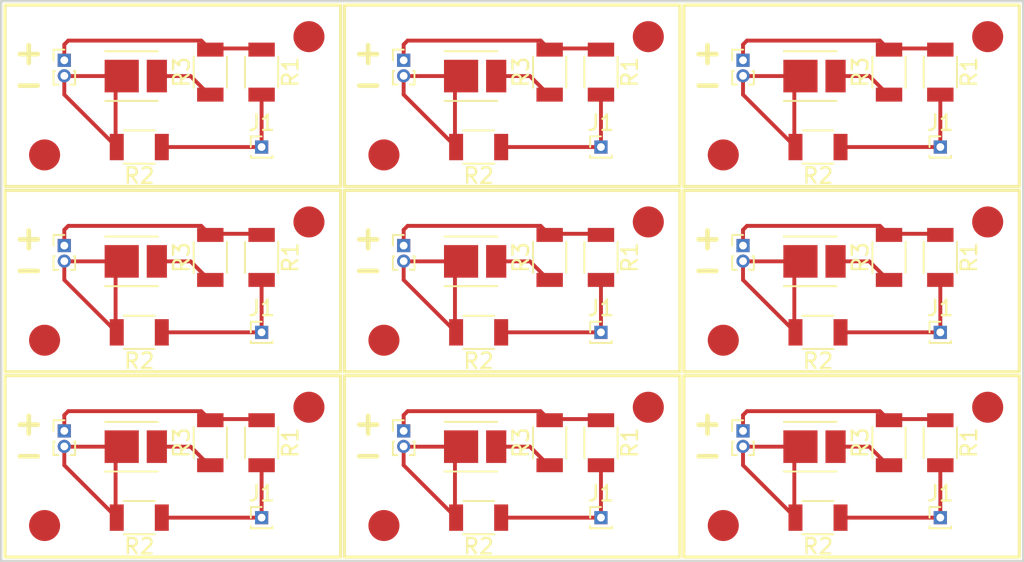
<source format=kicad_pcb>
(kicad_pcb (version 4) (host pcbnew 4.0.7)

  (general
    (links 95)
    (no_connects 32)
    (area 134.544999 101.016999 200.481001 137.235001)
    (thickness 1.6)
    (drawings 58)
    (tracks 234)
    (zones 0)
    (modules 72)
    (nets 5)
  )

  (page A4)
  (layers
    (0 F.Cu signal)
    (31 B.Cu signal)
    (32 B.Adhes user)
    (33 F.Adhes user)
    (34 B.Paste user)
    (35 F.Paste user)
    (36 B.SilkS user)
    (37 F.SilkS user)
    (38 B.Mask user)
    (39 F.Mask user)
    (40 Dwgs.User user)
    (41 Cmts.User user)
    (42 Eco1.User user)
    (43 Eco2.User user)
    (44 Edge.Cuts user)
    (45 Margin user)
    (46 B.CrtYd user)
    (47 F.CrtYd user)
    (48 B.Fab user)
    (49 F.Fab user)
  )

  (setup
    (last_trace_width 0.25)
    (trace_clearance 0.2)
    (zone_clearance 0.508)
    (zone_45_only no)
    (trace_min 0.2)
    (segment_width 0.2)
    (edge_width 0.15)
    (via_size 0.6)
    (via_drill 0.4)
    (via_min_size 0.4)
    (via_min_drill 0.3)
    (uvia_size 0.3)
    (uvia_drill 0.1)
    (uvias_allowed no)
    (uvia_min_size 0.2)
    (uvia_min_drill 0.1)
    (pcb_text_width 0.3)
    (pcb_text_size 1.5 1.5)
    (mod_edge_width 0.15)
    (mod_text_size 1 1)
    (mod_text_width 0.15)
    (pad_size 2 2)
    (pad_drill 0)
    (pad_to_mask_clearance 0.2)
    (aux_axis_origin 137.414 110.998)
    (grid_origin 137.414 110.998)
    (visible_elements 7FFFFFFF)
    (pcbplotparams
      (layerselection 0x010e8_80000001)
      (usegerberextensions false)
      (excludeedgelayer true)
      (linewidth 0.100000)
      (plotframeref false)
      (viasonmask false)
      (mode 1)
      (useauxorigin false)
      (hpglpennumber 1)
      (hpglpenspeed 20)
      (hpglpendiameter 15)
      (hpglpenoverlay 2)
      (psnegative false)
      (psa4output false)
      (plotreference true)
      (plotvalue true)
      (plotinvisibletext false)
      (padsonsilk false)
      (subtractmaskfromsilk false)
      (outputformat 1)
      (mirror false)
      (drillshape 0)
      (scaleselection 1)
      (outputdirectory "gerber output/"))
  )

  (net 0 "")
  (net 1 GND)
  (net 2 "Net-(D1-Pad2)")
  (net 3 +3V3)
  (net 4 "Net-(J1-Pad1)")

  (net_class Default "This is the default net class."
    (clearance 0.2)
    (trace_width 0.25)
    (via_dia 0.6)
    (via_drill 0.4)
    (uvia_dia 0.3)
    (uvia_drill 0.1)
    (add_net +3V3)
    (add_net GND)
    (add_net "Net-(D1-Pad2)")
    (add_net "Net-(J1-Pad1)")
  )

  (module LEDs:LED_PLCC_2835 (layer F.Cu) (tedit 59CD0DF5) (tstamp 59CD588B)
    (at 187.198 129.794)
    (descr http://www.everlight.com/file/ProductFile/67-21S-KK2C-H4040QAR32835Z15-2T.pdf)
    (tags LED)
    (path /59CBED80)
    (attr smd)
    (fp_text reference D1 (at -0.18 2.6) (layer F.SilkS) hide
      (effects (font (size 1 1) (thickness 0.15)))
    )
    (fp_text value LED (at -0.2 -2.45) (layer F.Fab)
      (effects (font (size 1 1) (thickness 0.15)))
    )
    (fp_line (start 1.2 -0.75) (end 0.7 -0.75) (layer F.Fab) (width 0.1))
    (fp_line (start 0.95 -0.5) (end 0.95 -1) (layer F.Fab) (width 0.1))
    (fp_line (start 2 -1.7) (end 2 1.7) (layer F.CrtYd) (width 0.05))
    (fp_line (start -2.45 -1.7) (end 2 -1.7) (layer F.CrtYd) (width 0.05))
    (fp_line (start -2.45 1.7) (end -2.45 -1.7) (layer F.CrtYd) (width 0.05))
    (fp_line (start 2 1.7) (end -2.45 1.7) (layer F.CrtYd) (width 0.05))
    (fp_line (start 1.2 -1.6) (end -2.2 -1.6) (layer F.SilkS) (width 0.12))
    (fp_line (start 1.2 1.6) (end -2.2 1.6) (layer F.SilkS) (width 0.12))
    (fp_line (start 1.4 -0.8) (end 1.4 0) (layer F.Fab) (width 0.1))
    (fp_line (start 1 -1.2) (end 1.4 -0.8) (layer F.Fab) (width 0.1))
    (fp_line (start -1.4 -1.2) (end 1 -1.2) (layer F.Fab) (width 0.1))
    (fp_line (start -1.8 -0.8) (end -1.4 -1.2) (layer F.Fab) (width 0.1))
    (fp_line (start -1.8 0.8) (end -1.8 -0.8) (layer F.Fab) (width 0.1))
    (fp_line (start -1.4 1.2) (end -1.8 0.8) (layer F.Fab) (width 0.1))
    (fp_line (start 1 1.2) (end -1.4 1.2) (layer F.Fab) (width 0.1))
    (fp_line (start 1.4 0.8) (end 1 1.2) (layer F.Fab) (width 0.1))
    (fp_line (start 1.4 0) (end 1.4 0.8) (layer F.Fab) (width 0.1))
    (fp_line (start 1.55 -1.4) (end 1.55 1.4) (layer F.Fab) (width 0.1))
    (fp_line (start -1.95 -1.4) (end 1.55 -1.4) (layer F.Fab) (width 0.1))
    (fp_line (start -1.95 1.4) (end -1.95 -1.4) (layer F.Fab) (width 0.1))
    (fp_line (start 1.55 1.4) (end -1.95 1.4) (layer F.Fab) (width 0.1))
    (pad 1 smd rect (at -1.13 0 180) (size 2.2 2.1) (layers F.Cu F.Paste F.Mask)
      (net 1 GND))
    (pad 2 smd rect (at 1.13 0 180) (size 1.3 2.1) (layers F.Cu F.Paste F.Mask)
      (net 2 "Net-(D1-Pad2)"))
    (model ${KISYS3DMOD}/LEDs.3dshapes/LED_PLCC_2835.wrl
      (at (xyz 0 0 0))
      (scale (xyz 0.4 0.4 0.4))
      (rotate (xyz 0 0 0))
    )
  )

  (module Resistors_SMD:R_1206 (layer F.Cu) (tedit 58E0A804) (tstamp 59CD587B)
    (at 195.072 129.54 270)
    (descr "Resistor SMD 1206, reflow soldering, Vishay (see dcrcw.pdf)")
    (tags "resistor 1206")
    (path /59CBE770)
    (attr smd)
    (fp_text reference R1 (at 0 -1.85 270) (layer F.SilkS)
      (effects (font (size 1 1) (thickness 0.15)))
    )
    (fp_text value R (at 0 1.95 270) (layer F.Fab)
      (effects (font (size 1 1) (thickness 0.15)))
    )
    (fp_text user %R (at 0 0 270) (layer F.Fab)
      (effects (font (size 0.7 0.7) (thickness 0.105)))
    )
    (fp_line (start -1.6 0.8) (end -1.6 -0.8) (layer F.Fab) (width 0.1))
    (fp_line (start 1.6 0.8) (end -1.6 0.8) (layer F.Fab) (width 0.1))
    (fp_line (start 1.6 -0.8) (end 1.6 0.8) (layer F.Fab) (width 0.1))
    (fp_line (start -1.6 -0.8) (end 1.6 -0.8) (layer F.Fab) (width 0.1))
    (fp_line (start 1 1.07) (end -1 1.07) (layer F.SilkS) (width 0.12))
    (fp_line (start -1 -1.07) (end 1 -1.07) (layer F.SilkS) (width 0.12))
    (fp_line (start -2.15 -1.11) (end 2.15 -1.11) (layer F.CrtYd) (width 0.05))
    (fp_line (start -2.15 -1.11) (end -2.15 1.1) (layer F.CrtYd) (width 0.05))
    (fp_line (start 2.15 1.1) (end 2.15 -1.11) (layer F.CrtYd) (width 0.05))
    (fp_line (start 2.15 1.1) (end -2.15 1.1) (layer F.CrtYd) (width 0.05))
    (pad 1 smd rect (at -1.45 0 270) (size 0.9 1.7) (layers F.Cu F.Paste F.Mask)
      (net 3 +3V3))
    (pad 2 smd rect (at 1.45 0 270) (size 0.9 1.7) (layers F.Cu F.Paste F.Mask)
      (net 4 "Net-(J1-Pad1)"))
    (model ${KISYS3DMOD}/Resistors_SMD.3dshapes/R_1206.wrl
      (at (xyz 0 0 0))
      (scale (xyz 1 1 1))
      (rotate (xyz 0 0 0))
    )
  )

  (module Resistors_SMD:R_1206 (layer F.Cu) (tedit 58E0A804) (tstamp 59CD586B)
    (at 187.198 134.366 180)
    (descr "Resistor SMD 1206, reflow soldering, Vishay (see dcrcw.pdf)")
    (tags "resistor 1206")
    (path /59CBE790)
    (attr smd)
    (fp_text reference R2 (at 0 -1.85 180) (layer F.SilkS)
      (effects (font (size 1 1) (thickness 0.15)))
    )
    (fp_text value R (at 0 1.95 180) (layer F.Fab)
      (effects (font (size 1 1) (thickness 0.15)))
    )
    (fp_text user %R (at 0 0 180) (layer F.Fab)
      (effects (font (size 0.7 0.7) (thickness 0.105)))
    )
    (fp_line (start -1.6 0.8) (end -1.6 -0.8) (layer F.Fab) (width 0.1))
    (fp_line (start 1.6 0.8) (end -1.6 0.8) (layer F.Fab) (width 0.1))
    (fp_line (start 1.6 -0.8) (end 1.6 0.8) (layer F.Fab) (width 0.1))
    (fp_line (start -1.6 -0.8) (end 1.6 -0.8) (layer F.Fab) (width 0.1))
    (fp_line (start 1 1.07) (end -1 1.07) (layer F.SilkS) (width 0.12))
    (fp_line (start -1 -1.07) (end 1 -1.07) (layer F.SilkS) (width 0.12))
    (fp_line (start -2.15 -1.11) (end 2.15 -1.11) (layer F.CrtYd) (width 0.05))
    (fp_line (start -2.15 -1.11) (end -2.15 1.1) (layer F.CrtYd) (width 0.05))
    (fp_line (start 2.15 1.1) (end 2.15 -1.11) (layer F.CrtYd) (width 0.05))
    (fp_line (start 2.15 1.1) (end -2.15 1.1) (layer F.CrtYd) (width 0.05))
    (pad 1 smd rect (at -1.45 0 180) (size 0.9 1.7) (layers F.Cu F.Paste F.Mask)
      (net 4 "Net-(J1-Pad1)"))
    (pad 2 smd rect (at 1.45 0 180) (size 0.9 1.7) (layers F.Cu F.Paste F.Mask)
      (net 1 GND))
    (model ${KISYS3DMOD}/Resistors_SMD.3dshapes/R_1206.wrl
      (at (xyz 0 0 0))
      (scale (xyz 1 1 1))
      (rotate (xyz 0 0 0))
    )
  )

  (module Resistors_SMD:R_1206 (layer F.Cu) (tedit 58E0A804) (tstamp 59CD585B)
    (at 191.77 129.54 90)
    (descr "Resistor SMD 1206, reflow soldering, Vishay (see dcrcw.pdf)")
    (tags "resistor 1206")
    (path /59CBECBC)
    (attr smd)
    (fp_text reference R3 (at 0 -1.85 90) (layer F.SilkS)
      (effects (font (size 1 1) (thickness 0.15)))
    )
    (fp_text value R (at 0 1.95 90) (layer F.Fab)
      (effects (font (size 1 1) (thickness 0.15)))
    )
    (fp_text user %R (at 0 0 90) (layer F.Fab)
      (effects (font (size 0.7 0.7) (thickness 0.105)))
    )
    (fp_line (start -1.6 0.8) (end -1.6 -0.8) (layer F.Fab) (width 0.1))
    (fp_line (start 1.6 0.8) (end -1.6 0.8) (layer F.Fab) (width 0.1))
    (fp_line (start 1.6 -0.8) (end 1.6 0.8) (layer F.Fab) (width 0.1))
    (fp_line (start -1.6 -0.8) (end 1.6 -0.8) (layer F.Fab) (width 0.1))
    (fp_line (start 1 1.07) (end -1 1.07) (layer F.SilkS) (width 0.12))
    (fp_line (start -1 -1.07) (end 1 -1.07) (layer F.SilkS) (width 0.12))
    (fp_line (start -2.15 -1.11) (end 2.15 -1.11) (layer F.CrtYd) (width 0.05))
    (fp_line (start -2.15 -1.11) (end -2.15 1.1) (layer F.CrtYd) (width 0.05))
    (fp_line (start 2.15 1.1) (end 2.15 -1.11) (layer F.CrtYd) (width 0.05))
    (fp_line (start 2.15 1.1) (end -2.15 1.1) (layer F.CrtYd) (width 0.05))
    (pad 1 smd rect (at -1.45 0 90) (size 0.9 1.7) (layers F.Cu F.Paste F.Mask)
      (net 2 "Net-(D1-Pad2)"))
    (pad 2 smd rect (at 1.45 0 90) (size 0.9 1.7) (layers F.Cu F.Paste F.Mask)
      (net 3 +3V3))
    (model ${KISYS3DMOD}/Resistors_SMD.3dshapes/R_1206.wrl
      (at (xyz 0 0 0))
      (scale (xyz 1 1 1))
      (rotate (xyz 0 0 0))
    )
  )

  (module Pin_Headers:Pin_Header_Straight_1x02_Pitch1.00mm (layer F.Cu) (tedit 59CD0DE2) (tstamp 59CD5844)
    (at 182.372 128.778)
    (descr "Through hole straight pin header, 1x02, 1.00mm pitch, single row")
    (tags "Through hole pin header THT 1x02 1.00mm single row")
    (path /59CD0E8A)
    (fp_text reference PowerIn1 (at 0 -1.56) (layer F.SilkS) hide
      (effects (font (size 1 1) (thickness 0.15)))
    )
    (fp_text value Conn_01x02_Male (at 0 2.56) (layer F.Fab) hide
      (effects (font (size 1 1) (thickness 0.15)))
    )
    (fp_line (start -0.3175 -0.5) (end 0.635 -0.5) (layer F.Fab) (width 0.1))
    (fp_line (start 0.635 -0.5) (end 0.635 1.5) (layer F.Fab) (width 0.1))
    (fp_line (start 0.635 1.5) (end -0.635 1.5) (layer F.Fab) (width 0.1))
    (fp_line (start -0.635 1.5) (end -0.635 -0.1825) (layer F.Fab) (width 0.1))
    (fp_line (start -0.635 -0.1825) (end -0.3175 -0.5) (layer F.Fab) (width 0.1))
    (fp_line (start -0.695 1.56) (end -0.394493 1.56) (layer F.SilkS) (width 0.12))
    (fp_line (start 0.394493 1.56) (end 0.695 1.56) (layer F.SilkS) (width 0.12))
    (fp_line (start -0.695 0.685) (end -0.695 1.56) (layer F.SilkS) (width 0.12))
    (fp_line (start 0.695 0.685) (end 0.695 1.56) (layer F.SilkS) (width 0.12))
    (fp_line (start -0.695 0.685) (end -0.608276 0.685) (layer F.SilkS) (width 0.12))
    (fp_line (start 0.608276 0.685) (end 0.695 0.685) (layer F.SilkS) (width 0.12))
    (fp_line (start -0.695 0) (end -0.695 -0.685) (layer F.SilkS) (width 0.12))
    (fp_line (start -0.695 -0.685) (end 0 -0.685) (layer F.SilkS) (width 0.12))
    (fp_line (start -1.15 -1) (end -1.15 2) (layer F.CrtYd) (width 0.05))
    (fp_line (start -1.15 2) (end 1.15 2) (layer F.CrtYd) (width 0.05))
    (fp_line (start 1.15 2) (end 1.15 -1) (layer F.CrtYd) (width 0.05))
    (fp_line (start 1.15 -1) (end -1.15 -1) (layer F.CrtYd) (width 0.05))
    (fp_text user %R (at 0 0.5 90) (layer F.Fab)
      (effects (font (size 0.76 0.76) (thickness 0.114)))
    )
    (pad 1 thru_hole rect (at 0 0) (size 0.85 0.85) (drill 0.5) (layers *.Cu *.Mask)
      (net 3 +3V3))
    (pad 2 thru_hole oval (at 0 1) (size 0.85 0.85) (drill 0.5) (layers *.Cu *.Mask)
      (net 1 GND))
    (model ${KISYS3DMOD}/Pin_Headers.3dshapes/Pin_Header_Straight_1x02_Pitch1.00mm.wrl
      (at (xyz 0 0 0))
      (scale (xyz 1 1 1))
      (rotate (xyz 0 0 0))
    )
  )

  (module Pin_Headers:Pin_Header_Straight_1x01_Pitch1.00mm (layer F.Cu) (tedit 59CD0D52) (tstamp 59CD582F)
    (at 195.072 134.366)
    (descr "Through hole straight pin header, 1x01, 1.00mm pitch, single row")
    (tags "Through hole pin header THT 1x01 1.00mm single row")
    (path /59CD1B02)
    (fp_text reference J1 (at 0 -1.56) (layer F.SilkS)
      (effects (font (size 1 1) (thickness 0.15)))
    )
    (fp_text value Conn_01x01 (at 0 1.56) (layer F.Fab) hide
      (effects (font (size 1 1) (thickness 0.15)))
    )
    (fp_line (start -0.3175 -0.5) (end 0.635 -0.5) (layer F.Fab) (width 0.1))
    (fp_line (start 0.635 -0.5) (end 0.635 0.5) (layer F.Fab) (width 0.1))
    (fp_line (start 0.635 0.5) (end -0.635 0.5) (layer F.Fab) (width 0.1))
    (fp_line (start -0.635 0.5) (end -0.635 -0.1825) (layer F.Fab) (width 0.1))
    (fp_line (start -0.635 -0.1825) (end -0.3175 -0.5) (layer F.Fab) (width 0.1))
    (fp_line (start -0.695 0.685) (end 0.695 0.685) (layer F.SilkS) (width 0.12))
    (fp_line (start -0.695 0.685) (end -0.695 0.56) (layer F.SilkS) (width 0.12))
    (fp_line (start 0.695 0.685) (end 0.695 0.56) (layer F.SilkS) (width 0.12))
    (fp_line (start -0.695 0.685) (end -0.608276 0.685) (layer F.SilkS) (width 0.12))
    (fp_line (start 0.608276 0.685) (end 0.695 0.685) (layer F.SilkS) (width 0.12))
    (fp_line (start -0.695 0) (end -0.695 -0.685) (layer F.SilkS) (width 0.12))
    (fp_line (start -0.695 -0.685) (end 0 -0.685) (layer F.SilkS) (width 0.12))
    (fp_line (start -1.15 -1) (end -1.15 1) (layer F.CrtYd) (width 0.05))
    (fp_line (start -1.15 1) (end 1.15 1) (layer F.CrtYd) (width 0.05))
    (fp_line (start 1.15 1) (end 1.15 -1) (layer F.CrtYd) (width 0.05))
    (fp_line (start 1.15 -1) (end -1.15 -1) (layer F.CrtYd) (width 0.05))
    (fp_text user %R (at 0 0 90) (layer F.Fab)
      (effects (font (size 0.76 0.76) (thickness 0.114)))
    )
    (pad 1 thru_hole rect (at 0 0) (size 0.85 0.85) (drill 0.5) (layers *.Cu *.Mask)
      (net 4 "Net-(J1-Pad1)"))
    (model ${KISYS3DMOD}/Pin_Headers.3dshapes/Pin_Header_Straight_1x01_Pitch1.00mm.wrl
      (at (xyz 0 0 0))
      (scale (xyz 1 1 1))
      (rotate (xyz 0 0 0))
    )
  )

  (module Fiducials:Fiducial_1mm_Dia_2.54mm_Outer_CopperTop (layer F.Cu) (tedit 59CD0F08) (tstamp 59CD582A)
    (at 181.102 134.874)
    (descr "Circular Fiducial, 1mm bare copper top; 2.54mm keepout")
    (tags marker)
    (attr virtual)
    (fp_text reference FID0 (at 3.4 0.7) (layer F.SilkS) hide
      (effects (font (size 1 1) (thickness 0.15)))
    )
    (fp_text value "" (at 0 -1.8) (layer F.Fab) hide
      (effects (font (size 1 1) (thickness 0.15)))
    )
    (fp_circle (center 0 0) (end 1.55 0) (layer F.CrtYd) (width 0.05))
    (pad ~ smd circle (at 0 0) (size 2 2) (layers F.Cu F.Mask)
      (solder_mask_margin 0.77) (clearance 0.77))
  )

  (module Fiducials:Fiducial_1mm_Dia_2.54mm_Outer_CopperTop (layer F.Cu) (tedit 59CD0EF8) (tstamp 59CD5825)
    (at 198.12 127.254)
    (descr "Circular Fiducial, 1mm bare copper top; 2.54mm keepout")
    (tags marker)
    (attr virtual)
    (fp_text reference FID1 (at 3.4 0.7) (layer F.SilkS) hide
      (effects (font (size 1 1) (thickness 0.15)))
    )
    (fp_text value "" (at 0 -1.8) (layer F.Fab) hide
      (effects (font (size 1 1) (thickness 0.15)))
    )
    (fp_circle (center 0 0) (end 1.55 0) (layer F.CrtYd) (width 0.05))
    (pad ~ smd circle (at 0 0) (size 2 2) (layers F.Cu F.Mask)
      (solder_mask_margin 0.77) (clearance 0.77))
  )

  (module Fiducials:Fiducial_1mm_Dia_2.54mm_Outer_CopperTop (layer F.Cu) (tedit 59CD0EF8) (tstamp 59CD5820)
    (at 198.12 115.316)
    (descr "Circular Fiducial, 1mm bare copper top; 2.54mm keepout")
    (tags marker)
    (attr virtual)
    (fp_text reference FID1 (at 3.4 0.7) (layer F.SilkS) hide
      (effects (font (size 1 1) (thickness 0.15)))
    )
    (fp_text value "" (at 0 -1.8) (layer F.Fab) hide
      (effects (font (size 1 1) (thickness 0.15)))
    )
    (fp_circle (center 0 0) (end 1.55 0) (layer F.CrtYd) (width 0.05))
    (pad ~ smd circle (at 0 0) (size 2 2) (layers F.Cu F.Mask)
      (solder_mask_margin 0.77) (clearance 0.77))
  )

  (module Fiducials:Fiducial_1mm_Dia_2.54mm_Outer_CopperTop (layer F.Cu) (tedit 59CD0F08) (tstamp 59CD581B)
    (at 181.102 122.936)
    (descr "Circular Fiducial, 1mm bare copper top; 2.54mm keepout")
    (tags marker)
    (attr virtual)
    (fp_text reference FID0 (at 3.4 0.7) (layer F.SilkS) hide
      (effects (font (size 1 1) (thickness 0.15)))
    )
    (fp_text value "" (at 0 -1.8) (layer F.Fab) hide
      (effects (font (size 1 1) (thickness 0.15)))
    )
    (fp_circle (center 0 0) (end 1.55 0) (layer F.CrtYd) (width 0.05))
    (pad ~ smd circle (at 0 0) (size 2 2) (layers F.Cu F.Mask)
      (solder_mask_margin 0.77) (clearance 0.77))
  )

  (module Pin_Headers:Pin_Header_Straight_1x01_Pitch1.00mm (layer F.Cu) (tedit 59CD0D52) (tstamp 59CD5806)
    (at 195.072 122.428)
    (descr "Through hole straight pin header, 1x01, 1.00mm pitch, single row")
    (tags "Through hole pin header THT 1x01 1.00mm single row")
    (path /59CD1B02)
    (fp_text reference J1 (at 0 -1.56) (layer F.SilkS)
      (effects (font (size 1 1) (thickness 0.15)))
    )
    (fp_text value Conn_01x01 (at 0 1.56) (layer F.Fab) hide
      (effects (font (size 1 1) (thickness 0.15)))
    )
    (fp_line (start -0.3175 -0.5) (end 0.635 -0.5) (layer F.Fab) (width 0.1))
    (fp_line (start 0.635 -0.5) (end 0.635 0.5) (layer F.Fab) (width 0.1))
    (fp_line (start 0.635 0.5) (end -0.635 0.5) (layer F.Fab) (width 0.1))
    (fp_line (start -0.635 0.5) (end -0.635 -0.1825) (layer F.Fab) (width 0.1))
    (fp_line (start -0.635 -0.1825) (end -0.3175 -0.5) (layer F.Fab) (width 0.1))
    (fp_line (start -0.695 0.685) (end 0.695 0.685) (layer F.SilkS) (width 0.12))
    (fp_line (start -0.695 0.685) (end -0.695 0.56) (layer F.SilkS) (width 0.12))
    (fp_line (start 0.695 0.685) (end 0.695 0.56) (layer F.SilkS) (width 0.12))
    (fp_line (start -0.695 0.685) (end -0.608276 0.685) (layer F.SilkS) (width 0.12))
    (fp_line (start 0.608276 0.685) (end 0.695 0.685) (layer F.SilkS) (width 0.12))
    (fp_line (start -0.695 0) (end -0.695 -0.685) (layer F.SilkS) (width 0.12))
    (fp_line (start -0.695 -0.685) (end 0 -0.685) (layer F.SilkS) (width 0.12))
    (fp_line (start -1.15 -1) (end -1.15 1) (layer F.CrtYd) (width 0.05))
    (fp_line (start -1.15 1) (end 1.15 1) (layer F.CrtYd) (width 0.05))
    (fp_line (start 1.15 1) (end 1.15 -1) (layer F.CrtYd) (width 0.05))
    (fp_line (start 1.15 -1) (end -1.15 -1) (layer F.CrtYd) (width 0.05))
    (fp_text user %R (at 0 0 90) (layer F.Fab)
      (effects (font (size 0.76 0.76) (thickness 0.114)))
    )
    (pad 1 thru_hole rect (at 0 0) (size 0.85 0.85) (drill 0.5) (layers *.Cu *.Mask)
      (net 4 "Net-(J1-Pad1)"))
    (model ${KISYS3DMOD}/Pin_Headers.3dshapes/Pin_Header_Straight_1x01_Pitch1.00mm.wrl
      (at (xyz 0 0 0))
      (scale (xyz 1 1 1))
      (rotate (xyz 0 0 0))
    )
  )

  (module Pin_Headers:Pin_Header_Straight_1x02_Pitch1.00mm (layer F.Cu) (tedit 59CD0DE2) (tstamp 59CD57EF)
    (at 182.372 116.84)
    (descr "Through hole straight pin header, 1x02, 1.00mm pitch, single row")
    (tags "Through hole pin header THT 1x02 1.00mm single row")
    (path /59CD0E8A)
    (fp_text reference PowerIn1 (at 0 -1.56) (layer F.SilkS) hide
      (effects (font (size 1 1) (thickness 0.15)))
    )
    (fp_text value Conn_01x02_Male (at 0 2.56) (layer F.Fab) hide
      (effects (font (size 1 1) (thickness 0.15)))
    )
    (fp_line (start -0.3175 -0.5) (end 0.635 -0.5) (layer F.Fab) (width 0.1))
    (fp_line (start 0.635 -0.5) (end 0.635 1.5) (layer F.Fab) (width 0.1))
    (fp_line (start 0.635 1.5) (end -0.635 1.5) (layer F.Fab) (width 0.1))
    (fp_line (start -0.635 1.5) (end -0.635 -0.1825) (layer F.Fab) (width 0.1))
    (fp_line (start -0.635 -0.1825) (end -0.3175 -0.5) (layer F.Fab) (width 0.1))
    (fp_line (start -0.695 1.56) (end -0.394493 1.56) (layer F.SilkS) (width 0.12))
    (fp_line (start 0.394493 1.56) (end 0.695 1.56) (layer F.SilkS) (width 0.12))
    (fp_line (start -0.695 0.685) (end -0.695 1.56) (layer F.SilkS) (width 0.12))
    (fp_line (start 0.695 0.685) (end 0.695 1.56) (layer F.SilkS) (width 0.12))
    (fp_line (start -0.695 0.685) (end -0.608276 0.685) (layer F.SilkS) (width 0.12))
    (fp_line (start 0.608276 0.685) (end 0.695 0.685) (layer F.SilkS) (width 0.12))
    (fp_line (start -0.695 0) (end -0.695 -0.685) (layer F.SilkS) (width 0.12))
    (fp_line (start -0.695 -0.685) (end 0 -0.685) (layer F.SilkS) (width 0.12))
    (fp_line (start -1.15 -1) (end -1.15 2) (layer F.CrtYd) (width 0.05))
    (fp_line (start -1.15 2) (end 1.15 2) (layer F.CrtYd) (width 0.05))
    (fp_line (start 1.15 2) (end 1.15 -1) (layer F.CrtYd) (width 0.05))
    (fp_line (start 1.15 -1) (end -1.15 -1) (layer F.CrtYd) (width 0.05))
    (fp_text user %R (at 0 0.5 90) (layer F.Fab)
      (effects (font (size 0.76 0.76) (thickness 0.114)))
    )
    (pad 1 thru_hole rect (at 0 0) (size 0.85 0.85) (drill 0.5) (layers *.Cu *.Mask)
      (net 3 +3V3))
    (pad 2 thru_hole oval (at 0 1) (size 0.85 0.85) (drill 0.5) (layers *.Cu *.Mask)
      (net 1 GND))
    (model ${KISYS3DMOD}/Pin_Headers.3dshapes/Pin_Header_Straight_1x02_Pitch1.00mm.wrl
      (at (xyz 0 0 0))
      (scale (xyz 1 1 1))
      (rotate (xyz 0 0 0))
    )
  )

  (module Resistors_SMD:R_1206 (layer F.Cu) (tedit 58E0A804) (tstamp 59CD57DF)
    (at 191.77 117.602 90)
    (descr "Resistor SMD 1206, reflow soldering, Vishay (see dcrcw.pdf)")
    (tags "resistor 1206")
    (path /59CBECBC)
    (attr smd)
    (fp_text reference R3 (at 0 -1.85 90) (layer F.SilkS)
      (effects (font (size 1 1) (thickness 0.15)))
    )
    (fp_text value R (at 0 1.95 90) (layer F.Fab)
      (effects (font (size 1 1) (thickness 0.15)))
    )
    (fp_text user %R (at 0 0 90) (layer F.Fab)
      (effects (font (size 0.7 0.7) (thickness 0.105)))
    )
    (fp_line (start -1.6 0.8) (end -1.6 -0.8) (layer F.Fab) (width 0.1))
    (fp_line (start 1.6 0.8) (end -1.6 0.8) (layer F.Fab) (width 0.1))
    (fp_line (start 1.6 -0.8) (end 1.6 0.8) (layer F.Fab) (width 0.1))
    (fp_line (start -1.6 -0.8) (end 1.6 -0.8) (layer F.Fab) (width 0.1))
    (fp_line (start 1 1.07) (end -1 1.07) (layer F.SilkS) (width 0.12))
    (fp_line (start -1 -1.07) (end 1 -1.07) (layer F.SilkS) (width 0.12))
    (fp_line (start -2.15 -1.11) (end 2.15 -1.11) (layer F.CrtYd) (width 0.05))
    (fp_line (start -2.15 -1.11) (end -2.15 1.1) (layer F.CrtYd) (width 0.05))
    (fp_line (start 2.15 1.1) (end 2.15 -1.11) (layer F.CrtYd) (width 0.05))
    (fp_line (start 2.15 1.1) (end -2.15 1.1) (layer F.CrtYd) (width 0.05))
    (pad 1 smd rect (at -1.45 0 90) (size 0.9 1.7) (layers F.Cu F.Paste F.Mask)
      (net 2 "Net-(D1-Pad2)"))
    (pad 2 smd rect (at 1.45 0 90) (size 0.9 1.7) (layers F.Cu F.Paste F.Mask)
      (net 3 +3V3))
    (model ${KISYS3DMOD}/Resistors_SMD.3dshapes/R_1206.wrl
      (at (xyz 0 0 0))
      (scale (xyz 1 1 1))
      (rotate (xyz 0 0 0))
    )
  )

  (module Resistors_SMD:R_1206 (layer F.Cu) (tedit 58E0A804) (tstamp 59CD57CF)
    (at 187.198 122.428 180)
    (descr "Resistor SMD 1206, reflow soldering, Vishay (see dcrcw.pdf)")
    (tags "resistor 1206")
    (path /59CBE790)
    (attr smd)
    (fp_text reference R2 (at 0 -1.85 180) (layer F.SilkS)
      (effects (font (size 1 1) (thickness 0.15)))
    )
    (fp_text value R (at 0 1.95 180) (layer F.Fab)
      (effects (font (size 1 1) (thickness 0.15)))
    )
    (fp_text user %R (at 0 0 180) (layer F.Fab)
      (effects (font (size 0.7 0.7) (thickness 0.105)))
    )
    (fp_line (start -1.6 0.8) (end -1.6 -0.8) (layer F.Fab) (width 0.1))
    (fp_line (start 1.6 0.8) (end -1.6 0.8) (layer F.Fab) (width 0.1))
    (fp_line (start 1.6 -0.8) (end 1.6 0.8) (layer F.Fab) (width 0.1))
    (fp_line (start -1.6 -0.8) (end 1.6 -0.8) (layer F.Fab) (width 0.1))
    (fp_line (start 1 1.07) (end -1 1.07) (layer F.SilkS) (width 0.12))
    (fp_line (start -1 -1.07) (end 1 -1.07) (layer F.SilkS) (width 0.12))
    (fp_line (start -2.15 -1.11) (end 2.15 -1.11) (layer F.CrtYd) (width 0.05))
    (fp_line (start -2.15 -1.11) (end -2.15 1.1) (layer F.CrtYd) (width 0.05))
    (fp_line (start 2.15 1.1) (end 2.15 -1.11) (layer F.CrtYd) (width 0.05))
    (fp_line (start 2.15 1.1) (end -2.15 1.1) (layer F.CrtYd) (width 0.05))
    (pad 1 smd rect (at -1.45 0 180) (size 0.9 1.7) (layers F.Cu F.Paste F.Mask)
      (net 4 "Net-(J1-Pad1)"))
    (pad 2 smd rect (at 1.45 0 180) (size 0.9 1.7) (layers F.Cu F.Paste F.Mask)
      (net 1 GND))
    (model ${KISYS3DMOD}/Resistors_SMD.3dshapes/R_1206.wrl
      (at (xyz 0 0 0))
      (scale (xyz 1 1 1))
      (rotate (xyz 0 0 0))
    )
  )

  (module Resistors_SMD:R_1206 (layer F.Cu) (tedit 58E0A804) (tstamp 59CD57BF)
    (at 195.072 117.602 270)
    (descr "Resistor SMD 1206, reflow soldering, Vishay (see dcrcw.pdf)")
    (tags "resistor 1206")
    (path /59CBE770)
    (attr smd)
    (fp_text reference R1 (at 0 -1.85 270) (layer F.SilkS)
      (effects (font (size 1 1) (thickness 0.15)))
    )
    (fp_text value R (at 0 1.95 270) (layer F.Fab)
      (effects (font (size 1 1) (thickness 0.15)))
    )
    (fp_text user %R (at 0 0 270) (layer F.Fab)
      (effects (font (size 0.7 0.7) (thickness 0.105)))
    )
    (fp_line (start -1.6 0.8) (end -1.6 -0.8) (layer F.Fab) (width 0.1))
    (fp_line (start 1.6 0.8) (end -1.6 0.8) (layer F.Fab) (width 0.1))
    (fp_line (start 1.6 -0.8) (end 1.6 0.8) (layer F.Fab) (width 0.1))
    (fp_line (start -1.6 -0.8) (end 1.6 -0.8) (layer F.Fab) (width 0.1))
    (fp_line (start 1 1.07) (end -1 1.07) (layer F.SilkS) (width 0.12))
    (fp_line (start -1 -1.07) (end 1 -1.07) (layer F.SilkS) (width 0.12))
    (fp_line (start -2.15 -1.11) (end 2.15 -1.11) (layer F.CrtYd) (width 0.05))
    (fp_line (start -2.15 -1.11) (end -2.15 1.1) (layer F.CrtYd) (width 0.05))
    (fp_line (start 2.15 1.1) (end 2.15 -1.11) (layer F.CrtYd) (width 0.05))
    (fp_line (start 2.15 1.1) (end -2.15 1.1) (layer F.CrtYd) (width 0.05))
    (pad 1 smd rect (at -1.45 0 270) (size 0.9 1.7) (layers F.Cu F.Paste F.Mask)
      (net 3 +3V3))
    (pad 2 smd rect (at 1.45 0 270) (size 0.9 1.7) (layers F.Cu F.Paste F.Mask)
      (net 4 "Net-(J1-Pad1)"))
    (model ${KISYS3DMOD}/Resistors_SMD.3dshapes/R_1206.wrl
      (at (xyz 0 0 0))
      (scale (xyz 1 1 1))
      (rotate (xyz 0 0 0))
    )
  )

  (module LEDs:LED_PLCC_2835 (layer F.Cu) (tedit 59CD0DF5) (tstamp 59CD57A5)
    (at 187.198 117.856)
    (descr http://www.everlight.com/file/ProductFile/67-21S-KK2C-H4040QAR32835Z15-2T.pdf)
    (tags LED)
    (path /59CBED80)
    (attr smd)
    (fp_text reference D1 (at -0.18 2.6) (layer F.SilkS) hide
      (effects (font (size 1 1) (thickness 0.15)))
    )
    (fp_text value LED (at -0.2 -2.45) (layer F.Fab)
      (effects (font (size 1 1) (thickness 0.15)))
    )
    (fp_line (start 1.2 -0.75) (end 0.7 -0.75) (layer F.Fab) (width 0.1))
    (fp_line (start 0.95 -0.5) (end 0.95 -1) (layer F.Fab) (width 0.1))
    (fp_line (start 2 -1.7) (end 2 1.7) (layer F.CrtYd) (width 0.05))
    (fp_line (start -2.45 -1.7) (end 2 -1.7) (layer F.CrtYd) (width 0.05))
    (fp_line (start -2.45 1.7) (end -2.45 -1.7) (layer F.CrtYd) (width 0.05))
    (fp_line (start 2 1.7) (end -2.45 1.7) (layer F.CrtYd) (width 0.05))
    (fp_line (start 1.2 -1.6) (end -2.2 -1.6) (layer F.SilkS) (width 0.12))
    (fp_line (start 1.2 1.6) (end -2.2 1.6) (layer F.SilkS) (width 0.12))
    (fp_line (start 1.4 -0.8) (end 1.4 0) (layer F.Fab) (width 0.1))
    (fp_line (start 1 -1.2) (end 1.4 -0.8) (layer F.Fab) (width 0.1))
    (fp_line (start -1.4 -1.2) (end 1 -1.2) (layer F.Fab) (width 0.1))
    (fp_line (start -1.8 -0.8) (end -1.4 -1.2) (layer F.Fab) (width 0.1))
    (fp_line (start -1.8 0.8) (end -1.8 -0.8) (layer F.Fab) (width 0.1))
    (fp_line (start -1.4 1.2) (end -1.8 0.8) (layer F.Fab) (width 0.1))
    (fp_line (start 1 1.2) (end -1.4 1.2) (layer F.Fab) (width 0.1))
    (fp_line (start 1.4 0.8) (end 1 1.2) (layer F.Fab) (width 0.1))
    (fp_line (start 1.4 0) (end 1.4 0.8) (layer F.Fab) (width 0.1))
    (fp_line (start 1.55 -1.4) (end 1.55 1.4) (layer F.Fab) (width 0.1))
    (fp_line (start -1.95 -1.4) (end 1.55 -1.4) (layer F.Fab) (width 0.1))
    (fp_line (start -1.95 1.4) (end -1.95 -1.4) (layer F.Fab) (width 0.1))
    (fp_line (start 1.55 1.4) (end -1.95 1.4) (layer F.Fab) (width 0.1))
    (pad 1 smd rect (at -1.13 0 180) (size 2.2 2.1) (layers F.Cu F.Paste F.Mask)
      (net 1 GND))
    (pad 2 smd rect (at 1.13 0 180) (size 1.3 2.1) (layers F.Cu F.Paste F.Mask)
      (net 2 "Net-(D1-Pad2)"))
    (model ${KISYS3DMOD}/LEDs.3dshapes/LED_PLCC_2835.wrl
      (at (xyz 0 0 0))
      (scale (xyz 0.4 0.4 0.4))
      (rotate (xyz 0 0 0))
    )
  )

  (module LEDs:LED_PLCC_2835 (layer F.Cu) (tedit 59CD0DF5) (tstamp 59CD578B)
    (at 187.198 105.918)
    (descr http://www.everlight.com/file/ProductFile/67-21S-KK2C-H4040QAR32835Z15-2T.pdf)
    (tags LED)
    (path /59CBED80)
    (attr smd)
    (fp_text reference D1 (at -0.18 2.6) (layer F.SilkS) hide
      (effects (font (size 1 1) (thickness 0.15)))
    )
    (fp_text value LED (at -0.2 -2.45) (layer F.Fab)
      (effects (font (size 1 1) (thickness 0.15)))
    )
    (fp_line (start 1.2 -0.75) (end 0.7 -0.75) (layer F.Fab) (width 0.1))
    (fp_line (start 0.95 -0.5) (end 0.95 -1) (layer F.Fab) (width 0.1))
    (fp_line (start 2 -1.7) (end 2 1.7) (layer F.CrtYd) (width 0.05))
    (fp_line (start -2.45 -1.7) (end 2 -1.7) (layer F.CrtYd) (width 0.05))
    (fp_line (start -2.45 1.7) (end -2.45 -1.7) (layer F.CrtYd) (width 0.05))
    (fp_line (start 2 1.7) (end -2.45 1.7) (layer F.CrtYd) (width 0.05))
    (fp_line (start 1.2 -1.6) (end -2.2 -1.6) (layer F.SilkS) (width 0.12))
    (fp_line (start 1.2 1.6) (end -2.2 1.6) (layer F.SilkS) (width 0.12))
    (fp_line (start 1.4 -0.8) (end 1.4 0) (layer F.Fab) (width 0.1))
    (fp_line (start 1 -1.2) (end 1.4 -0.8) (layer F.Fab) (width 0.1))
    (fp_line (start -1.4 -1.2) (end 1 -1.2) (layer F.Fab) (width 0.1))
    (fp_line (start -1.8 -0.8) (end -1.4 -1.2) (layer F.Fab) (width 0.1))
    (fp_line (start -1.8 0.8) (end -1.8 -0.8) (layer F.Fab) (width 0.1))
    (fp_line (start -1.4 1.2) (end -1.8 0.8) (layer F.Fab) (width 0.1))
    (fp_line (start 1 1.2) (end -1.4 1.2) (layer F.Fab) (width 0.1))
    (fp_line (start 1.4 0.8) (end 1 1.2) (layer F.Fab) (width 0.1))
    (fp_line (start 1.4 0) (end 1.4 0.8) (layer F.Fab) (width 0.1))
    (fp_line (start 1.55 -1.4) (end 1.55 1.4) (layer F.Fab) (width 0.1))
    (fp_line (start -1.95 -1.4) (end 1.55 -1.4) (layer F.Fab) (width 0.1))
    (fp_line (start -1.95 1.4) (end -1.95 -1.4) (layer F.Fab) (width 0.1))
    (fp_line (start 1.55 1.4) (end -1.95 1.4) (layer F.Fab) (width 0.1))
    (pad 1 smd rect (at -1.13 0 180) (size 2.2 2.1) (layers F.Cu F.Paste F.Mask)
      (net 1 GND))
    (pad 2 smd rect (at 1.13 0 180) (size 1.3 2.1) (layers F.Cu F.Paste F.Mask)
      (net 2 "Net-(D1-Pad2)"))
    (model ${KISYS3DMOD}/LEDs.3dshapes/LED_PLCC_2835.wrl
      (at (xyz 0 0 0))
      (scale (xyz 0.4 0.4 0.4))
      (rotate (xyz 0 0 0))
    )
  )

  (module Resistors_SMD:R_1206 (layer F.Cu) (tedit 58E0A804) (tstamp 59CD577B)
    (at 195.072 105.664 270)
    (descr "Resistor SMD 1206, reflow soldering, Vishay (see dcrcw.pdf)")
    (tags "resistor 1206")
    (path /59CBE770)
    (attr smd)
    (fp_text reference R1 (at 0 -1.85 270) (layer F.SilkS)
      (effects (font (size 1 1) (thickness 0.15)))
    )
    (fp_text value R (at 0 1.95 270) (layer F.Fab)
      (effects (font (size 1 1) (thickness 0.15)))
    )
    (fp_text user %R (at 0 0 270) (layer F.Fab)
      (effects (font (size 0.7 0.7) (thickness 0.105)))
    )
    (fp_line (start -1.6 0.8) (end -1.6 -0.8) (layer F.Fab) (width 0.1))
    (fp_line (start 1.6 0.8) (end -1.6 0.8) (layer F.Fab) (width 0.1))
    (fp_line (start 1.6 -0.8) (end 1.6 0.8) (layer F.Fab) (width 0.1))
    (fp_line (start -1.6 -0.8) (end 1.6 -0.8) (layer F.Fab) (width 0.1))
    (fp_line (start 1 1.07) (end -1 1.07) (layer F.SilkS) (width 0.12))
    (fp_line (start -1 -1.07) (end 1 -1.07) (layer F.SilkS) (width 0.12))
    (fp_line (start -2.15 -1.11) (end 2.15 -1.11) (layer F.CrtYd) (width 0.05))
    (fp_line (start -2.15 -1.11) (end -2.15 1.1) (layer F.CrtYd) (width 0.05))
    (fp_line (start 2.15 1.1) (end 2.15 -1.11) (layer F.CrtYd) (width 0.05))
    (fp_line (start 2.15 1.1) (end -2.15 1.1) (layer F.CrtYd) (width 0.05))
    (pad 1 smd rect (at -1.45 0 270) (size 0.9 1.7) (layers F.Cu F.Paste F.Mask)
      (net 3 +3V3))
    (pad 2 smd rect (at 1.45 0 270) (size 0.9 1.7) (layers F.Cu F.Paste F.Mask)
      (net 4 "Net-(J1-Pad1)"))
    (model ${KISYS3DMOD}/Resistors_SMD.3dshapes/R_1206.wrl
      (at (xyz 0 0 0))
      (scale (xyz 1 1 1))
      (rotate (xyz 0 0 0))
    )
  )

  (module Resistors_SMD:R_1206 (layer F.Cu) (tedit 58E0A804) (tstamp 59CD576B)
    (at 187.198 110.49 180)
    (descr "Resistor SMD 1206, reflow soldering, Vishay (see dcrcw.pdf)")
    (tags "resistor 1206")
    (path /59CBE790)
    (attr smd)
    (fp_text reference R2 (at 0 -1.85 180) (layer F.SilkS)
      (effects (font (size 1 1) (thickness 0.15)))
    )
    (fp_text value R (at 0 1.95 180) (layer F.Fab)
      (effects (font (size 1 1) (thickness 0.15)))
    )
    (fp_text user %R (at 0 0 180) (layer F.Fab)
      (effects (font (size 0.7 0.7) (thickness 0.105)))
    )
    (fp_line (start -1.6 0.8) (end -1.6 -0.8) (layer F.Fab) (width 0.1))
    (fp_line (start 1.6 0.8) (end -1.6 0.8) (layer F.Fab) (width 0.1))
    (fp_line (start 1.6 -0.8) (end 1.6 0.8) (layer F.Fab) (width 0.1))
    (fp_line (start -1.6 -0.8) (end 1.6 -0.8) (layer F.Fab) (width 0.1))
    (fp_line (start 1 1.07) (end -1 1.07) (layer F.SilkS) (width 0.12))
    (fp_line (start -1 -1.07) (end 1 -1.07) (layer F.SilkS) (width 0.12))
    (fp_line (start -2.15 -1.11) (end 2.15 -1.11) (layer F.CrtYd) (width 0.05))
    (fp_line (start -2.15 -1.11) (end -2.15 1.1) (layer F.CrtYd) (width 0.05))
    (fp_line (start 2.15 1.1) (end 2.15 -1.11) (layer F.CrtYd) (width 0.05))
    (fp_line (start 2.15 1.1) (end -2.15 1.1) (layer F.CrtYd) (width 0.05))
    (pad 1 smd rect (at -1.45 0 180) (size 0.9 1.7) (layers F.Cu F.Paste F.Mask)
      (net 4 "Net-(J1-Pad1)"))
    (pad 2 smd rect (at 1.45 0 180) (size 0.9 1.7) (layers F.Cu F.Paste F.Mask)
      (net 1 GND))
    (model ${KISYS3DMOD}/Resistors_SMD.3dshapes/R_1206.wrl
      (at (xyz 0 0 0))
      (scale (xyz 1 1 1))
      (rotate (xyz 0 0 0))
    )
  )

  (module Resistors_SMD:R_1206 (layer F.Cu) (tedit 58E0A804) (tstamp 59CD575B)
    (at 191.77 105.664 90)
    (descr "Resistor SMD 1206, reflow soldering, Vishay (see dcrcw.pdf)")
    (tags "resistor 1206")
    (path /59CBECBC)
    (attr smd)
    (fp_text reference R3 (at 0 -1.85 90) (layer F.SilkS)
      (effects (font (size 1 1) (thickness 0.15)))
    )
    (fp_text value R (at 0 1.95 90) (layer F.Fab)
      (effects (font (size 1 1) (thickness 0.15)))
    )
    (fp_text user %R (at 0 0 90) (layer F.Fab)
      (effects (font (size 0.7 0.7) (thickness 0.105)))
    )
    (fp_line (start -1.6 0.8) (end -1.6 -0.8) (layer F.Fab) (width 0.1))
    (fp_line (start 1.6 0.8) (end -1.6 0.8) (layer F.Fab) (width 0.1))
    (fp_line (start 1.6 -0.8) (end 1.6 0.8) (layer F.Fab) (width 0.1))
    (fp_line (start -1.6 -0.8) (end 1.6 -0.8) (layer F.Fab) (width 0.1))
    (fp_line (start 1 1.07) (end -1 1.07) (layer F.SilkS) (width 0.12))
    (fp_line (start -1 -1.07) (end 1 -1.07) (layer F.SilkS) (width 0.12))
    (fp_line (start -2.15 -1.11) (end 2.15 -1.11) (layer F.CrtYd) (width 0.05))
    (fp_line (start -2.15 -1.11) (end -2.15 1.1) (layer F.CrtYd) (width 0.05))
    (fp_line (start 2.15 1.1) (end 2.15 -1.11) (layer F.CrtYd) (width 0.05))
    (fp_line (start 2.15 1.1) (end -2.15 1.1) (layer F.CrtYd) (width 0.05))
    (pad 1 smd rect (at -1.45 0 90) (size 0.9 1.7) (layers F.Cu F.Paste F.Mask)
      (net 2 "Net-(D1-Pad2)"))
    (pad 2 smd rect (at 1.45 0 90) (size 0.9 1.7) (layers F.Cu F.Paste F.Mask)
      (net 3 +3V3))
    (model ${KISYS3DMOD}/Resistors_SMD.3dshapes/R_1206.wrl
      (at (xyz 0 0 0))
      (scale (xyz 1 1 1))
      (rotate (xyz 0 0 0))
    )
  )

  (module Pin_Headers:Pin_Header_Straight_1x02_Pitch1.00mm (layer F.Cu) (tedit 59CD0DE2) (tstamp 59CD5744)
    (at 182.372 104.902)
    (descr "Through hole straight pin header, 1x02, 1.00mm pitch, single row")
    (tags "Through hole pin header THT 1x02 1.00mm single row")
    (path /59CD0E8A)
    (fp_text reference PowerIn1 (at 0 -1.56) (layer F.SilkS) hide
      (effects (font (size 1 1) (thickness 0.15)))
    )
    (fp_text value Conn_01x02_Male (at 0 2.56) (layer F.Fab) hide
      (effects (font (size 1 1) (thickness 0.15)))
    )
    (fp_line (start -0.3175 -0.5) (end 0.635 -0.5) (layer F.Fab) (width 0.1))
    (fp_line (start 0.635 -0.5) (end 0.635 1.5) (layer F.Fab) (width 0.1))
    (fp_line (start 0.635 1.5) (end -0.635 1.5) (layer F.Fab) (width 0.1))
    (fp_line (start -0.635 1.5) (end -0.635 -0.1825) (layer F.Fab) (width 0.1))
    (fp_line (start -0.635 -0.1825) (end -0.3175 -0.5) (layer F.Fab) (width 0.1))
    (fp_line (start -0.695 1.56) (end -0.394493 1.56) (layer F.SilkS) (width 0.12))
    (fp_line (start 0.394493 1.56) (end 0.695 1.56) (layer F.SilkS) (width 0.12))
    (fp_line (start -0.695 0.685) (end -0.695 1.56) (layer F.SilkS) (width 0.12))
    (fp_line (start 0.695 0.685) (end 0.695 1.56) (layer F.SilkS) (width 0.12))
    (fp_line (start -0.695 0.685) (end -0.608276 0.685) (layer F.SilkS) (width 0.12))
    (fp_line (start 0.608276 0.685) (end 0.695 0.685) (layer F.SilkS) (width 0.12))
    (fp_line (start -0.695 0) (end -0.695 -0.685) (layer F.SilkS) (width 0.12))
    (fp_line (start -0.695 -0.685) (end 0 -0.685) (layer F.SilkS) (width 0.12))
    (fp_line (start -1.15 -1) (end -1.15 2) (layer F.CrtYd) (width 0.05))
    (fp_line (start -1.15 2) (end 1.15 2) (layer F.CrtYd) (width 0.05))
    (fp_line (start 1.15 2) (end 1.15 -1) (layer F.CrtYd) (width 0.05))
    (fp_line (start 1.15 -1) (end -1.15 -1) (layer F.CrtYd) (width 0.05))
    (fp_text user %R (at 0 0.5 90) (layer F.Fab)
      (effects (font (size 0.76 0.76) (thickness 0.114)))
    )
    (pad 1 thru_hole rect (at 0 0) (size 0.85 0.85) (drill 0.5) (layers *.Cu *.Mask)
      (net 3 +3V3))
    (pad 2 thru_hole oval (at 0 1) (size 0.85 0.85) (drill 0.5) (layers *.Cu *.Mask)
      (net 1 GND))
    (model ${KISYS3DMOD}/Pin_Headers.3dshapes/Pin_Header_Straight_1x02_Pitch1.00mm.wrl
      (at (xyz 0 0 0))
      (scale (xyz 1 1 1))
      (rotate (xyz 0 0 0))
    )
  )

  (module Pin_Headers:Pin_Header_Straight_1x01_Pitch1.00mm (layer F.Cu) (tedit 59CD0D52) (tstamp 59CD572F)
    (at 195.072 110.49)
    (descr "Through hole straight pin header, 1x01, 1.00mm pitch, single row")
    (tags "Through hole pin header THT 1x01 1.00mm single row")
    (path /59CD1B02)
    (fp_text reference J1 (at 0 -1.56) (layer F.SilkS)
      (effects (font (size 1 1) (thickness 0.15)))
    )
    (fp_text value Conn_01x01 (at 0 1.56) (layer F.Fab) hide
      (effects (font (size 1 1) (thickness 0.15)))
    )
    (fp_line (start -0.3175 -0.5) (end 0.635 -0.5) (layer F.Fab) (width 0.1))
    (fp_line (start 0.635 -0.5) (end 0.635 0.5) (layer F.Fab) (width 0.1))
    (fp_line (start 0.635 0.5) (end -0.635 0.5) (layer F.Fab) (width 0.1))
    (fp_line (start -0.635 0.5) (end -0.635 -0.1825) (layer F.Fab) (width 0.1))
    (fp_line (start -0.635 -0.1825) (end -0.3175 -0.5) (layer F.Fab) (width 0.1))
    (fp_line (start -0.695 0.685) (end 0.695 0.685) (layer F.SilkS) (width 0.12))
    (fp_line (start -0.695 0.685) (end -0.695 0.56) (layer F.SilkS) (width 0.12))
    (fp_line (start 0.695 0.685) (end 0.695 0.56) (layer F.SilkS) (width 0.12))
    (fp_line (start -0.695 0.685) (end -0.608276 0.685) (layer F.SilkS) (width 0.12))
    (fp_line (start 0.608276 0.685) (end 0.695 0.685) (layer F.SilkS) (width 0.12))
    (fp_line (start -0.695 0) (end -0.695 -0.685) (layer F.SilkS) (width 0.12))
    (fp_line (start -0.695 -0.685) (end 0 -0.685) (layer F.SilkS) (width 0.12))
    (fp_line (start -1.15 -1) (end -1.15 1) (layer F.CrtYd) (width 0.05))
    (fp_line (start -1.15 1) (end 1.15 1) (layer F.CrtYd) (width 0.05))
    (fp_line (start 1.15 1) (end 1.15 -1) (layer F.CrtYd) (width 0.05))
    (fp_line (start 1.15 -1) (end -1.15 -1) (layer F.CrtYd) (width 0.05))
    (fp_text user %R (at 0 0 90) (layer F.Fab)
      (effects (font (size 0.76 0.76) (thickness 0.114)))
    )
    (pad 1 thru_hole rect (at 0 0) (size 0.85 0.85) (drill 0.5) (layers *.Cu *.Mask)
      (net 4 "Net-(J1-Pad1)"))
    (model ${KISYS3DMOD}/Pin_Headers.3dshapes/Pin_Header_Straight_1x01_Pitch1.00mm.wrl
      (at (xyz 0 0 0))
      (scale (xyz 1 1 1))
      (rotate (xyz 0 0 0))
    )
  )

  (module Fiducials:Fiducial_1mm_Dia_2.54mm_Outer_CopperTop (layer F.Cu) (tedit 59CD0F08) (tstamp 59CD572A)
    (at 181.102 110.998)
    (descr "Circular Fiducial, 1mm bare copper top; 2.54mm keepout")
    (tags marker)
    (attr virtual)
    (fp_text reference FID0 (at 3.4 0.7) (layer F.SilkS) hide
      (effects (font (size 1 1) (thickness 0.15)))
    )
    (fp_text value "" (at 0 -1.8) (layer F.Fab) hide
      (effects (font (size 1 1) (thickness 0.15)))
    )
    (fp_circle (center 0 0) (end 1.55 0) (layer F.CrtYd) (width 0.05))
    (pad ~ smd circle (at 0 0) (size 2 2) (layers F.Cu F.Mask)
      (solder_mask_margin 0.77) (clearance 0.77))
  )

  (module Fiducials:Fiducial_1mm_Dia_2.54mm_Outer_CopperTop (layer F.Cu) (tedit 59CD0EF8) (tstamp 59CD5725)
    (at 198.12 103.378)
    (descr "Circular Fiducial, 1mm bare copper top; 2.54mm keepout")
    (tags marker)
    (attr virtual)
    (fp_text reference FID1 (at 3.4 0.7) (layer F.SilkS) hide
      (effects (font (size 1 1) (thickness 0.15)))
    )
    (fp_text value "" (at 0 -1.8) (layer F.Fab) hide
      (effects (font (size 1 1) (thickness 0.15)))
    )
    (fp_circle (center 0 0) (end 1.55 0) (layer F.CrtYd) (width 0.05))
    (pad ~ smd circle (at 0 0) (size 2 2) (layers F.Cu F.Mask)
      (solder_mask_margin 0.77) (clearance 0.77))
  )

  (module Fiducials:Fiducial_1mm_Dia_2.54mm_Outer_CopperTop (layer F.Cu) (tedit 59CD0EF8) (tstamp 59CD56C0)
    (at 176.276 103.378)
    (descr "Circular Fiducial, 1mm bare copper top; 2.54mm keepout")
    (tags marker)
    (attr virtual)
    (fp_text reference FID1 (at 3.4 0.7) (layer F.SilkS) hide
      (effects (font (size 1 1) (thickness 0.15)))
    )
    (fp_text value "" (at 0 -1.8) (layer F.Fab) hide
      (effects (font (size 1 1) (thickness 0.15)))
    )
    (fp_circle (center 0 0) (end 1.55 0) (layer F.CrtYd) (width 0.05))
    (pad ~ smd circle (at 0 0) (size 2 2) (layers F.Cu F.Mask)
      (solder_mask_margin 0.77) (clearance 0.77))
  )

  (module Fiducials:Fiducial_1mm_Dia_2.54mm_Outer_CopperTop (layer F.Cu) (tedit 59CD0F08) (tstamp 59CD56BB)
    (at 159.258 110.998)
    (descr "Circular Fiducial, 1mm bare copper top; 2.54mm keepout")
    (tags marker)
    (attr virtual)
    (fp_text reference FID0 (at 3.4 0.7) (layer F.SilkS) hide
      (effects (font (size 1 1) (thickness 0.15)))
    )
    (fp_text value "" (at 0 -1.8) (layer F.Fab) hide
      (effects (font (size 1 1) (thickness 0.15)))
    )
    (fp_circle (center 0 0) (end 1.55 0) (layer F.CrtYd) (width 0.05))
    (pad ~ smd circle (at 0 0) (size 2 2) (layers F.Cu F.Mask)
      (solder_mask_margin 0.77) (clearance 0.77))
  )

  (module Pin_Headers:Pin_Header_Straight_1x01_Pitch1.00mm (layer F.Cu) (tedit 59CD0D52) (tstamp 59CD56A6)
    (at 173.228 110.49)
    (descr "Through hole straight pin header, 1x01, 1.00mm pitch, single row")
    (tags "Through hole pin header THT 1x01 1.00mm single row")
    (path /59CD1B02)
    (fp_text reference J1 (at 0 -1.56) (layer F.SilkS)
      (effects (font (size 1 1) (thickness 0.15)))
    )
    (fp_text value Conn_01x01 (at 0 1.56) (layer F.Fab) hide
      (effects (font (size 1 1) (thickness 0.15)))
    )
    (fp_line (start -0.3175 -0.5) (end 0.635 -0.5) (layer F.Fab) (width 0.1))
    (fp_line (start 0.635 -0.5) (end 0.635 0.5) (layer F.Fab) (width 0.1))
    (fp_line (start 0.635 0.5) (end -0.635 0.5) (layer F.Fab) (width 0.1))
    (fp_line (start -0.635 0.5) (end -0.635 -0.1825) (layer F.Fab) (width 0.1))
    (fp_line (start -0.635 -0.1825) (end -0.3175 -0.5) (layer F.Fab) (width 0.1))
    (fp_line (start -0.695 0.685) (end 0.695 0.685) (layer F.SilkS) (width 0.12))
    (fp_line (start -0.695 0.685) (end -0.695 0.56) (layer F.SilkS) (width 0.12))
    (fp_line (start 0.695 0.685) (end 0.695 0.56) (layer F.SilkS) (width 0.12))
    (fp_line (start -0.695 0.685) (end -0.608276 0.685) (layer F.SilkS) (width 0.12))
    (fp_line (start 0.608276 0.685) (end 0.695 0.685) (layer F.SilkS) (width 0.12))
    (fp_line (start -0.695 0) (end -0.695 -0.685) (layer F.SilkS) (width 0.12))
    (fp_line (start -0.695 -0.685) (end 0 -0.685) (layer F.SilkS) (width 0.12))
    (fp_line (start -1.15 -1) (end -1.15 1) (layer F.CrtYd) (width 0.05))
    (fp_line (start -1.15 1) (end 1.15 1) (layer F.CrtYd) (width 0.05))
    (fp_line (start 1.15 1) (end 1.15 -1) (layer F.CrtYd) (width 0.05))
    (fp_line (start 1.15 -1) (end -1.15 -1) (layer F.CrtYd) (width 0.05))
    (fp_text user %R (at 0 0 90) (layer F.Fab)
      (effects (font (size 0.76 0.76) (thickness 0.114)))
    )
    (pad 1 thru_hole rect (at 0 0) (size 0.85 0.85) (drill 0.5) (layers *.Cu *.Mask)
      (net 4 "Net-(J1-Pad1)"))
    (model ${KISYS3DMOD}/Pin_Headers.3dshapes/Pin_Header_Straight_1x01_Pitch1.00mm.wrl
      (at (xyz 0 0 0))
      (scale (xyz 1 1 1))
      (rotate (xyz 0 0 0))
    )
  )

  (module Pin_Headers:Pin_Header_Straight_1x02_Pitch1.00mm (layer F.Cu) (tedit 59CD0DE2) (tstamp 59CD568F)
    (at 160.528 104.902)
    (descr "Through hole straight pin header, 1x02, 1.00mm pitch, single row")
    (tags "Through hole pin header THT 1x02 1.00mm single row")
    (path /59CD0E8A)
    (fp_text reference PowerIn1 (at 0 -1.56) (layer F.SilkS) hide
      (effects (font (size 1 1) (thickness 0.15)))
    )
    (fp_text value Conn_01x02_Male (at 0 2.56) (layer F.Fab) hide
      (effects (font (size 1 1) (thickness 0.15)))
    )
    (fp_line (start -0.3175 -0.5) (end 0.635 -0.5) (layer F.Fab) (width 0.1))
    (fp_line (start 0.635 -0.5) (end 0.635 1.5) (layer F.Fab) (width 0.1))
    (fp_line (start 0.635 1.5) (end -0.635 1.5) (layer F.Fab) (width 0.1))
    (fp_line (start -0.635 1.5) (end -0.635 -0.1825) (layer F.Fab) (width 0.1))
    (fp_line (start -0.635 -0.1825) (end -0.3175 -0.5) (layer F.Fab) (width 0.1))
    (fp_line (start -0.695 1.56) (end -0.394493 1.56) (layer F.SilkS) (width 0.12))
    (fp_line (start 0.394493 1.56) (end 0.695 1.56) (layer F.SilkS) (width 0.12))
    (fp_line (start -0.695 0.685) (end -0.695 1.56) (layer F.SilkS) (width 0.12))
    (fp_line (start 0.695 0.685) (end 0.695 1.56) (layer F.SilkS) (width 0.12))
    (fp_line (start -0.695 0.685) (end -0.608276 0.685) (layer F.SilkS) (width 0.12))
    (fp_line (start 0.608276 0.685) (end 0.695 0.685) (layer F.SilkS) (width 0.12))
    (fp_line (start -0.695 0) (end -0.695 -0.685) (layer F.SilkS) (width 0.12))
    (fp_line (start -0.695 -0.685) (end 0 -0.685) (layer F.SilkS) (width 0.12))
    (fp_line (start -1.15 -1) (end -1.15 2) (layer F.CrtYd) (width 0.05))
    (fp_line (start -1.15 2) (end 1.15 2) (layer F.CrtYd) (width 0.05))
    (fp_line (start 1.15 2) (end 1.15 -1) (layer F.CrtYd) (width 0.05))
    (fp_line (start 1.15 -1) (end -1.15 -1) (layer F.CrtYd) (width 0.05))
    (fp_text user %R (at 0 0.5 90) (layer F.Fab)
      (effects (font (size 0.76 0.76) (thickness 0.114)))
    )
    (pad 1 thru_hole rect (at 0 0) (size 0.85 0.85) (drill 0.5) (layers *.Cu *.Mask)
      (net 3 +3V3))
    (pad 2 thru_hole oval (at 0 1) (size 0.85 0.85) (drill 0.5) (layers *.Cu *.Mask)
      (net 1 GND))
    (model ${KISYS3DMOD}/Pin_Headers.3dshapes/Pin_Header_Straight_1x02_Pitch1.00mm.wrl
      (at (xyz 0 0 0))
      (scale (xyz 1 1 1))
      (rotate (xyz 0 0 0))
    )
  )

  (module Resistors_SMD:R_1206 (layer F.Cu) (tedit 58E0A804) (tstamp 59CD567F)
    (at 169.926 105.664 90)
    (descr "Resistor SMD 1206, reflow soldering, Vishay (see dcrcw.pdf)")
    (tags "resistor 1206")
    (path /59CBECBC)
    (attr smd)
    (fp_text reference R3 (at 0 -1.85 90) (layer F.SilkS)
      (effects (font (size 1 1) (thickness 0.15)))
    )
    (fp_text value R (at 0 1.95 90) (layer F.Fab)
      (effects (font (size 1 1) (thickness 0.15)))
    )
    (fp_text user %R (at 0 0 90) (layer F.Fab)
      (effects (font (size 0.7 0.7) (thickness 0.105)))
    )
    (fp_line (start -1.6 0.8) (end -1.6 -0.8) (layer F.Fab) (width 0.1))
    (fp_line (start 1.6 0.8) (end -1.6 0.8) (layer F.Fab) (width 0.1))
    (fp_line (start 1.6 -0.8) (end 1.6 0.8) (layer F.Fab) (width 0.1))
    (fp_line (start -1.6 -0.8) (end 1.6 -0.8) (layer F.Fab) (width 0.1))
    (fp_line (start 1 1.07) (end -1 1.07) (layer F.SilkS) (width 0.12))
    (fp_line (start -1 -1.07) (end 1 -1.07) (layer F.SilkS) (width 0.12))
    (fp_line (start -2.15 -1.11) (end 2.15 -1.11) (layer F.CrtYd) (width 0.05))
    (fp_line (start -2.15 -1.11) (end -2.15 1.1) (layer F.CrtYd) (width 0.05))
    (fp_line (start 2.15 1.1) (end 2.15 -1.11) (layer F.CrtYd) (width 0.05))
    (fp_line (start 2.15 1.1) (end -2.15 1.1) (layer F.CrtYd) (width 0.05))
    (pad 1 smd rect (at -1.45 0 90) (size 0.9 1.7) (layers F.Cu F.Paste F.Mask)
      (net 2 "Net-(D1-Pad2)"))
    (pad 2 smd rect (at 1.45 0 90) (size 0.9 1.7) (layers F.Cu F.Paste F.Mask)
      (net 3 +3V3))
    (model ${KISYS3DMOD}/Resistors_SMD.3dshapes/R_1206.wrl
      (at (xyz 0 0 0))
      (scale (xyz 1 1 1))
      (rotate (xyz 0 0 0))
    )
  )

  (module Resistors_SMD:R_1206 (layer F.Cu) (tedit 58E0A804) (tstamp 59CD566F)
    (at 165.354 110.49 180)
    (descr "Resistor SMD 1206, reflow soldering, Vishay (see dcrcw.pdf)")
    (tags "resistor 1206")
    (path /59CBE790)
    (attr smd)
    (fp_text reference R2 (at 0 -1.85 180) (layer F.SilkS)
      (effects (font (size 1 1) (thickness 0.15)))
    )
    (fp_text value R (at 0 1.95 180) (layer F.Fab)
      (effects (font (size 1 1) (thickness 0.15)))
    )
    (fp_text user %R (at 0 0 180) (layer F.Fab)
      (effects (font (size 0.7 0.7) (thickness 0.105)))
    )
    (fp_line (start -1.6 0.8) (end -1.6 -0.8) (layer F.Fab) (width 0.1))
    (fp_line (start 1.6 0.8) (end -1.6 0.8) (layer F.Fab) (width 0.1))
    (fp_line (start 1.6 -0.8) (end 1.6 0.8) (layer F.Fab) (width 0.1))
    (fp_line (start -1.6 -0.8) (end 1.6 -0.8) (layer F.Fab) (width 0.1))
    (fp_line (start 1 1.07) (end -1 1.07) (layer F.SilkS) (width 0.12))
    (fp_line (start -1 -1.07) (end 1 -1.07) (layer F.SilkS) (width 0.12))
    (fp_line (start -2.15 -1.11) (end 2.15 -1.11) (layer F.CrtYd) (width 0.05))
    (fp_line (start -2.15 -1.11) (end -2.15 1.1) (layer F.CrtYd) (width 0.05))
    (fp_line (start 2.15 1.1) (end 2.15 -1.11) (layer F.CrtYd) (width 0.05))
    (fp_line (start 2.15 1.1) (end -2.15 1.1) (layer F.CrtYd) (width 0.05))
    (pad 1 smd rect (at -1.45 0 180) (size 0.9 1.7) (layers F.Cu F.Paste F.Mask)
      (net 4 "Net-(J1-Pad1)"))
    (pad 2 smd rect (at 1.45 0 180) (size 0.9 1.7) (layers F.Cu F.Paste F.Mask)
      (net 1 GND))
    (model ${KISYS3DMOD}/Resistors_SMD.3dshapes/R_1206.wrl
      (at (xyz 0 0 0))
      (scale (xyz 1 1 1))
      (rotate (xyz 0 0 0))
    )
  )

  (module Resistors_SMD:R_1206 (layer F.Cu) (tedit 58E0A804) (tstamp 59CD565F)
    (at 173.228 105.664 270)
    (descr "Resistor SMD 1206, reflow soldering, Vishay (see dcrcw.pdf)")
    (tags "resistor 1206")
    (path /59CBE770)
    (attr smd)
    (fp_text reference R1 (at 0 -1.85 270) (layer F.SilkS)
      (effects (font (size 1 1) (thickness 0.15)))
    )
    (fp_text value R (at 0 1.95 270) (layer F.Fab)
      (effects (font (size 1 1) (thickness 0.15)))
    )
    (fp_text user %R (at 0 0 270) (layer F.Fab)
      (effects (font (size 0.7 0.7) (thickness 0.105)))
    )
    (fp_line (start -1.6 0.8) (end -1.6 -0.8) (layer F.Fab) (width 0.1))
    (fp_line (start 1.6 0.8) (end -1.6 0.8) (layer F.Fab) (width 0.1))
    (fp_line (start 1.6 -0.8) (end 1.6 0.8) (layer F.Fab) (width 0.1))
    (fp_line (start -1.6 -0.8) (end 1.6 -0.8) (layer F.Fab) (width 0.1))
    (fp_line (start 1 1.07) (end -1 1.07) (layer F.SilkS) (width 0.12))
    (fp_line (start -1 -1.07) (end 1 -1.07) (layer F.SilkS) (width 0.12))
    (fp_line (start -2.15 -1.11) (end 2.15 -1.11) (layer F.CrtYd) (width 0.05))
    (fp_line (start -2.15 -1.11) (end -2.15 1.1) (layer F.CrtYd) (width 0.05))
    (fp_line (start 2.15 1.1) (end 2.15 -1.11) (layer F.CrtYd) (width 0.05))
    (fp_line (start 2.15 1.1) (end -2.15 1.1) (layer F.CrtYd) (width 0.05))
    (pad 1 smd rect (at -1.45 0 270) (size 0.9 1.7) (layers F.Cu F.Paste F.Mask)
      (net 3 +3V3))
    (pad 2 smd rect (at 1.45 0 270) (size 0.9 1.7) (layers F.Cu F.Paste F.Mask)
      (net 4 "Net-(J1-Pad1)"))
    (model ${KISYS3DMOD}/Resistors_SMD.3dshapes/R_1206.wrl
      (at (xyz 0 0 0))
      (scale (xyz 1 1 1))
      (rotate (xyz 0 0 0))
    )
  )

  (module LEDs:LED_PLCC_2835 (layer F.Cu) (tedit 59CD0DF5) (tstamp 59CD5645)
    (at 165.354 105.918)
    (descr http://www.everlight.com/file/ProductFile/67-21S-KK2C-H4040QAR32835Z15-2T.pdf)
    (tags LED)
    (path /59CBED80)
    (attr smd)
    (fp_text reference D1 (at -0.18 2.6) (layer F.SilkS) hide
      (effects (font (size 1 1) (thickness 0.15)))
    )
    (fp_text value LED (at -0.2 -2.45) (layer F.Fab)
      (effects (font (size 1 1) (thickness 0.15)))
    )
    (fp_line (start 1.2 -0.75) (end 0.7 -0.75) (layer F.Fab) (width 0.1))
    (fp_line (start 0.95 -0.5) (end 0.95 -1) (layer F.Fab) (width 0.1))
    (fp_line (start 2 -1.7) (end 2 1.7) (layer F.CrtYd) (width 0.05))
    (fp_line (start -2.45 -1.7) (end 2 -1.7) (layer F.CrtYd) (width 0.05))
    (fp_line (start -2.45 1.7) (end -2.45 -1.7) (layer F.CrtYd) (width 0.05))
    (fp_line (start 2 1.7) (end -2.45 1.7) (layer F.CrtYd) (width 0.05))
    (fp_line (start 1.2 -1.6) (end -2.2 -1.6) (layer F.SilkS) (width 0.12))
    (fp_line (start 1.2 1.6) (end -2.2 1.6) (layer F.SilkS) (width 0.12))
    (fp_line (start 1.4 -0.8) (end 1.4 0) (layer F.Fab) (width 0.1))
    (fp_line (start 1 -1.2) (end 1.4 -0.8) (layer F.Fab) (width 0.1))
    (fp_line (start -1.4 -1.2) (end 1 -1.2) (layer F.Fab) (width 0.1))
    (fp_line (start -1.8 -0.8) (end -1.4 -1.2) (layer F.Fab) (width 0.1))
    (fp_line (start -1.8 0.8) (end -1.8 -0.8) (layer F.Fab) (width 0.1))
    (fp_line (start -1.4 1.2) (end -1.8 0.8) (layer F.Fab) (width 0.1))
    (fp_line (start 1 1.2) (end -1.4 1.2) (layer F.Fab) (width 0.1))
    (fp_line (start 1.4 0.8) (end 1 1.2) (layer F.Fab) (width 0.1))
    (fp_line (start 1.4 0) (end 1.4 0.8) (layer F.Fab) (width 0.1))
    (fp_line (start 1.55 -1.4) (end 1.55 1.4) (layer F.Fab) (width 0.1))
    (fp_line (start -1.95 -1.4) (end 1.55 -1.4) (layer F.Fab) (width 0.1))
    (fp_line (start -1.95 1.4) (end -1.95 -1.4) (layer F.Fab) (width 0.1))
    (fp_line (start 1.55 1.4) (end -1.95 1.4) (layer F.Fab) (width 0.1))
    (pad 1 smd rect (at -1.13 0 180) (size 2.2 2.1) (layers F.Cu F.Paste F.Mask)
      (net 1 GND))
    (pad 2 smd rect (at 1.13 0 180) (size 1.3 2.1) (layers F.Cu F.Paste F.Mask)
      (net 2 "Net-(D1-Pad2)"))
    (model ${KISYS3DMOD}/LEDs.3dshapes/LED_PLCC_2835.wrl
      (at (xyz 0 0 0))
      (scale (xyz 0.4 0.4 0.4))
      (rotate (xyz 0 0 0))
    )
  )

  (module LEDs:LED_PLCC_2835 (layer F.Cu) (tedit 59CD0DF5) (tstamp 59CD562B)
    (at 165.354 117.856)
    (descr http://www.everlight.com/file/ProductFile/67-21S-KK2C-H4040QAR32835Z15-2T.pdf)
    (tags LED)
    (path /59CBED80)
    (attr smd)
    (fp_text reference D1 (at -0.18 2.6) (layer F.SilkS) hide
      (effects (font (size 1 1) (thickness 0.15)))
    )
    (fp_text value LED (at -0.2 -2.45) (layer F.Fab)
      (effects (font (size 1 1) (thickness 0.15)))
    )
    (fp_line (start 1.2 -0.75) (end 0.7 -0.75) (layer F.Fab) (width 0.1))
    (fp_line (start 0.95 -0.5) (end 0.95 -1) (layer F.Fab) (width 0.1))
    (fp_line (start 2 -1.7) (end 2 1.7) (layer F.CrtYd) (width 0.05))
    (fp_line (start -2.45 -1.7) (end 2 -1.7) (layer F.CrtYd) (width 0.05))
    (fp_line (start -2.45 1.7) (end -2.45 -1.7) (layer F.CrtYd) (width 0.05))
    (fp_line (start 2 1.7) (end -2.45 1.7) (layer F.CrtYd) (width 0.05))
    (fp_line (start 1.2 -1.6) (end -2.2 -1.6) (layer F.SilkS) (width 0.12))
    (fp_line (start 1.2 1.6) (end -2.2 1.6) (layer F.SilkS) (width 0.12))
    (fp_line (start 1.4 -0.8) (end 1.4 0) (layer F.Fab) (width 0.1))
    (fp_line (start 1 -1.2) (end 1.4 -0.8) (layer F.Fab) (width 0.1))
    (fp_line (start -1.4 -1.2) (end 1 -1.2) (layer F.Fab) (width 0.1))
    (fp_line (start -1.8 -0.8) (end -1.4 -1.2) (layer F.Fab) (width 0.1))
    (fp_line (start -1.8 0.8) (end -1.8 -0.8) (layer F.Fab) (width 0.1))
    (fp_line (start -1.4 1.2) (end -1.8 0.8) (layer F.Fab) (width 0.1))
    (fp_line (start 1 1.2) (end -1.4 1.2) (layer F.Fab) (width 0.1))
    (fp_line (start 1.4 0.8) (end 1 1.2) (layer F.Fab) (width 0.1))
    (fp_line (start 1.4 0) (end 1.4 0.8) (layer F.Fab) (width 0.1))
    (fp_line (start 1.55 -1.4) (end 1.55 1.4) (layer F.Fab) (width 0.1))
    (fp_line (start -1.95 -1.4) (end 1.55 -1.4) (layer F.Fab) (width 0.1))
    (fp_line (start -1.95 1.4) (end -1.95 -1.4) (layer F.Fab) (width 0.1))
    (fp_line (start 1.55 1.4) (end -1.95 1.4) (layer F.Fab) (width 0.1))
    (pad 1 smd rect (at -1.13 0 180) (size 2.2 2.1) (layers F.Cu F.Paste F.Mask)
      (net 1 GND))
    (pad 2 smd rect (at 1.13 0 180) (size 1.3 2.1) (layers F.Cu F.Paste F.Mask)
      (net 2 "Net-(D1-Pad2)"))
    (model ${KISYS3DMOD}/LEDs.3dshapes/LED_PLCC_2835.wrl
      (at (xyz 0 0 0))
      (scale (xyz 0.4 0.4 0.4))
      (rotate (xyz 0 0 0))
    )
  )

  (module Resistors_SMD:R_1206 (layer F.Cu) (tedit 58E0A804) (tstamp 59CD561B)
    (at 173.228 117.602 270)
    (descr "Resistor SMD 1206, reflow soldering, Vishay (see dcrcw.pdf)")
    (tags "resistor 1206")
    (path /59CBE770)
    (attr smd)
    (fp_text reference R1 (at 0 -1.85 270) (layer F.SilkS)
      (effects (font (size 1 1) (thickness 0.15)))
    )
    (fp_text value R (at 0 1.95 270) (layer F.Fab)
      (effects (font (size 1 1) (thickness 0.15)))
    )
    (fp_text user %R (at 0 0 270) (layer F.Fab)
      (effects (font (size 0.7 0.7) (thickness 0.105)))
    )
    (fp_line (start -1.6 0.8) (end -1.6 -0.8) (layer F.Fab) (width 0.1))
    (fp_line (start 1.6 0.8) (end -1.6 0.8) (layer F.Fab) (width 0.1))
    (fp_line (start 1.6 -0.8) (end 1.6 0.8) (layer F.Fab) (width 0.1))
    (fp_line (start -1.6 -0.8) (end 1.6 -0.8) (layer F.Fab) (width 0.1))
    (fp_line (start 1 1.07) (end -1 1.07) (layer F.SilkS) (width 0.12))
    (fp_line (start -1 -1.07) (end 1 -1.07) (layer F.SilkS) (width 0.12))
    (fp_line (start -2.15 -1.11) (end 2.15 -1.11) (layer F.CrtYd) (width 0.05))
    (fp_line (start -2.15 -1.11) (end -2.15 1.1) (layer F.CrtYd) (width 0.05))
    (fp_line (start 2.15 1.1) (end 2.15 -1.11) (layer F.CrtYd) (width 0.05))
    (fp_line (start 2.15 1.1) (end -2.15 1.1) (layer F.CrtYd) (width 0.05))
    (pad 1 smd rect (at -1.45 0 270) (size 0.9 1.7) (layers F.Cu F.Paste F.Mask)
      (net 3 +3V3))
    (pad 2 smd rect (at 1.45 0 270) (size 0.9 1.7) (layers F.Cu F.Paste F.Mask)
      (net 4 "Net-(J1-Pad1)"))
    (model ${KISYS3DMOD}/Resistors_SMD.3dshapes/R_1206.wrl
      (at (xyz 0 0 0))
      (scale (xyz 1 1 1))
      (rotate (xyz 0 0 0))
    )
  )

  (module Resistors_SMD:R_1206 (layer F.Cu) (tedit 58E0A804) (tstamp 59CD560B)
    (at 165.354 122.428 180)
    (descr "Resistor SMD 1206, reflow soldering, Vishay (see dcrcw.pdf)")
    (tags "resistor 1206")
    (path /59CBE790)
    (attr smd)
    (fp_text reference R2 (at 0 -1.85 180) (layer F.SilkS)
      (effects (font (size 1 1) (thickness 0.15)))
    )
    (fp_text value R (at 0 1.95 180) (layer F.Fab)
      (effects (font (size 1 1) (thickness 0.15)))
    )
    (fp_text user %R (at 0 0 180) (layer F.Fab)
      (effects (font (size 0.7 0.7) (thickness 0.105)))
    )
    (fp_line (start -1.6 0.8) (end -1.6 -0.8) (layer F.Fab) (width 0.1))
    (fp_line (start 1.6 0.8) (end -1.6 0.8) (layer F.Fab) (width 0.1))
    (fp_line (start 1.6 -0.8) (end 1.6 0.8) (layer F.Fab) (width 0.1))
    (fp_line (start -1.6 -0.8) (end 1.6 -0.8) (layer F.Fab) (width 0.1))
    (fp_line (start 1 1.07) (end -1 1.07) (layer F.SilkS) (width 0.12))
    (fp_line (start -1 -1.07) (end 1 -1.07) (layer F.SilkS) (width 0.12))
    (fp_line (start -2.15 -1.11) (end 2.15 -1.11) (layer F.CrtYd) (width 0.05))
    (fp_line (start -2.15 -1.11) (end -2.15 1.1) (layer F.CrtYd) (width 0.05))
    (fp_line (start 2.15 1.1) (end 2.15 -1.11) (layer F.CrtYd) (width 0.05))
    (fp_line (start 2.15 1.1) (end -2.15 1.1) (layer F.CrtYd) (width 0.05))
    (pad 1 smd rect (at -1.45 0 180) (size 0.9 1.7) (layers F.Cu F.Paste F.Mask)
      (net 4 "Net-(J1-Pad1)"))
    (pad 2 smd rect (at 1.45 0 180) (size 0.9 1.7) (layers F.Cu F.Paste F.Mask)
      (net 1 GND))
    (model ${KISYS3DMOD}/Resistors_SMD.3dshapes/R_1206.wrl
      (at (xyz 0 0 0))
      (scale (xyz 1 1 1))
      (rotate (xyz 0 0 0))
    )
  )

  (module Resistors_SMD:R_1206 (layer F.Cu) (tedit 58E0A804) (tstamp 59CD55FB)
    (at 169.926 117.602 90)
    (descr "Resistor SMD 1206, reflow soldering, Vishay (see dcrcw.pdf)")
    (tags "resistor 1206")
    (path /59CBECBC)
    (attr smd)
    (fp_text reference R3 (at 0 -1.85 90) (layer F.SilkS)
      (effects (font (size 1 1) (thickness 0.15)))
    )
    (fp_text value R (at 0 1.95 90) (layer F.Fab)
      (effects (font (size 1 1) (thickness 0.15)))
    )
    (fp_text user %R (at 0 0 90) (layer F.Fab)
      (effects (font (size 0.7 0.7) (thickness 0.105)))
    )
    (fp_line (start -1.6 0.8) (end -1.6 -0.8) (layer F.Fab) (width 0.1))
    (fp_line (start 1.6 0.8) (end -1.6 0.8) (layer F.Fab) (width 0.1))
    (fp_line (start 1.6 -0.8) (end 1.6 0.8) (layer F.Fab) (width 0.1))
    (fp_line (start -1.6 -0.8) (end 1.6 -0.8) (layer F.Fab) (width 0.1))
    (fp_line (start 1 1.07) (end -1 1.07) (layer F.SilkS) (width 0.12))
    (fp_line (start -1 -1.07) (end 1 -1.07) (layer F.SilkS) (width 0.12))
    (fp_line (start -2.15 -1.11) (end 2.15 -1.11) (layer F.CrtYd) (width 0.05))
    (fp_line (start -2.15 -1.11) (end -2.15 1.1) (layer F.CrtYd) (width 0.05))
    (fp_line (start 2.15 1.1) (end 2.15 -1.11) (layer F.CrtYd) (width 0.05))
    (fp_line (start 2.15 1.1) (end -2.15 1.1) (layer F.CrtYd) (width 0.05))
    (pad 1 smd rect (at -1.45 0 90) (size 0.9 1.7) (layers F.Cu F.Paste F.Mask)
      (net 2 "Net-(D1-Pad2)"))
    (pad 2 smd rect (at 1.45 0 90) (size 0.9 1.7) (layers F.Cu F.Paste F.Mask)
      (net 3 +3V3))
    (model ${KISYS3DMOD}/Resistors_SMD.3dshapes/R_1206.wrl
      (at (xyz 0 0 0))
      (scale (xyz 1 1 1))
      (rotate (xyz 0 0 0))
    )
  )

  (module Pin_Headers:Pin_Header_Straight_1x02_Pitch1.00mm (layer F.Cu) (tedit 59CD0DE2) (tstamp 59CD55E4)
    (at 160.528 116.84)
    (descr "Through hole straight pin header, 1x02, 1.00mm pitch, single row")
    (tags "Through hole pin header THT 1x02 1.00mm single row")
    (path /59CD0E8A)
    (fp_text reference PowerIn1 (at 0 -1.56) (layer F.SilkS) hide
      (effects (font (size 1 1) (thickness 0.15)))
    )
    (fp_text value Conn_01x02_Male (at 0 2.56) (layer F.Fab) hide
      (effects (font (size 1 1) (thickness 0.15)))
    )
    (fp_line (start -0.3175 -0.5) (end 0.635 -0.5) (layer F.Fab) (width 0.1))
    (fp_line (start 0.635 -0.5) (end 0.635 1.5) (layer F.Fab) (width 0.1))
    (fp_line (start 0.635 1.5) (end -0.635 1.5) (layer F.Fab) (width 0.1))
    (fp_line (start -0.635 1.5) (end -0.635 -0.1825) (layer F.Fab) (width 0.1))
    (fp_line (start -0.635 -0.1825) (end -0.3175 -0.5) (layer F.Fab) (width 0.1))
    (fp_line (start -0.695 1.56) (end -0.394493 1.56) (layer F.SilkS) (width 0.12))
    (fp_line (start 0.394493 1.56) (end 0.695 1.56) (layer F.SilkS) (width 0.12))
    (fp_line (start -0.695 0.685) (end -0.695 1.56) (layer F.SilkS) (width 0.12))
    (fp_line (start 0.695 0.685) (end 0.695 1.56) (layer F.SilkS) (width 0.12))
    (fp_line (start -0.695 0.685) (end -0.608276 0.685) (layer F.SilkS) (width 0.12))
    (fp_line (start 0.608276 0.685) (end 0.695 0.685) (layer F.SilkS) (width 0.12))
    (fp_line (start -0.695 0) (end -0.695 -0.685) (layer F.SilkS) (width 0.12))
    (fp_line (start -0.695 -0.685) (end 0 -0.685) (layer F.SilkS) (width 0.12))
    (fp_line (start -1.15 -1) (end -1.15 2) (layer F.CrtYd) (width 0.05))
    (fp_line (start -1.15 2) (end 1.15 2) (layer F.CrtYd) (width 0.05))
    (fp_line (start 1.15 2) (end 1.15 -1) (layer F.CrtYd) (width 0.05))
    (fp_line (start 1.15 -1) (end -1.15 -1) (layer F.CrtYd) (width 0.05))
    (fp_text user %R (at 0 0.5 90) (layer F.Fab)
      (effects (font (size 0.76 0.76) (thickness 0.114)))
    )
    (pad 1 thru_hole rect (at 0 0) (size 0.85 0.85) (drill 0.5) (layers *.Cu *.Mask)
      (net 3 +3V3))
    (pad 2 thru_hole oval (at 0 1) (size 0.85 0.85) (drill 0.5) (layers *.Cu *.Mask)
      (net 1 GND))
    (model ${KISYS3DMOD}/Pin_Headers.3dshapes/Pin_Header_Straight_1x02_Pitch1.00mm.wrl
      (at (xyz 0 0 0))
      (scale (xyz 1 1 1))
      (rotate (xyz 0 0 0))
    )
  )

  (module Pin_Headers:Pin_Header_Straight_1x01_Pitch1.00mm (layer F.Cu) (tedit 59CD0D52) (tstamp 59CD55CF)
    (at 173.228 122.428)
    (descr "Through hole straight pin header, 1x01, 1.00mm pitch, single row")
    (tags "Through hole pin header THT 1x01 1.00mm single row")
    (path /59CD1B02)
    (fp_text reference J1 (at 0 -1.56) (layer F.SilkS)
      (effects (font (size 1 1) (thickness 0.15)))
    )
    (fp_text value Conn_01x01 (at 0 1.56) (layer F.Fab) hide
      (effects (font (size 1 1) (thickness 0.15)))
    )
    (fp_line (start -0.3175 -0.5) (end 0.635 -0.5) (layer F.Fab) (width 0.1))
    (fp_line (start 0.635 -0.5) (end 0.635 0.5) (layer F.Fab) (width 0.1))
    (fp_line (start 0.635 0.5) (end -0.635 0.5) (layer F.Fab) (width 0.1))
    (fp_line (start -0.635 0.5) (end -0.635 -0.1825) (layer F.Fab) (width 0.1))
    (fp_line (start -0.635 -0.1825) (end -0.3175 -0.5) (layer F.Fab) (width 0.1))
    (fp_line (start -0.695 0.685) (end 0.695 0.685) (layer F.SilkS) (width 0.12))
    (fp_line (start -0.695 0.685) (end -0.695 0.56) (layer F.SilkS) (width 0.12))
    (fp_line (start 0.695 0.685) (end 0.695 0.56) (layer F.SilkS) (width 0.12))
    (fp_line (start -0.695 0.685) (end -0.608276 0.685) (layer F.SilkS) (width 0.12))
    (fp_line (start 0.608276 0.685) (end 0.695 0.685) (layer F.SilkS) (width 0.12))
    (fp_line (start -0.695 0) (end -0.695 -0.685) (layer F.SilkS) (width 0.12))
    (fp_line (start -0.695 -0.685) (end 0 -0.685) (layer F.SilkS) (width 0.12))
    (fp_line (start -1.15 -1) (end -1.15 1) (layer F.CrtYd) (width 0.05))
    (fp_line (start -1.15 1) (end 1.15 1) (layer F.CrtYd) (width 0.05))
    (fp_line (start 1.15 1) (end 1.15 -1) (layer F.CrtYd) (width 0.05))
    (fp_line (start 1.15 -1) (end -1.15 -1) (layer F.CrtYd) (width 0.05))
    (fp_text user %R (at 0 0 90) (layer F.Fab)
      (effects (font (size 0.76 0.76) (thickness 0.114)))
    )
    (pad 1 thru_hole rect (at 0 0) (size 0.85 0.85) (drill 0.5) (layers *.Cu *.Mask)
      (net 4 "Net-(J1-Pad1)"))
    (model ${KISYS3DMOD}/Pin_Headers.3dshapes/Pin_Header_Straight_1x01_Pitch1.00mm.wrl
      (at (xyz 0 0 0))
      (scale (xyz 1 1 1))
      (rotate (xyz 0 0 0))
    )
  )

  (module Fiducials:Fiducial_1mm_Dia_2.54mm_Outer_CopperTop (layer F.Cu) (tedit 59CD0F08) (tstamp 59CD55CA)
    (at 159.258 122.936)
    (descr "Circular Fiducial, 1mm bare copper top; 2.54mm keepout")
    (tags marker)
    (attr virtual)
    (fp_text reference FID0 (at 3.4 0.7) (layer F.SilkS) hide
      (effects (font (size 1 1) (thickness 0.15)))
    )
    (fp_text value "" (at 0 -1.8) (layer F.Fab) hide
      (effects (font (size 1 1) (thickness 0.15)))
    )
    (fp_circle (center 0 0) (end 1.55 0) (layer F.CrtYd) (width 0.05))
    (pad ~ smd circle (at 0 0) (size 2 2) (layers F.Cu F.Mask)
      (solder_mask_margin 0.77) (clearance 0.77))
  )

  (module Fiducials:Fiducial_1mm_Dia_2.54mm_Outer_CopperTop (layer F.Cu) (tedit 59CD0EF8) (tstamp 59CD55C5)
    (at 176.276 115.316)
    (descr "Circular Fiducial, 1mm bare copper top; 2.54mm keepout")
    (tags marker)
    (attr virtual)
    (fp_text reference FID1 (at 3.4 0.7) (layer F.SilkS) hide
      (effects (font (size 1 1) (thickness 0.15)))
    )
    (fp_text value "" (at 0 -1.8) (layer F.Fab) hide
      (effects (font (size 1 1) (thickness 0.15)))
    )
    (fp_circle (center 0 0) (end 1.55 0) (layer F.CrtYd) (width 0.05))
    (pad ~ smd circle (at 0 0) (size 2 2) (layers F.Cu F.Mask)
      (solder_mask_margin 0.77) (clearance 0.77))
  )

  (module Fiducials:Fiducial_1mm_Dia_2.54mm_Outer_CopperTop (layer F.Cu) (tedit 59CD0EF8) (tstamp 59CD55C0)
    (at 176.276 127.254)
    (descr "Circular Fiducial, 1mm bare copper top; 2.54mm keepout")
    (tags marker)
    (attr virtual)
    (fp_text reference FID1 (at 3.4 0.7) (layer F.SilkS) hide
      (effects (font (size 1 1) (thickness 0.15)))
    )
    (fp_text value "" (at 0 -1.8) (layer F.Fab) hide
      (effects (font (size 1 1) (thickness 0.15)))
    )
    (fp_circle (center 0 0) (end 1.55 0) (layer F.CrtYd) (width 0.05))
    (pad ~ smd circle (at 0 0) (size 2 2) (layers F.Cu F.Mask)
      (solder_mask_margin 0.77) (clearance 0.77))
  )

  (module Fiducials:Fiducial_1mm_Dia_2.54mm_Outer_CopperTop (layer F.Cu) (tedit 59CD0F08) (tstamp 59CD55BB)
    (at 159.258 134.874)
    (descr "Circular Fiducial, 1mm bare copper top; 2.54mm keepout")
    (tags marker)
    (attr virtual)
    (fp_text reference FID0 (at 3.4 0.7) (layer F.SilkS) hide
      (effects (font (size 1 1) (thickness 0.15)))
    )
    (fp_text value "" (at 0 -1.8) (layer F.Fab) hide
      (effects (font (size 1 1) (thickness 0.15)))
    )
    (fp_circle (center 0 0) (end 1.55 0) (layer F.CrtYd) (width 0.05))
    (pad ~ smd circle (at 0 0) (size 2 2) (layers F.Cu F.Mask)
      (solder_mask_margin 0.77) (clearance 0.77))
  )

  (module Pin_Headers:Pin_Header_Straight_1x01_Pitch1.00mm (layer F.Cu) (tedit 59CD0D52) (tstamp 59CD55A6)
    (at 173.228 134.366)
    (descr "Through hole straight pin header, 1x01, 1.00mm pitch, single row")
    (tags "Through hole pin header THT 1x01 1.00mm single row")
    (path /59CD1B02)
    (fp_text reference J1 (at 0 -1.56) (layer F.SilkS)
      (effects (font (size 1 1) (thickness 0.15)))
    )
    (fp_text value Conn_01x01 (at 0 1.56) (layer F.Fab) hide
      (effects (font (size 1 1) (thickness 0.15)))
    )
    (fp_line (start -0.3175 -0.5) (end 0.635 -0.5) (layer F.Fab) (width 0.1))
    (fp_line (start 0.635 -0.5) (end 0.635 0.5) (layer F.Fab) (width 0.1))
    (fp_line (start 0.635 0.5) (end -0.635 0.5) (layer F.Fab) (width 0.1))
    (fp_line (start -0.635 0.5) (end -0.635 -0.1825) (layer F.Fab) (width 0.1))
    (fp_line (start -0.635 -0.1825) (end -0.3175 -0.5) (layer F.Fab) (width 0.1))
    (fp_line (start -0.695 0.685) (end 0.695 0.685) (layer F.SilkS) (width 0.12))
    (fp_line (start -0.695 0.685) (end -0.695 0.56) (layer F.SilkS) (width 0.12))
    (fp_line (start 0.695 0.685) (end 0.695 0.56) (layer F.SilkS) (width 0.12))
    (fp_line (start -0.695 0.685) (end -0.608276 0.685) (layer F.SilkS) (width 0.12))
    (fp_line (start 0.608276 0.685) (end 0.695 0.685) (layer F.SilkS) (width 0.12))
    (fp_line (start -0.695 0) (end -0.695 -0.685) (layer F.SilkS) (width 0.12))
    (fp_line (start -0.695 -0.685) (end 0 -0.685) (layer F.SilkS) (width 0.12))
    (fp_line (start -1.15 -1) (end -1.15 1) (layer F.CrtYd) (width 0.05))
    (fp_line (start -1.15 1) (end 1.15 1) (layer F.CrtYd) (width 0.05))
    (fp_line (start 1.15 1) (end 1.15 -1) (layer F.CrtYd) (width 0.05))
    (fp_line (start 1.15 -1) (end -1.15 -1) (layer F.CrtYd) (width 0.05))
    (fp_text user %R (at 0 0 90) (layer F.Fab)
      (effects (font (size 0.76 0.76) (thickness 0.114)))
    )
    (pad 1 thru_hole rect (at 0 0) (size 0.85 0.85) (drill 0.5) (layers *.Cu *.Mask)
      (net 4 "Net-(J1-Pad1)"))
    (model ${KISYS3DMOD}/Pin_Headers.3dshapes/Pin_Header_Straight_1x01_Pitch1.00mm.wrl
      (at (xyz 0 0 0))
      (scale (xyz 1 1 1))
      (rotate (xyz 0 0 0))
    )
  )

  (module Pin_Headers:Pin_Header_Straight_1x02_Pitch1.00mm (layer F.Cu) (tedit 59CD0DE2) (tstamp 59CD558F)
    (at 160.528 128.778)
    (descr "Through hole straight pin header, 1x02, 1.00mm pitch, single row")
    (tags "Through hole pin header THT 1x02 1.00mm single row")
    (path /59CD0E8A)
    (fp_text reference PowerIn1 (at 0 -1.56) (layer F.SilkS) hide
      (effects (font (size 1 1) (thickness 0.15)))
    )
    (fp_text value Conn_01x02_Male (at 0 2.56) (layer F.Fab) hide
      (effects (font (size 1 1) (thickness 0.15)))
    )
    (fp_line (start -0.3175 -0.5) (end 0.635 -0.5) (layer F.Fab) (width 0.1))
    (fp_line (start 0.635 -0.5) (end 0.635 1.5) (layer F.Fab) (width 0.1))
    (fp_line (start 0.635 1.5) (end -0.635 1.5) (layer F.Fab) (width 0.1))
    (fp_line (start -0.635 1.5) (end -0.635 -0.1825) (layer F.Fab) (width 0.1))
    (fp_line (start -0.635 -0.1825) (end -0.3175 -0.5) (layer F.Fab) (width 0.1))
    (fp_line (start -0.695 1.56) (end -0.394493 1.56) (layer F.SilkS) (width 0.12))
    (fp_line (start 0.394493 1.56) (end 0.695 1.56) (layer F.SilkS) (width 0.12))
    (fp_line (start -0.695 0.685) (end -0.695 1.56) (layer F.SilkS) (width 0.12))
    (fp_line (start 0.695 0.685) (end 0.695 1.56) (layer F.SilkS) (width 0.12))
    (fp_line (start -0.695 0.685) (end -0.608276 0.685) (layer F.SilkS) (width 0.12))
    (fp_line (start 0.608276 0.685) (end 0.695 0.685) (layer F.SilkS) (width 0.12))
    (fp_line (start -0.695 0) (end -0.695 -0.685) (layer F.SilkS) (width 0.12))
    (fp_line (start -0.695 -0.685) (end 0 -0.685) (layer F.SilkS) (width 0.12))
    (fp_line (start -1.15 -1) (end -1.15 2) (layer F.CrtYd) (width 0.05))
    (fp_line (start -1.15 2) (end 1.15 2) (layer F.CrtYd) (width 0.05))
    (fp_line (start 1.15 2) (end 1.15 -1) (layer F.CrtYd) (width 0.05))
    (fp_line (start 1.15 -1) (end -1.15 -1) (layer F.CrtYd) (width 0.05))
    (fp_text user %R (at 0 0.5 90) (layer F.Fab)
      (effects (font (size 0.76 0.76) (thickness 0.114)))
    )
    (pad 1 thru_hole rect (at 0 0) (size 0.85 0.85) (drill 0.5) (layers *.Cu *.Mask)
      (net 3 +3V3))
    (pad 2 thru_hole oval (at 0 1) (size 0.85 0.85) (drill 0.5) (layers *.Cu *.Mask)
      (net 1 GND))
    (model ${KISYS3DMOD}/Pin_Headers.3dshapes/Pin_Header_Straight_1x02_Pitch1.00mm.wrl
      (at (xyz 0 0 0))
      (scale (xyz 1 1 1))
      (rotate (xyz 0 0 0))
    )
  )

  (module Resistors_SMD:R_1206 (layer F.Cu) (tedit 58E0A804) (tstamp 59CD557F)
    (at 169.926 129.54 90)
    (descr "Resistor SMD 1206, reflow soldering, Vishay (see dcrcw.pdf)")
    (tags "resistor 1206")
    (path /59CBECBC)
    (attr smd)
    (fp_text reference R3 (at 0 -1.85 90) (layer F.SilkS)
      (effects (font (size 1 1) (thickness 0.15)))
    )
    (fp_text value R (at 0 1.95 90) (layer F.Fab)
      (effects (font (size 1 1) (thickness 0.15)))
    )
    (fp_text user %R (at 0 0 90) (layer F.Fab)
      (effects (font (size 0.7 0.7) (thickness 0.105)))
    )
    (fp_line (start -1.6 0.8) (end -1.6 -0.8) (layer F.Fab) (width 0.1))
    (fp_line (start 1.6 0.8) (end -1.6 0.8) (layer F.Fab) (width 0.1))
    (fp_line (start 1.6 -0.8) (end 1.6 0.8) (layer F.Fab) (width 0.1))
    (fp_line (start -1.6 -0.8) (end 1.6 -0.8) (layer F.Fab) (width 0.1))
    (fp_line (start 1 1.07) (end -1 1.07) (layer F.SilkS) (width 0.12))
    (fp_line (start -1 -1.07) (end 1 -1.07) (layer F.SilkS) (width 0.12))
    (fp_line (start -2.15 -1.11) (end 2.15 -1.11) (layer F.CrtYd) (width 0.05))
    (fp_line (start -2.15 -1.11) (end -2.15 1.1) (layer F.CrtYd) (width 0.05))
    (fp_line (start 2.15 1.1) (end 2.15 -1.11) (layer F.CrtYd) (width 0.05))
    (fp_line (start 2.15 1.1) (end -2.15 1.1) (layer F.CrtYd) (width 0.05))
    (pad 1 smd rect (at -1.45 0 90) (size 0.9 1.7) (layers F.Cu F.Paste F.Mask)
      (net 2 "Net-(D1-Pad2)"))
    (pad 2 smd rect (at 1.45 0 90) (size 0.9 1.7) (layers F.Cu F.Paste F.Mask)
      (net 3 +3V3))
    (model ${KISYS3DMOD}/Resistors_SMD.3dshapes/R_1206.wrl
      (at (xyz 0 0 0))
      (scale (xyz 1 1 1))
      (rotate (xyz 0 0 0))
    )
  )

  (module Resistors_SMD:R_1206 (layer F.Cu) (tedit 58E0A804) (tstamp 59CD556F)
    (at 165.354 134.366 180)
    (descr "Resistor SMD 1206, reflow soldering, Vishay (see dcrcw.pdf)")
    (tags "resistor 1206")
    (path /59CBE790)
    (attr smd)
    (fp_text reference R2 (at 0 -1.85 180) (layer F.SilkS)
      (effects (font (size 1 1) (thickness 0.15)))
    )
    (fp_text value R (at 0 1.95 180) (layer F.Fab)
      (effects (font (size 1 1) (thickness 0.15)))
    )
    (fp_text user %R (at 0 0 180) (layer F.Fab)
      (effects (font (size 0.7 0.7) (thickness 0.105)))
    )
    (fp_line (start -1.6 0.8) (end -1.6 -0.8) (layer F.Fab) (width 0.1))
    (fp_line (start 1.6 0.8) (end -1.6 0.8) (layer F.Fab) (width 0.1))
    (fp_line (start 1.6 -0.8) (end 1.6 0.8) (layer F.Fab) (width 0.1))
    (fp_line (start -1.6 -0.8) (end 1.6 -0.8) (layer F.Fab) (width 0.1))
    (fp_line (start 1 1.07) (end -1 1.07) (layer F.SilkS) (width 0.12))
    (fp_line (start -1 -1.07) (end 1 -1.07) (layer F.SilkS) (width 0.12))
    (fp_line (start -2.15 -1.11) (end 2.15 -1.11) (layer F.CrtYd) (width 0.05))
    (fp_line (start -2.15 -1.11) (end -2.15 1.1) (layer F.CrtYd) (width 0.05))
    (fp_line (start 2.15 1.1) (end 2.15 -1.11) (layer F.CrtYd) (width 0.05))
    (fp_line (start 2.15 1.1) (end -2.15 1.1) (layer F.CrtYd) (width 0.05))
    (pad 1 smd rect (at -1.45 0 180) (size 0.9 1.7) (layers F.Cu F.Paste F.Mask)
      (net 4 "Net-(J1-Pad1)"))
    (pad 2 smd rect (at 1.45 0 180) (size 0.9 1.7) (layers F.Cu F.Paste F.Mask)
      (net 1 GND))
    (model ${KISYS3DMOD}/Resistors_SMD.3dshapes/R_1206.wrl
      (at (xyz 0 0 0))
      (scale (xyz 1 1 1))
      (rotate (xyz 0 0 0))
    )
  )

  (module Resistors_SMD:R_1206 (layer F.Cu) (tedit 58E0A804) (tstamp 59CD555F)
    (at 173.228 129.54 270)
    (descr "Resistor SMD 1206, reflow soldering, Vishay (see dcrcw.pdf)")
    (tags "resistor 1206")
    (path /59CBE770)
    (attr smd)
    (fp_text reference R1 (at 0 -1.85 270) (layer F.SilkS)
      (effects (font (size 1 1) (thickness 0.15)))
    )
    (fp_text value R (at 0 1.95 270) (layer F.Fab)
      (effects (font (size 1 1) (thickness 0.15)))
    )
    (fp_text user %R (at 0 0 270) (layer F.Fab)
      (effects (font (size 0.7 0.7) (thickness 0.105)))
    )
    (fp_line (start -1.6 0.8) (end -1.6 -0.8) (layer F.Fab) (width 0.1))
    (fp_line (start 1.6 0.8) (end -1.6 0.8) (layer F.Fab) (width 0.1))
    (fp_line (start 1.6 -0.8) (end 1.6 0.8) (layer F.Fab) (width 0.1))
    (fp_line (start -1.6 -0.8) (end 1.6 -0.8) (layer F.Fab) (width 0.1))
    (fp_line (start 1 1.07) (end -1 1.07) (layer F.SilkS) (width 0.12))
    (fp_line (start -1 -1.07) (end 1 -1.07) (layer F.SilkS) (width 0.12))
    (fp_line (start -2.15 -1.11) (end 2.15 -1.11) (layer F.CrtYd) (width 0.05))
    (fp_line (start -2.15 -1.11) (end -2.15 1.1) (layer F.CrtYd) (width 0.05))
    (fp_line (start 2.15 1.1) (end 2.15 -1.11) (layer F.CrtYd) (width 0.05))
    (fp_line (start 2.15 1.1) (end -2.15 1.1) (layer F.CrtYd) (width 0.05))
    (pad 1 smd rect (at -1.45 0 270) (size 0.9 1.7) (layers F.Cu F.Paste F.Mask)
      (net 3 +3V3))
    (pad 2 smd rect (at 1.45 0 270) (size 0.9 1.7) (layers F.Cu F.Paste F.Mask)
      (net 4 "Net-(J1-Pad1)"))
    (model ${KISYS3DMOD}/Resistors_SMD.3dshapes/R_1206.wrl
      (at (xyz 0 0 0))
      (scale (xyz 1 1 1))
      (rotate (xyz 0 0 0))
    )
  )

  (module LEDs:LED_PLCC_2835 (layer F.Cu) (tedit 59CD0DF5) (tstamp 59CD5545)
    (at 165.354 129.794)
    (descr http://www.everlight.com/file/ProductFile/67-21S-KK2C-H4040QAR32835Z15-2T.pdf)
    (tags LED)
    (path /59CBED80)
    (attr smd)
    (fp_text reference D1 (at -0.18 2.6) (layer F.SilkS) hide
      (effects (font (size 1 1) (thickness 0.15)))
    )
    (fp_text value LED (at -0.2 -2.45) (layer F.Fab)
      (effects (font (size 1 1) (thickness 0.15)))
    )
    (fp_line (start 1.2 -0.75) (end 0.7 -0.75) (layer F.Fab) (width 0.1))
    (fp_line (start 0.95 -0.5) (end 0.95 -1) (layer F.Fab) (width 0.1))
    (fp_line (start 2 -1.7) (end 2 1.7) (layer F.CrtYd) (width 0.05))
    (fp_line (start -2.45 -1.7) (end 2 -1.7) (layer F.CrtYd) (width 0.05))
    (fp_line (start -2.45 1.7) (end -2.45 -1.7) (layer F.CrtYd) (width 0.05))
    (fp_line (start 2 1.7) (end -2.45 1.7) (layer F.CrtYd) (width 0.05))
    (fp_line (start 1.2 -1.6) (end -2.2 -1.6) (layer F.SilkS) (width 0.12))
    (fp_line (start 1.2 1.6) (end -2.2 1.6) (layer F.SilkS) (width 0.12))
    (fp_line (start 1.4 -0.8) (end 1.4 0) (layer F.Fab) (width 0.1))
    (fp_line (start 1 -1.2) (end 1.4 -0.8) (layer F.Fab) (width 0.1))
    (fp_line (start -1.4 -1.2) (end 1 -1.2) (layer F.Fab) (width 0.1))
    (fp_line (start -1.8 -0.8) (end -1.4 -1.2) (layer F.Fab) (width 0.1))
    (fp_line (start -1.8 0.8) (end -1.8 -0.8) (layer F.Fab) (width 0.1))
    (fp_line (start -1.4 1.2) (end -1.8 0.8) (layer F.Fab) (width 0.1))
    (fp_line (start 1 1.2) (end -1.4 1.2) (layer F.Fab) (width 0.1))
    (fp_line (start 1.4 0.8) (end 1 1.2) (layer F.Fab) (width 0.1))
    (fp_line (start 1.4 0) (end 1.4 0.8) (layer F.Fab) (width 0.1))
    (fp_line (start 1.55 -1.4) (end 1.55 1.4) (layer F.Fab) (width 0.1))
    (fp_line (start -1.95 -1.4) (end 1.55 -1.4) (layer F.Fab) (width 0.1))
    (fp_line (start -1.95 1.4) (end -1.95 -1.4) (layer F.Fab) (width 0.1))
    (fp_line (start 1.55 1.4) (end -1.95 1.4) (layer F.Fab) (width 0.1))
    (pad 1 smd rect (at -1.13 0 180) (size 2.2 2.1) (layers F.Cu F.Paste F.Mask)
      (net 1 GND))
    (pad 2 smd rect (at 1.13 0 180) (size 1.3 2.1) (layers F.Cu F.Paste F.Mask)
      (net 2 "Net-(D1-Pad2)"))
    (model ${KISYS3DMOD}/LEDs.3dshapes/LED_PLCC_2835.wrl
      (at (xyz 0 0 0))
      (scale (xyz 0.4 0.4 0.4))
      (rotate (xyz 0 0 0))
    )
  )

  (module LEDs:LED_PLCC_2835 (layer F.Cu) (tedit 59CD0DF5) (tstamp 59CD550B)
    (at 143.51 129.794)
    (descr http://www.everlight.com/file/ProductFile/67-21S-KK2C-H4040QAR32835Z15-2T.pdf)
    (tags LED)
    (path /59CBED80)
    (attr smd)
    (fp_text reference D1 (at -0.18 2.6) (layer F.SilkS) hide
      (effects (font (size 1 1) (thickness 0.15)))
    )
    (fp_text value LED (at -0.2 -2.45) (layer F.Fab)
      (effects (font (size 1 1) (thickness 0.15)))
    )
    (fp_line (start 1.2 -0.75) (end 0.7 -0.75) (layer F.Fab) (width 0.1))
    (fp_line (start 0.95 -0.5) (end 0.95 -1) (layer F.Fab) (width 0.1))
    (fp_line (start 2 -1.7) (end 2 1.7) (layer F.CrtYd) (width 0.05))
    (fp_line (start -2.45 -1.7) (end 2 -1.7) (layer F.CrtYd) (width 0.05))
    (fp_line (start -2.45 1.7) (end -2.45 -1.7) (layer F.CrtYd) (width 0.05))
    (fp_line (start 2 1.7) (end -2.45 1.7) (layer F.CrtYd) (width 0.05))
    (fp_line (start 1.2 -1.6) (end -2.2 -1.6) (layer F.SilkS) (width 0.12))
    (fp_line (start 1.2 1.6) (end -2.2 1.6) (layer F.SilkS) (width 0.12))
    (fp_line (start 1.4 -0.8) (end 1.4 0) (layer F.Fab) (width 0.1))
    (fp_line (start 1 -1.2) (end 1.4 -0.8) (layer F.Fab) (width 0.1))
    (fp_line (start -1.4 -1.2) (end 1 -1.2) (layer F.Fab) (width 0.1))
    (fp_line (start -1.8 -0.8) (end -1.4 -1.2) (layer F.Fab) (width 0.1))
    (fp_line (start -1.8 0.8) (end -1.8 -0.8) (layer F.Fab) (width 0.1))
    (fp_line (start -1.4 1.2) (end -1.8 0.8) (layer F.Fab) (width 0.1))
    (fp_line (start 1 1.2) (end -1.4 1.2) (layer F.Fab) (width 0.1))
    (fp_line (start 1.4 0.8) (end 1 1.2) (layer F.Fab) (width 0.1))
    (fp_line (start 1.4 0) (end 1.4 0.8) (layer F.Fab) (width 0.1))
    (fp_line (start 1.55 -1.4) (end 1.55 1.4) (layer F.Fab) (width 0.1))
    (fp_line (start -1.95 -1.4) (end 1.55 -1.4) (layer F.Fab) (width 0.1))
    (fp_line (start -1.95 1.4) (end -1.95 -1.4) (layer F.Fab) (width 0.1))
    (fp_line (start 1.55 1.4) (end -1.95 1.4) (layer F.Fab) (width 0.1))
    (pad 1 smd rect (at -1.13 0 180) (size 2.2 2.1) (layers F.Cu F.Paste F.Mask)
      (net 1 GND))
    (pad 2 smd rect (at 1.13 0 180) (size 1.3 2.1) (layers F.Cu F.Paste F.Mask)
      (net 2 "Net-(D1-Pad2)"))
    (model ${KISYS3DMOD}/LEDs.3dshapes/LED_PLCC_2835.wrl
      (at (xyz 0 0 0))
      (scale (xyz 0.4 0.4 0.4))
      (rotate (xyz 0 0 0))
    )
  )

  (module Resistors_SMD:R_1206 (layer F.Cu) (tedit 58E0A804) (tstamp 59CD54FB)
    (at 151.384 129.54 270)
    (descr "Resistor SMD 1206, reflow soldering, Vishay (see dcrcw.pdf)")
    (tags "resistor 1206")
    (path /59CBE770)
    (attr smd)
    (fp_text reference R1 (at 0 -1.85 270) (layer F.SilkS)
      (effects (font (size 1 1) (thickness 0.15)))
    )
    (fp_text value R (at 0 1.95 270) (layer F.Fab)
      (effects (font (size 1 1) (thickness 0.15)))
    )
    (fp_text user %R (at 0 0 270) (layer F.Fab)
      (effects (font (size 0.7 0.7) (thickness 0.105)))
    )
    (fp_line (start -1.6 0.8) (end -1.6 -0.8) (layer F.Fab) (width 0.1))
    (fp_line (start 1.6 0.8) (end -1.6 0.8) (layer F.Fab) (width 0.1))
    (fp_line (start 1.6 -0.8) (end 1.6 0.8) (layer F.Fab) (width 0.1))
    (fp_line (start -1.6 -0.8) (end 1.6 -0.8) (layer F.Fab) (width 0.1))
    (fp_line (start 1 1.07) (end -1 1.07) (layer F.SilkS) (width 0.12))
    (fp_line (start -1 -1.07) (end 1 -1.07) (layer F.SilkS) (width 0.12))
    (fp_line (start -2.15 -1.11) (end 2.15 -1.11) (layer F.CrtYd) (width 0.05))
    (fp_line (start -2.15 -1.11) (end -2.15 1.1) (layer F.CrtYd) (width 0.05))
    (fp_line (start 2.15 1.1) (end 2.15 -1.11) (layer F.CrtYd) (width 0.05))
    (fp_line (start 2.15 1.1) (end -2.15 1.1) (layer F.CrtYd) (width 0.05))
    (pad 1 smd rect (at -1.45 0 270) (size 0.9 1.7) (layers F.Cu F.Paste F.Mask)
      (net 3 +3V3))
    (pad 2 smd rect (at 1.45 0 270) (size 0.9 1.7) (layers F.Cu F.Paste F.Mask)
      (net 4 "Net-(J1-Pad1)"))
    (model ${KISYS3DMOD}/Resistors_SMD.3dshapes/R_1206.wrl
      (at (xyz 0 0 0))
      (scale (xyz 1 1 1))
      (rotate (xyz 0 0 0))
    )
  )

  (module Resistors_SMD:R_1206 (layer F.Cu) (tedit 58E0A804) (tstamp 59CD54EB)
    (at 143.51 134.366 180)
    (descr "Resistor SMD 1206, reflow soldering, Vishay (see dcrcw.pdf)")
    (tags "resistor 1206")
    (path /59CBE790)
    (attr smd)
    (fp_text reference R2 (at 0 -1.85 180) (layer F.SilkS)
      (effects (font (size 1 1) (thickness 0.15)))
    )
    (fp_text value R (at 0 1.95 180) (layer F.Fab)
      (effects (font (size 1 1) (thickness 0.15)))
    )
    (fp_text user %R (at 0 0 180) (layer F.Fab)
      (effects (font (size 0.7 0.7) (thickness 0.105)))
    )
    (fp_line (start -1.6 0.8) (end -1.6 -0.8) (layer F.Fab) (width 0.1))
    (fp_line (start 1.6 0.8) (end -1.6 0.8) (layer F.Fab) (width 0.1))
    (fp_line (start 1.6 -0.8) (end 1.6 0.8) (layer F.Fab) (width 0.1))
    (fp_line (start -1.6 -0.8) (end 1.6 -0.8) (layer F.Fab) (width 0.1))
    (fp_line (start 1 1.07) (end -1 1.07) (layer F.SilkS) (width 0.12))
    (fp_line (start -1 -1.07) (end 1 -1.07) (layer F.SilkS) (width 0.12))
    (fp_line (start -2.15 -1.11) (end 2.15 -1.11) (layer F.CrtYd) (width 0.05))
    (fp_line (start -2.15 -1.11) (end -2.15 1.1) (layer F.CrtYd) (width 0.05))
    (fp_line (start 2.15 1.1) (end 2.15 -1.11) (layer F.CrtYd) (width 0.05))
    (fp_line (start 2.15 1.1) (end -2.15 1.1) (layer F.CrtYd) (width 0.05))
    (pad 1 smd rect (at -1.45 0 180) (size 0.9 1.7) (layers F.Cu F.Paste F.Mask)
      (net 4 "Net-(J1-Pad1)"))
    (pad 2 smd rect (at 1.45 0 180) (size 0.9 1.7) (layers F.Cu F.Paste F.Mask)
      (net 1 GND))
    (model ${KISYS3DMOD}/Resistors_SMD.3dshapes/R_1206.wrl
      (at (xyz 0 0 0))
      (scale (xyz 1 1 1))
      (rotate (xyz 0 0 0))
    )
  )

  (module Resistors_SMD:R_1206 (layer F.Cu) (tedit 58E0A804) (tstamp 59CD54DB)
    (at 148.082 129.54 90)
    (descr "Resistor SMD 1206, reflow soldering, Vishay (see dcrcw.pdf)")
    (tags "resistor 1206")
    (path /59CBECBC)
    (attr smd)
    (fp_text reference R3 (at 0 -1.85 90) (layer F.SilkS)
      (effects (font (size 1 1) (thickness 0.15)))
    )
    (fp_text value R (at 0 1.95 90) (layer F.Fab)
      (effects (font (size 1 1) (thickness 0.15)))
    )
    (fp_text user %R (at 0 0 90) (layer F.Fab)
      (effects (font (size 0.7 0.7) (thickness 0.105)))
    )
    (fp_line (start -1.6 0.8) (end -1.6 -0.8) (layer F.Fab) (width 0.1))
    (fp_line (start 1.6 0.8) (end -1.6 0.8) (layer F.Fab) (width 0.1))
    (fp_line (start 1.6 -0.8) (end 1.6 0.8) (layer F.Fab) (width 0.1))
    (fp_line (start -1.6 -0.8) (end 1.6 -0.8) (layer F.Fab) (width 0.1))
    (fp_line (start 1 1.07) (end -1 1.07) (layer F.SilkS) (width 0.12))
    (fp_line (start -1 -1.07) (end 1 -1.07) (layer F.SilkS) (width 0.12))
    (fp_line (start -2.15 -1.11) (end 2.15 -1.11) (layer F.CrtYd) (width 0.05))
    (fp_line (start -2.15 -1.11) (end -2.15 1.1) (layer F.CrtYd) (width 0.05))
    (fp_line (start 2.15 1.1) (end 2.15 -1.11) (layer F.CrtYd) (width 0.05))
    (fp_line (start 2.15 1.1) (end -2.15 1.1) (layer F.CrtYd) (width 0.05))
    (pad 1 smd rect (at -1.45 0 90) (size 0.9 1.7) (layers F.Cu F.Paste F.Mask)
      (net 2 "Net-(D1-Pad2)"))
    (pad 2 smd rect (at 1.45 0 90) (size 0.9 1.7) (layers F.Cu F.Paste F.Mask)
      (net 3 +3V3))
    (model ${KISYS3DMOD}/Resistors_SMD.3dshapes/R_1206.wrl
      (at (xyz 0 0 0))
      (scale (xyz 1 1 1))
      (rotate (xyz 0 0 0))
    )
  )

  (module Pin_Headers:Pin_Header_Straight_1x02_Pitch1.00mm (layer F.Cu) (tedit 59CD0DE2) (tstamp 59CD54C4)
    (at 138.684 128.778)
    (descr "Through hole straight pin header, 1x02, 1.00mm pitch, single row")
    (tags "Through hole pin header THT 1x02 1.00mm single row")
    (path /59CD0E8A)
    (fp_text reference PowerIn1 (at 0 -1.56) (layer F.SilkS) hide
      (effects (font (size 1 1) (thickness 0.15)))
    )
    (fp_text value Conn_01x02_Male (at 0 2.56) (layer F.Fab) hide
      (effects (font (size 1 1) (thickness 0.15)))
    )
    (fp_line (start -0.3175 -0.5) (end 0.635 -0.5) (layer F.Fab) (width 0.1))
    (fp_line (start 0.635 -0.5) (end 0.635 1.5) (layer F.Fab) (width 0.1))
    (fp_line (start 0.635 1.5) (end -0.635 1.5) (layer F.Fab) (width 0.1))
    (fp_line (start -0.635 1.5) (end -0.635 -0.1825) (layer F.Fab) (width 0.1))
    (fp_line (start -0.635 -0.1825) (end -0.3175 -0.5) (layer F.Fab) (width 0.1))
    (fp_line (start -0.695 1.56) (end -0.394493 1.56) (layer F.SilkS) (width 0.12))
    (fp_line (start 0.394493 1.56) (end 0.695 1.56) (layer F.SilkS) (width 0.12))
    (fp_line (start -0.695 0.685) (end -0.695 1.56) (layer F.SilkS) (width 0.12))
    (fp_line (start 0.695 0.685) (end 0.695 1.56) (layer F.SilkS) (width 0.12))
    (fp_line (start -0.695 0.685) (end -0.608276 0.685) (layer F.SilkS) (width 0.12))
    (fp_line (start 0.608276 0.685) (end 0.695 0.685) (layer F.SilkS) (width 0.12))
    (fp_line (start -0.695 0) (end -0.695 -0.685) (layer F.SilkS) (width 0.12))
    (fp_line (start -0.695 -0.685) (end 0 -0.685) (layer F.SilkS) (width 0.12))
    (fp_line (start -1.15 -1) (end -1.15 2) (layer F.CrtYd) (width 0.05))
    (fp_line (start -1.15 2) (end 1.15 2) (layer F.CrtYd) (width 0.05))
    (fp_line (start 1.15 2) (end 1.15 -1) (layer F.CrtYd) (width 0.05))
    (fp_line (start 1.15 -1) (end -1.15 -1) (layer F.CrtYd) (width 0.05))
    (fp_text user %R (at 0 0.5 90) (layer F.Fab)
      (effects (font (size 0.76 0.76) (thickness 0.114)))
    )
    (pad 1 thru_hole rect (at 0 0) (size 0.85 0.85) (drill 0.5) (layers *.Cu *.Mask)
      (net 3 +3V3))
    (pad 2 thru_hole oval (at 0 1) (size 0.85 0.85) (drill 0.5) (layers *.Cu *.Mask)
      (net 1 GND))
    (model ${KISYS3DMOD}/Pin_Headers.3dshapes/Pin_Header_Straight_1x02_Pitch1.00mm.wrl
      (at (xyz 0 0 0))
      (scale (xyz 1 1 1))
      (rotate (xyz 0 0 0))
    )
  )

  (module Pin_Headers:Pin_Header_Straight_1x01_Pitch1.00mm (layer F.Cu) (tedit 59CD0D52) (tstamp 59CD54AF)
    (at 151.384 134.366)
    (descr "Through hole straight pin header, 1x01, 1.00mm pitch, single row")
    (tags "Through hole pin header THT 1x01 1.00mm single row")
    (path /59CD1B02)
    (fp_text reference J1 (at 0 -1.56) (layer F.SilkS)
      (effects (font (size 1 1) (thickness 0.15)))
    )
    (fp_text value Conn_01x01 (at 0 1.56) (layer F.Fab) hide
      (effects (font (size 1 1) (thickness 0.15)))
    )
    (fp_line (start -0.3175 -0.5) (end 0.635 -0.5) (layer F.Fab) (width 0.1))
    (fp_line (start 0.635 -0.5) (end 0.635 0.5) (layer F.Fab) (width 0.1))
    (fp_line (start 0.635 0.5) (end -0.635 0.5) (layer F.Fab) (width 0.1))
    (fp_line (start -0.635 0.5) (end -0.635 -0.1825) (layer F.Fab) (width 0.1))
    (fp_line (start -0.635 -0.1825) (end -0.3175 -0.5) (layer F.Fab) (width 0.1))
    (fp_line (start -0.695 0.685) (end 0.695 0.685) (layer F.SilkS) (width 0.12))
    (fp_line (start -0.695 0.685) (end -0.695 0.56) (layer F.SilkS) (width 0.12))
    (fp_line (start 0.695 0.685) (end 0.695 0.56) (layer F.SilkS) (width 0.12))
    (fp_line (start -0.695 0.685) (end -0.608276 0.685) (layer F.SilkS) (width 0.12))
    (fp_line (start 0.608276 0.685) (end 0.695 0.685) (layer F.SilkS) (width 0.12))
    (fp_line (start -0.695 0) (end -0.695 -0.685) (layer F.SilkS) (width 0.12))
    (fp_line (start -0.695 -0.685) (end 0 -0.685) (layer F.SilkS) (width 0.12))
    (fp_line (start -1.15 -1) (end -1.15 1) (layer F.CrtYd) (width 0.05))
    (fp_line (start -1.15 1) (end 1.15 1) (layer F.CrtYd) (width 0.05))
    (fp_line (start 1.15 1) (end 1.15 -1) (layer F.CrtYd) (width 0.05))
    (fp_line (start 1.15 -1) (end -1.15 -1) (layer F.CrtYd) (width 0.05))
    (fp_text user %R (at 0 0 90) (layer F.Fab)
      (effects (font (size 0.76 0.76) (thickness 0.114)))
    )
    (pad 1 thru_hole rect (at 0 0) (size 0.85 0.85) (drill 0.5) (layers *.Cu *.Mask)
      (net 4 "Net-(J1-Pad1)"))
    (model ${KISYS3DMOD}/Pin_Headers.3dshapes/Pin_Header_Straight_1x01_Pitch1.00mm.wrl
      (at (xyz 0 0 0))
      (scale (xyz 1 1 1))
      (rotate (xyz 0 0 0))
    )
  )

  (module Fiducials:Fiducial_1mm_Dia_2.54mm_Outer_CopperTop (layer F.Cu) (tedit 59CD0F08) (tstamp 59CD54AA)
    (at 137.414 134.874)
    (descr "Circular Fiducial, 1mm bare copper top; 2.54mm keepout")
    (tags marker)
    (attr virtual)
    (fp_text reference FID0 (at 3.4 0.7) (layer F.SilkS) hide
      (effects (font (size 1 1) (thickness 0.15)))
    )
    (fp_text value "" (at 0 -1.8) (layer F.Fab) hide
      (effects (font (size 1 1) (thickness 0.15)))
    )
    (fp_circle (center 0 0) (end 1.55 0) (layer F.CrtYd) (width 0.05))
    (pad ~ smd circle (at 0 0) (size 2 2) (layers F.Cu F.Mask)
      (solder_mask_margin 0.77) (clearance 0.77))
  )

  (module Fiducials:Fiducial_1mm_Dia_2.54mm_Outer_CopperTop (layer F.Cu) (tedit 59CD0EF8) (tstamp 59CD54A5)
    (at 154.432 127.254)
    (descr "Circular Fiducial, 1mm bare copper top; 2.54mm keepout")
    (tags marker)
    (attr virtual)
    (fp_text reference FID1 (at 3.4 0.7) (layer F.SilkS) hide
      (effects (font (size 1 1) (thickness 0.15)))
    )
    (fp_text value "" (at 0 -1.8) (layer F.Fab) hide
      (effects (font (size 1 1) (thickness 0.15)))
    )
    (fp_circle (center 0 0) (end 1.55 0) (layer F.CrtYd) (width 0.05))
    (pad ~ smd circle (at 0 0) (size 2 2) (layers F.Cu F.Mask)
      (solder_mask_margin 0.77) (clearance 0.77))
  )

  (module Fiducials:Fiducial_1mm_Dia_2.54mm_Outer_CopperTop (layer F.Cu) (tedit 59CD0EF8) (tstamp 59CD547F)
    (at 154.432 115.316)
    (descr "Circular Fiducial, 1mm bare copper top; 2.54mm keepout")
    (tags marker)
    (attr virtual)
    (fp_text reference FID1 (at 3.4 0.7) (layer F.SilkS) hide
      (effects (font (size 1 1) (thickness 0.15)))
    )
    (fp_text value "" (at 0 -1.8) (layer F.Fab) hide
      (effects (font (size 1 1) (thickness 0.15)))
    )
    (fp_circle (center 0 0) (end 1.55 0) (layer F.CrtYd) (width 0.05))
    (pad ~ smd circle (at 0 0) (size 2 2) (layers F.Cu F.Mask)
      (solder_mask_margin 0.77) (clearance 0.77))
  )

  (module Fiducials:Fiducial_1mm_Dia_2.54mm_Outer_CopperTop (layer F.Cu) (tedit 59CD0F08) (tstamp 59CD547A)
    (at 137.414 122.936)
    (descr "Circular Fiducial, 1mm bare copper top; 2.54mm keepout")
    (tags marker)
    (attr virtual)
    (fp_text reference FID0 (at 3.4 0.7) (layer F.SilkS) hide
      (effects (font (size 1 1) (thickness 0.15)))
    )
    (fp_text value "" (at 0 -1.8) (layer F.Fab) hide
      (effects (font (size 1 1) (thickness 0.15)))
    )
    (fp_circle (center 0 0) (end 1.55 0) (layer F.CrtYd) (width 0.05))
    (pad ~ smd circle (at 0 0) (size 2 2) (layers F.Cu F.Mask)
      (solder_mask_margin 0.77) (clearance 0.77))
  )

  (module Pin_Headers:Pin_Header_Straight_1x01_Pitch1.00mm (layer F.Cu) (tedit 59CD0D52) (tstamp 59CD5465)
    (at 151.384 122.428)
    (descr "Through hole straight pin header, 1x01, 1.00mm pitch, single row")
    (tags "Through hole pin header THT 1x01 1.00mm single row")
    (path /59CD1B02)
    (fp_text reference J1 (at 0 -1.56) (layer F.SilkS)
      (effects (font (size 1 1) (thickness 0.15)))
    )
    (fp_text value Conn_01x01 (at 0 1.56) (layer F.Fab) hide
      (effects (font (size 1 1) (thickness 0.15)))
    )
    (fp_line (start -0.3175 -0.5) (end 0.635 -0.5) (layer F.Fab) (width 0.1))
    (fp_line (start 0.635 -0.5) (end 0.635 0.5) (layer F.Fab) (width 0.1))
    (fp_line (start 0.635 0.5) (end -0.635 0.5) (layer F.Fab) (width 0.1))
    (fp_line (start -0.635 0.5) (end -0.635 -0.1825) (layer F.Fab) (width 0.1))
    (fp_line (start -0.635 -0.1825) (end -0.3175 -0.5) (layer F.Fab) (width 0.1))
    (fp_line (start -0.695 0.685) (end 0.695 0.685) (layer F.SilkS) (width 0.12))
    (fp_line (start -0.695 0.685) (end -0.695 0.56) (layer F.SilkS) (width 0.12))
    (fp_line (start 0.695 0.685) (end 0.695 0.56) (layer F.SilkS) (width 0.12))
    (fp_line (start -0.695 0.685) (end -0.608276 0.685) (layer F.SilkS) (width 0.12))
    (fp_line (start 0.608276 0.685) (end 0.695 0.685) (layer F.SilkS) (width 0.12))
    (fp_line (start -0.695 0) (end -0.695 -0.685) (layer F.SilkS) (width 0.12))
    (fp_line (start -0.695 -0.685) (end 0 -0.685) (layer F.SilkS) (width 0.12))
    (fp_line (start -1.15 -1) (end -1.15 1) (layer F.CrtYd) (width 0.05))
    (fp_line (start -1.15 1) (end 1.15 1) (layer F.CrtYd) (width 0.05))
    (fp_line (start 1.15 1) (end 1.15 -1) (layer F.CrtYd) (width 0.05))
    (fp_line (start 1.15 -1) (end -1.15 -1) (layer F.CrtYd) (width 0.05))
    (fp_text user %R (at 0 0 90) (layer F.Fab)
      (effects (font (size 0.76 0.76) (thickness 0.114)))
    )
    (pad 1 thru_hole rect (at 0 0) (size 0.85 0.85) (drill 0.5) (layers *.Cu *.Mask)
      (net 4 "Net-(J1-Pad1)"))
    (model ${KISYS3DMOD}/Pin_Headers.3dshapes/Pin_Header_Straight_1x01_Pitch1.00mm.wrl
      (at (xyz 0 0 0))
      (scale (xyz 1 1 1))
      (rotate (xyz 0 0 0))
    )
  )

  (module Pin_Headers:Pin_Header_Straight_1x02_Pitch1.00mm (layer F.Cu) (tedit 59CD0DE2) (tstamp 59CD544E)
    (at 138.684 116.84)
    (descr "Through hole straight pin header, 1x02, 1.00mm pitch, single row")
    (tags "Through hole pin header THT 1x02 1.00mm single row")
    (path /59CD0E8A)
    (fp_text reference PowerIn1 (at 0 -1.56) (layer F.SilkS) hide
      (effects (font (size 1 1) (thickness 0.15)))
    )
    (fp_text value Conn_01x02_Male (at 0 2.56) (layer F.Fab) hide
      (effects (font (size 1 1) (thickness 0.15)))
    )
    (fp_line (start -0.3175 -0.5) (end 0.635 -0.5) (layer F.Fab) (width 0.1))
    (fp_line (start 0.635 -0.5) (end 0.635 1.5) (layer F.Fab) (width 0.1))
    (fp_line (start 0.635 1.5) (end -0.635 1.5) (layer F.Fab) (width 0.1))
    (fp_line (start -0.635 1.5) (end -0.635 -0.1825) (layer F.Fab) (width 0.1))
    (fp_line (start -0.635 -0.1825) (end -0.3175 -0.5) (layer F.Fab) (width 0.1))
    (fp_line (start -0.695 1.56) (end -0.394493 1.56) (layer F.SilkS) (width 0.12))
    (fp_line (start 0.394493 1.56) (end 0.695 1.56) (layer F.SilkS) (width 0.12))
    (fp_line (start -0.695 0.685) (end -0.695 1.56) (layer F.SilkS) (width 0.12))
    (fp_line (start 0.695 0.685) (end 0.695 1.56) (layer F.SilkS) (width 0.12))
    (fp_line (start -0.695 0.685) (end -0.608276 0.685) (layer F.SilkS) (width 0.12))
    (fp_line (start 0.608276 0.685) (end 0.695 0.685) (layer F.SilkS) (width 0.12))
    (fp_line (start -0.695 0) (end -0.695 -0.685) (layer F.SilkS) (width 0.12))
    (fp_line (start -0.695 -0.685) (end 0 -0.685) (layer F.SilkS) (width 0.12))
    (fp_line (start -1.15 -1) (end -1.15 2) (layer F.CrtYd) (width 0.05))
    (fp_line (start -1.15 2) (end 1.15 2) (layer F.CrtYd) (width 0.05))
    (fp_line (start 1.15 2) (end 1.15 -1) (layer F.CrtYd) (width 0.05))
    (fp_line (start 1.15 -1) (end -1.15 -1) (layer F.CrtYd) (width 0.05))
    (fp_text user %R (at 0 0.5 90) (layer F.Fab)
      (effects (font (size 0.76 0.76) (thickness 0.114)))
    )
    (pad 1 thru_hole rect (at 0 0) (size 0.85 0.85) (drill 0.5) (layers *.Cu *.Mask)
      (net 3 +3V3))
    (pad 2 thru_hole oval (at 0 1) (size 0.85 0.85) (drill 0.5) (layers *.Cu *.Mask)
      (net 1 GND))
    (model ${KISYS3DMOD}/Pin_Headers.3dshapes/Pin_Header_Straight_1x02_Pitch1.00mm.wrl
      (at (xyz 0 0 0))
      (scale (xyz 1 1 1))
      (rotate (xyz 0 0 0))
    )
  )

  (module Resistors_SMD:R_1206 (layer F.Cu) (tedit 58E0A804) (tstamp 59CD543E)
    (at 148.082 117.602 90)
    (descr "Resistor SMD 1206, reflow soldering, Vishay (see dcrcw.pdf)")
    (tags "resistor 1206")
    (path /59CBECBC)
    (attr smd)
    (fp_text reference R3 (at 0 -1.85 90) (layer F.SilkS)
      (effects (font (size 1 1) (thickness 0.15)))
    )
    (fp_text value R (at 0 1.95 90) (layer F.Fab)
      (effects (font (size 1 1) (thickness 0.15)))
    )
    (fp_text user %R (at 0 0 90) (layer F.Fab)
      (effects (font (size 0.7 0.7) (thickness 0.105)))
    )
    (fp_line (start -1.6 0.8) (end -1.6 -0.8) (layer F.Fab) (width 0.1))
    (fp_line (start 1.6 0.8) (end -1.6 0.8) (layer F.Fab) (width 0.1))
    (fp_line (start 1.6 -0.8) (end 1.6 0.8) (layer F.Fab) (width 0.1))
    (fp_line (start -1.6 -0.8) (end 1.6 -0.8) (layer F.Fab) (width 0.1))
    (fp_line (start 1 1.07) (end -1 1.07) (layer F.SilkS) (width 0.12))
    (fp_line (start -1 -1.07) (end 1 -1.07) (layer F.SilkS) (width 0.12))
    (fp_line (start -2.15 -1.11) (end 2.15 -1.11) (layer F.CrtYd) (width 0.05))
    (fp_line (start -2.15 -1.11) (end -2.15 1.1) (layer F.CrtYd) (width 0.05))
    (fp_line (start 2.15 1.1) (end 2.15 -1.11) (layer F.CrtYd) (width 0.05))
    (fp_line (start 2.15 1.1) (end -2.15 1.1) (layer F.CrtYd) (width 0.05))
    (pad 1 smd rect (at -1.45 0 90) (size 0.9 1.7) (layers F.Cu F.Paste F.Mask)
      (net 2 "Net-(D1-Pad2)"))
    (pad 2 smd rect (at 1.45 0 90) (size 0.9 1.7) (layers F.Cu F.Paste F.Mask)
      (net 3 +3V3))
    (model ${KISYS3DMOD}/Resistors_SMD.3dshapes/R_1206.wrl
      (at (xyz 0 0 0))
      (scale (xyz 1 1 1))
      (rotate (xyz 0 0 0))
    )
  )

  (module Resistors_SMD:R_1206 (layer F.Cu) (tedit 58E0A804) (tstamp 59CD542E)
    (at 143.51 122.428 180)
    (descr "Resistor SMD 1206, reflow soldering, Vishay (see dcrcw.pdf)")
    (tags "resistor 1206")
    (path /59CBE790)
    (attr smd)
    (fp_text reference R2 (at 0 -1.85 180) (layer F.SilkS)
      (effects (font (size 1 1) (thickness 0.15)))
    )
    (fp_text value R (at 0 1.95 180) (layer F.Fab)
      (effects (font (size 1 1) (thickness 0.15)))
    )
    (fp_text user %R (at 0 0 180) (layer F.Fab)
      (effects (font (size 0.7 0.7) (thickness 0.105)))
    )
    (fp_line (start -1.6 0.8) (end -1.6 -0.8) (layer F.Fab) (width 0.1))
    (fp_line (start 1.6 0.8) (end -1.6 0.8) (layer F.Fab) (width 0.1))
    (fp_line (start 1.6 -0.8) (end 1.6 0.8) (layer F.Fab) (width 0.1))
    (fp_line (start -1.6 -0.8) (end 1.6 -0.8) (layer F.Fab) (width 0.1))
    (fp_line (start 1 1.07) (end -1 1.07) (layer F.SilkS) (width 0.12))
    (fp_line (start -1 -1.07) (end 1 -1.07) (layer F.SilkS) (width 0.12))
    (fp_line (start -2.15 -1.11) (end 2.15 -1.11) (layer F.CrtYd) (width 0.05))
    (fp_line (start -2.15 -1.11) (end -2.15 1.1) (layer F.CrtYd) (width 0.05))
    (fp_line (start 2.15 1.1) (end 2.15 -1.11) (layer F.CrtYd) (width 0.05))
    (fp_line (start 2.15 1.1) (end -2.15 1.1) (layer F.CrtYd) (width 0.05))
    (pad 1 smd rect (at -1.45 0 180) (size 0.9 1.7) (layers F.Cu F.Paste F.Mask)
      (net 4 "Net-(J1-Pad1)"))
    (pad 2 smd rect (at 1.45 0 180) (size 0.9 1.7) (layers F.Cu F.Paste F.Mask)
      (net 1 GND))
    (model ${KISYS3DMOD}/Resistors_SMD.3dshapes/R_1206.wrl
      (at (xyz 0 0 0))
      (scale (xyz 1 1 1))
      (rotate (xyz 0 0 0))
    )
  )

  (module Resistors_SMD:R_1206 (layer F.Cu) (tedit 58E0A804) (tstamp 59CD541E)
    (at 151.384 117.602 270)
    (descr "Resistor SMD 1206, reflow soldering, Vishay (see dcrcw.pdf)")
    (tags "resistor 1206")
    (path /59CBE770)
    (attr smd)
    (fp_text reference R1 (at 0 -1.85 270) (layer F.SilkS)
      (effects (font (size 1 1) (thickness 0.15)))
    )
    (fp_text value R (at 0 1.95 270) (layer F.Fab)
      (effects (font (size 1 1) (thickness 0.15)))
    )
    (fp_text user %R (at 0 0 270) (layer F.Fab)
      (effects (font (size 0.7 0.7) (thickness 0.105)))
    )
    (fp_line (start -1.6 0.8) (end -1.6 -0.8) (layer F.Fab) (width 0.1))
    (fp_line (start 1.6 0.8) (end -1.6 0.8) (layer F.Fab) (width 0.1))
    (fp_line (start 1.6 -0.8) (end 1.6 0.8) (layer F.Fab) (width 0.1))
    (fp_line (start -1.6 -0.8) (end 1.6 -0.8) (layer F.Fab) (width 0.1))
    (fp_line (start 1 1.07) (end -1 1.07) (layer F.SilkS) (width 0.12))
    (fp_line (start -1 -1.07) (end 1 -1.07) (layer F.SilkS) (width 0.12))
    (fp_line (start -2.15 -1.11) (end 2.15 -1.11) (layer F.CrtYd) (width 0.05))
    (fp_line (start -2.15 -1.11) (end -2.15 1.1) (layer F.CrtYd) (width 0.05))
    (fp_line (start 2.15 1.1) (end 2.15 -1.11) (layer F.CrtYd) (width 0.05))
    (fp_line (start 2.15 1.1) (end -2.15 1.1) (layer F.CrtYd) (width 0.05))
    (pad 1 smd rect (at -1.45 0 270) (size 0.9 1.7) (layers F.Cu F.Paste F.Mask)
      (net 3 +3V3))
    (pad 2 smd rect (at 1.45 0 270) (size 0.9 1.7) (layers F.Cu F.Paste F.Mask)
      (net 4 "Net-(J1-Pad1)"))
    (model ${KISYS3DMOD}/Resistors_SMD.3dshapes/R_1206.wrl
      (at (xyz 0 0 0))
      (scale (xyz 1 1 1))
      (rotate (xyz 0 0 0))
    )
  )

  (module LEDs:LED_PLCC_2835 (layer F.Cu) (tedit 59CD0DF5) (tstamp 59CD5404)
    (at 143.51 117.856)
    (descr http://www.everlight.com/file/ProductFile/67-21S-KK2C-H4040QAR32835Z15-2T.pdf)
    (tags LED)
    (path /59CBED80)
    (attr smd)
    (fp_text reference D1 (at -0.18 2.6) (layer F.SilkS) hide
      (effects (font (size 1 1) (thickness 0.15)))
    )
    (fp_text value LED (at -0.2 -2.45) (layer F.Fab)
      (effects (font (size 1 1) (thickness 0.15)))
    )
    (fp_line (start 1.2 -0.75) (end 0.7 -0.75) (layer F.Fab) (width 0.1))
    (fp_line (start 0.95 -0.5) (end 0.95 -1) (layer F.Fab) (width 0.1))
    (fp_line (start 2 -1.7) (end 2 1.7) (layer F.CrtYd) (width 0.05))
    (fp_line (start -2.45 -1.7) (end 2 -1.7) (layer F.CrtYd) (width 0.05))
    (fp_line (start -2.45 1.7) (end -2.45 -1.7) (layer F.CrtYd) (width 0.05))
    (fp_line (start 2 1.7) (end -2.45 1.7) (layer F.CrtYd) (width 0.05))
    (fp_line (start 1.2 -1.6) (end -2.2 -1.6) (layer F.SilkS) (width 0.12))
    (fp_line (start 1.2 1.6) (end -2.2 1.6) (layer F.SilkS) (width 0.12))
    (fp_line (start 1.4 -0.8) (end 1.4 0) (layer F.Fab) (width 0.1))
    (fp_line (start 1 -1.2) (end 1.4 -0.8) (layer F.Fab) (width 0.1))
    (fp_line (start -1.4 -1.2) (end 1 -1.2) (layer F.Fab) (width 0.1))
    (fp_line (start -1.8 -0.8) (end -1.4 -1.2) (layer F.Fab) (width 0.1))
    (fp_line (start -1.8 0.8) (end -1.8 -0.8) (layer F.Fab) (width 0.1))
    (fp_line (start -1.4 1.2) (end -1.8 0.8) (layer F.Fab) (width 0.1))
    (fp_line (start 1 1.2) (end -1.4 1.2) (layer F.Fab) (width 0.1))
    (fp_line (start 1.4 0.8) (end 1 1.2) (layer F.Fab) (width 0.1))
    (fp_line (start 1.4 0) (end 1.4 0.8) (layer F.Fab) (width 0.1))
    (fp_line (start 1.55 -1.4) (end 1.55 1.4) (layer F.Fab) (width 0.1))
    (fp_line (start -1.95 -1.4) (end 1.55 -1.4) (layer F.Fab) (width 0.1))
    (fp_line (start -1.95 1.4) (end -1.95 -1.4) (layer F.Fab) (width 0.1))
    (fp_line (start 1.55 1.4) (end -1.95 1.4) (layer F.Fab) (width 0.1))
    (pad 1 smd rect (at -1.13 0 180) (size 2.2 2.1) (layers F.Cu F.Paste F.Mask)
      (net 1 GND))
    (pad 2 smd rect (at 1.13 0 180) (size 1.3 2.1) (layers F.Cu F.Paste F.Mask)
      (net 2 "Net-(D1-Pad2)"))
    (model ${KISYS3DMOD}/LEDs.3dshapes/LED_PLCC_2835.wrl
      (at (xyz 0 0 0))
      (scale (xyz 0.4 0.4 0.4))
      (rotate (xyz 0 0 0))
    )
  )

  (module LEDs:LED_PLCC_2835 (layer F.Cu) (tedit 59CD0DF5) (tstamp 59CD0AF8)
    (at 143.51 105.918)
    (descr http://www.everlight.com/file/ProductFile/67-21S-KK2C-H4040QAR32835Z15-2T.pdf)
    (tags LED)
    (path /59CBED80)
    (attr smd)
    (fp_text reference D1 (at -0.18 2.6) (layer F.SilkS) hide
      (effects (font (size 1 1) (thickness 0.15)))
    )
    (fp_text value LED (at -0.2 -2.45) (layer F.Fab)
      (effects (font (size 1 1) (thickness 0.15)))
    )
    (fp_line (start 1.2 -0.75) (end 0.7 -0.75) (layer F.Fab) (width 0.1))
    (fp_line (start 0.95 -0.5) (end 0.95 -1) (layer F.Fab) (width 0.1))
    (fp_line (start 2 -1.7) (end 2 1.7) (layer F.CrtYd) (width 0.05))
    (fp_line (start -2.45 -1.7) (end 2 -1.7) (layer F.CrtYd) (width 0.05))
    (fp_line (start -2.45 1.7) (end -2.45 -1.7) (layer F.CrtYd) (width 0.05))
    (fp_line (start 2 1.7) (end -2.45 1.7) (layer F.CrtYd) (width 0.05))
    (fp_line (start 1.2 -1.6) (end -2.2 -1.6) (layer F.SilkS) (width 0.12))
    (fp_line (start 1.2 1.6) (end -2.2 1.6) (layer F.SilkS) (width 0.12))
    (fp_line (start 1.4 -0.8) (end 1.4 0) (layer F.Fab) (width 0.1))
    (fp_line (start 1 -1.2) (end 1.4 -0.8) (layer F.Fab) (width 0.1))
    (fp_line (start -1.4 -1.2) (end 1 -1.2) (layer F.Fab) (width 0.1))
    (fp_line (start -1.8 -0.8) (end -1.4 -1.2) (layer F.Fab) (width 0.1))
    (fp_line (start -1.8 0.8) (end -1.8 -0.8) (layer F.Fab) (width 0.1))
    (fp_line (start -1.4 1.2) (end -1.8 0.8) (layer F.Fab) (width 0.1))
    (fp_line (start 1 1.2) (end -1.4 1.2) (layer F.Fab) (width 0.1))
    (fp_line (start 1.4 0.8) (end 1 1.2) (layer F.Fab) (width 0.1))
    (fp_line (start 1.4 0) (end 1.4 0.8) (layer F.Fab) (width 0.1))
    (fp_line (start 1.55 -1.4) (end 1.55 1.4) (layer F.Fab) (width 0.1))
    (fp_line (start -1.95 -1.4) (end 1.55 -1.4) (layer F.Fab) (width 0.1))
    (fp_line (start -1.95 1.4) (end -1.95 -1.4) (layer F.Fab) (width 0.1))
    (fp_line (start 1.55 1.4) (end -1.95 1.4) (layer F.Fab) (width 0.1))
    (pad 1 smd rect (at -1.13 0 180) (size 2.2 2.1) (layers F.Cu F.Paste F.Mask)
      (net 1 GND))
    (pad 2 smd rect (at 1.13 0 180) (size 1.3 2.1) (layers F.Cu F.Paste F.Mask)
      (net 2 "Net-(D1-Pad2)"))
    (model ${KISYS3DMOD}/LEDs.3dshapes/LED_PLCC_2835.wrl
      (at (xyz 0 0 0))
      (scale (xyz 0.4 0.4 0.4))
      (rotate (xyz 0 0 0))
    )
  )

  (module Resistors_SMD:R_1206 (layer F.Cu) (tedit 58E0A804) (tstamp 59CD0AFE)
    (at 151.384 105.664 270)
    (descr "Resistor SMD 1206, reflow soldering, Vishay (see dcrcw.pdf)")
    (tags "resistor 1206")
    (path /59CBE770)
    (attr smd)
    (fp_text reference R1 (at 0 -1.85 270) (layer F.SilkS)
      (effects (font (size 1 1) (thickness 0.15)))
    )
    (fp_text value R (at 0 1.95 270) (layer F.Fab)
      (effects (font (size 1 1) (thickness 0.15)))
    )
    (fp_text user %R (at 0 0 270) (layer F.Fab)
      (effects (font (size 0.7 0.7) (thickness 0.105)))
    )
    (fp_line (start -1.6 0.8) (end -1.6 -0.8) (layer F.Fab) (width 0.1))
    (fp_line (start 1.6 0.8) (end -1.6 0.8) (layer F.Fab) (width 0.1))
    (fp_line (start 1.6 -0.8) (end 1.6 0.8) (layer F.Fab) (width 0.1))
    (fp_line (start -1.6 -0.8) (end 1.6 -0.8) (layer F.Fab) (width 0.1))
    (fp_line (start 1 1.07) (end -1 1.07) (layer F.SilkS) (width 0.12))
    (fp_line (start -1 -1.07) (end 1 -1.07) (layer F.SilkS) (width 0.12))
    (fp_line (start -2.15 -1.11) (end 2.15 -1.11) (layer F.CrtYd) (width 0.05))
    (fp_line (start -2.15 -1.11) (end -2.15 1.1) (layer F.CrtYd) (width 0.05))
    (fp_line (start 2.15 1.1) (end 2.15 -1.11) (layer F.CrtYd) (width 0.05))
    (fp_line (start 2.15 1.1) (end -2.15 1.1) (layer F.CrtYd) (width 0.05))
    (pad 1 smd rect (at -1.45 0 270) (size 0.9 1.7) (layers F.Cu F.Paste F.Mask)
      (net 3 +3V3))
    (pad 2 smd rect (at 1.45 0 270) (size 0.9 1.7) (layers F.Cu F.Paste F.Mask)
      (net 4 "Net-(J1-Pad1)"))
    (model ${KISYS3DMOD}/Resistors_SMD.3dshapes/R_1206.wrl
      (at (xyz 0 0 0))
      (scale (xyz 1 1 1))
      (rotate (xyz 0 0 0))
    )
  )

  (module Resistors_SMD:R_1206 (layer F.Cu) (tedit 58E0A804) (tstamp 59CD0B04)
    (at 143.51 110.49 180)
    (descr "Resistor SMD 1206, reflow soldering, Vishay (see dcrcw.pdf)")
    (tags "resistor 1206")
    (path /59CBE790)
    (attr smd)
    (fp_text reference R2 (at 0 -1.85 180) (layer F.SilkS)
      (effects (font (size 1 1) (thickness 0.15)))
    )
    (fp_text value R (at 0 1.95 180) (layer F.Fab)
      (effects (font (size 1 1) (thickness 0.15)))
    )
    (fp_text user %R (at 0 0 180) (layer F.Fab)
      (effects (font (size 0.7 0.7) (thickness 0.105)))
    )
    (fp_line (start -1.6 0.8) (end -1.6 -0.8) (layer F.Fab) (width 0.1))
    (fp_line (start 1.6 0.8) (end -1.6 0.8) (layer F.Fab) (width 0.1))
    (fp_line (start 1.6 -0.8) (end 1.6 0.8) (layer F.Fab) (width 0.1))
    (fp_line (start -1.6 -0.8) (end 1.6 -0.8) (layer F.Fab) (width 0.1))
    (fp_line (start 1 1.07) (end -1 1.07) (layer F.SilkS) (width 0.12))
    (fp_line (start -1 -1.07) (end 1 -1.07) (layer F.SilkS) (width 0.12))
    (fp_line (start -2.15 -1.11) (end 2.15 -1.11) (layer F.CrtYd) (width 0.05))
    (fp_line (start -2.15 -1.11) (end -2.15 1.1) (layer F.CrtYd) (width 0.05))
    (fp_line (start 2.15 1.1) (end 2.15 -1.11) (layer F.CrtYd) (width 0.05))
    (fp_line (start 2.15 1.1) (end -2.15 1.1) (layer F.CrtYd) (width 0.05))
    (pad 1 smd rect (at -1.45 0 180) (size 0.9 1.7) (layers F.Cu F.Paste F.Mask)
      (net 4 "Net-(J1-Pad1)"))
    (pad 2 smd rect (at 1.45 0 180) (size 0.9 1.7) (layers F.Cu F.Paste F.Mask)
      (net 1 GND))
    (model ${KISYS3DMOD}/Resistors_SMD.3dshapes/R_1206.wrl
      (at (xyz 0 0 0))
      (scale (xyz 1 1 1))
      (rotate (xyz 0 0 0))
    )
  )

  (module Resistors_SMD:R_1206 (layer F.Cu) (tedit 58E0A804) (tstamp 59CD0B0A)
    (at 148.082 105.664 90)
    (descr "Resistor SMD 1206, reflow soldering, Vishay (see dcrcw.pdf)")
    (tags "resistor 1206")
    (path /59CBECBC)
    (attr smd)
    (fp_text reference R3 (at 0 -1.85 90) (layer F.SilkS)
      (effects (font (size 1 1) (thickness 0.15)))
    )
    (fp_text value R (at 0 1.95 90) (layer F.Fab)
      (effects (font (size 1 1) (thickness 0.15)))
    )
    (fp_text user %R (at 0 0 90) (layer F.Fab)
      (effects (font (size 0.7 0.7) (thickness 0.105)))
    )
    (fp_line (start -1.6 0.8) (end -1.6 -0.8) (layer F.Fab) (width 0.1))
    (fp_line (start 1.6 0.8) (end -1.6 0.8) (layer F.Fab) (width 0.1))
    (fp_line (start 1.6 -0.8) (end 1.6 0.8) (layer F.Fab) (width 0.1))
    (fp_line (start -1.6 -0.8) (end 1.6 -0.8) (layer F.Fab) (width 0.1))
    (fp_line (start 1 1.07) (end -1 1.07) (layer F.SilkS) (width 0.12))
    (fp_line (start -1 -1.07) (end 1 -1.07) (layer F.SilkS) (width 0.12))
    (fp_line (start -2.15 -1.11) (end 2.15 -1.11) (layer F.CrtYd) (width 0.05))
    (fp_line (start -2.15 -1.11) (end -2.15 1.1) (layer F.CrtYd) (width 0.05))
    (fp_line (start 2.15 1.1) (end 2.15 -1.11) (layer F.CrtYd) (width 0.05))
    (fp_line (start 2.15 1.1) (end -2.15 1.1) (layer F.CrtYd) (width 0.05))
    (pad 1 smd rect (at -1.45 0 90) (size 0.9 1.7) (layers F.Cu F.Paste F.Mask)
      (net 2 "Net-(D1-Pad2)"))
    (pad 2 smd rect (at 1.45 0 90) (size 0.9 1.7) (layers F.Cu F.Paste F.Mask)
      (net 3 +3V3))
    (model ${KISYS3DMOD}/Resistors_SMD.3dshapes/R_1206.wrl
      (at (xyz 0 0 0))
      (scale (xyz 1 1 1))
      (rotate (xyz 0 0 0))
    )
  )

  (module Pin_Headers:Pin_Header_Straight_1x02_Pitch1.00mm (layer F.Cu) (tedit 59CD0DE2) (tstamp 59CD0B55)
    (at 138.684 104.902)
    (descr "Through hole straight pin header, 1x02, 1.00mm pitch, single row")
    (tags "Through hole pin header THT 1x02 1.00mm single row")
    (path /59CD0E8A)
    (fp_text reference PowerIn1 (at 0 -1.56) (layer F.SilkS) hide
      (effects (font (size 1 1) (thickness 0.15)))
    )
    (fp_text value Conn_01x02_Male (at 0 2.56) (layer F.Fab) hide
      (effects (font (size 1 1) (thickness 0.15)))
    )
    (fp_line (start -0.3175 -0.5) (end 0.635 -0.5) (layer F.Fab) (width 0.1))
    (fp_line (start 0.635 -0.5) (end 0.635 1.5) (layer F.Fab) (width 0.1))
    (fp_line (start 0.635 1.5) (end -0.635 1.5) (layer F.Fab) (width 0.1))
    (fp_line (start -0.635 1.5) (end -0.635 -0.1825) (layer F.Fab) (width 0.1))
    (fp_line (start -0.635 -0.1825) (end -0.3175 -0.5) (layer F.Fab) (width 0.1))
    (fp_line (start -0.695 1.56) (end -0.394493 1.56) (layer F.SilkS) (width 0.12))
    (fp_line (start 0.394493 1.56) (end 0.695 1.56) (layer F.SilkS) (width 0.12))
    (fp_line (start -0.695 0.685) (end -0.695 1.56) (layer F.SilkS) (width 0.12))
    (fp_line (start 0.695 0.685) (end 0.695 1.56) (layer F.SilkS) (width 0.12))
    (fp_line (start -0.695 0.685) (end -0.608276 0.685) (layer F.SilkS) (width 0.12))
    (fp_line (start 0.608276 0.685) (end 0.695 0.685) (layer F.SilkS) (width 0.12))
    (fp_line (start -0.695 0) (end -0.695 -0.685) (layer F.SilkS) (width 0.12))
    (fp_line (start -0.695 -0.685) (end 0 -0.685) (layer F.SilkS) (width 0.12))
    (fp_line (start -1.15 -1) (end -1.15 2) (layer F.CrtYd) (width 0.05))
    (fp_line (start -1.15 2) (end 1.15 2) (layer F.CrtYd) (width 0.05))
    (fp_line (start 1.15 2) (end 1.15 -1) (layer F.CrtYd) (width 0.05))
    (fp_line (start 1.15 -1) (end -1.15 -1) (layer F.CrtYd) (width 0.05))
    (fp_text user %R (at 0 0.5 90) (layer F.Fab)
      (effects (font (size 0.76 0.76) (thickness 0.114)))
    )
    (pad 1 thru_hole rect (at 0 0) (size 0.85 0.85) (drill 0.5) (layers *.Cu *.Mask)
      (net 3 +3V3))
    (pad 2 thru_hole oval (at 0 1) (size 0.85 0.85) (drill 0.5) (layers *.Cu *.Mask)
      (net 1 GND))
    (model ${KISYS3DMOD}/Pin_Headers.3dshapes/Pin_Header_Straight_1x02_Pitch1.00mm.wrl
      (at (xyz 0 0 0))
      (scale (xyz 1 1 1))
      (rotate (xyz 0 0 0))
    )
  )

  (module Pin_Headers:Pin_Header_Straight_1x01_Pitch1.00mm (layer F.Cu) (tedit 59CD0D52) (tstamp 59CD0D46)
    (at 151.384 110.49)
    (descr "Through hole straight pin header, 1x01, 1.00mm pitch, single row")
    (tags "Through hole pin header THT 1x01 1.00mm single row")
    (path /59CD1B02)
    (fp_text reference J1 (at 0 -1.56) (layer F.SilkS)
      (effects (font (size 1 1) (thickness 0.15)))
    )
    (fp_text value Conn_01x01 (at 0 1.56) (layer F.Fab) hide
      (effects (font (size 1 1) (thickness 0.15)))
    )
    (fp_line (start -0.3175 -0.5) (end 0.635 -0.5) (layer F.Fab) (width 0.1))
    (fp_line (start 0.635 -0.5) (end 0.635 0.5) (layer F.Fab) (width 0.1))
    (fp_line (start 0.635 0.5) (end -0.635 0.5) (layer F.Fab) (width 0.1))
    (fp_line (start -0.635 0.5) (end -0.635 -0.1825) (layer F.Fab) (width 0.1))
    (fp_line (start -0.635 -0.1825) (end -0.3175 -0.5) (layer F.Fab) (width 0.1))
    (fp_line (start -0.695 0.685) (end 0.695 0.685) (layer F.SilkS) (width 0.12))
    (fp_line (start -0.695 0.685) (end -0.695 0.56) (layer F.SilkS) (width 0.12))
    (fp_line (start 0.695 0.685) (end 0.695 0.56) (layer F.SilkS) (width 0.12))
    (fp_line (start -0.695 0.685) (end -0.608276 0.685) (layer F.SilkS) (width 0.12))
    (fp_line (start 0.608276 0.685) (end 0.695 0.685) (layer F.SilkS) (width 0.12))
    (fp_line (start -0.695 0) (end -0.695 -0.685) (layer F.SilkS) (width 0.12))
    (fp_line (start -0.695 -0.685) (end 0 -0.685) (layer F.SilkS) (width 0.12))
    (fp_line (start -1.15 -1) (end -1.15 1) (layer F.CrtYd) (width 0.05))
    (fp_line (start -1.15 1) (end 1.15 1) (layer F.CrtYd) (width 0.05))
    (fp_line (start 1.15 1) (end 1.15 -1) (layer F.CrtYd) (width 0.05))
    (fp_line (start 1.15 -1) (end -1.15 -1) (layer F.CrtYd) (width 0.05))
    (fp_text user %R (at 0 0 90) (layer F.Fab)
      (effects (font (size 0.76 0.76) (thickness 0.114)))
    )
    (pad 1 thru_hole rect (at 0 0) (size 0.85 0.85) (drill 0.5) (layers *.Cu *.Mask)
      (net 4 "Net-(J1-Pad1)"))
    (model ${KISYS3DMOD}/Pin_Headers.3dshapes/Pin_Header_Straight_1x01_Pitch1.00mm.wrl
      (at (xyz 0 0 0))
      (scale (xyz 1 1 1))
      (rotate (xyz 0 0 0))
    )
  )

  (module Fiducials:Fiducial_1mm_Dia_2.54mm_Outer_CopperTop (layer F.Cu) (tedit 59CD0F08) (tstamp 59CD0E73)
    (at 137.414 110.998)
    (descr "Circular Fiducial, 1mm bare copper top; 2.54mm keepout")
    (tags marker)
    (attr virtual)
    (fp_text reference FID0 (at 3.4 0.7) (layer F.SilkS) hide
      (effects (font (size 1 1) (thickness 0.15)))
    )
    (fp_text value "" (at 0 -1.8) (layer F.Fab) hide
      (effects (font (size 1 1) (thickness 0.15)))
    )
    (fp_circle (center 0 0) (end 1.55 0) (layer F.CrtYd) (width 0.05))
    (pad ~ smd circle (at 0 0) (size 2 2) (layers F.Cu F.Mask)
      (solder_mask_margin 0.77) (clearance 0.77))
  )

  (module Fiducials:Fiducial_1mm_Dia_2.54mm_Outer_CopperTop (layer F.Cu) (tedit 59CD0EF8) (tstamp 59CD0E88)
    (at 154.432 103.378)
    (descr "Circular Fiducial, 1mm bare copper top; 2.54mm keepout")
    (tags marker)
    (attr virtual)
    (fp_text reference FID1 (at 3.4 0.7) (layer F.SilkS) hide
      (effects (font (size 1 1) (thickness 0.15)))
    )
    (fp_text value "" (at 0 -1.8) (layer F.Fab) hide
      (effects (font (size 1 1) (thickness 0.15)))
    )
    (fp_circle (center 0 0) (end 1.55 0) (layer F.CrtYd) (width 0.05))
    (pad ~ smd circle (at 0 0) (size 2 2) (layers F.Cu F.Mask)
      (solder_mask_margin 0.77) (clearance 0.77))
  )

  (gr_line (start 200.406 101.092) (end 200.406 137.16) (angle 90) (layer Edge.Cuts) (width 0.15))
  (gr_line (start 134.62 137.16) (end 200.406 137.16) (angle 90) (layer Edge.Cuts) (width 0.15))
  (gr_line (start 134.62 101.092) (end 134.62 137.16) (angle 90) (layer Edge.Cuts) (width 0.15))
  (gr_line (start 200.406 101.092) (end 134.62 101.092) (angle 90) (layer Edge.Cuts) (width 0.15))
  (gr_line (start 178.562 136.906) (end 200.152 136.906) (angle 90) (layer F.SilkS) (width 0.2))
  (gr_line (start 178.562 125.222) (end 200.152 125.222) (angle 90) (layer F.SilkS) (width 0.2) (tstamp 59CD5903))
  (gr_line (start 200.152 125.222) (end 200.152 136.906) (angle 90) (layer F.SilkS) (width 0.2) (tstamp 59CD5902))
  (gr_line (start 178.562 136.906) (end 178.562 125.222) (angle 90) (layer F.SilkS) (width 0.2) (tstamp 59CD5901))
  (gr_text + (at 180.086 128.27) (layer F.SilkS) (tstamp 59CD5900)
    (effects (font (size 1.5 1.5) (thickness 0.3)))
  )
  (gr_text - (at 180.086 130.302) (layer F.SilkS) (tstamp 59CD58FF)
    (effects (font (size 1.5 1.5) (thickness 0.3)))
  )
  (gr_text - (at 180.086 118.364) (layer F.SilkS) (tstamp 59CD58FE)
    (effects (font (size 1.5 1.5) (thickness 0.3)))
  )
  (gr_text + (at 180.086 116.332) (layer F.SilkS) (tstamp 59CD58FD)
    (effects (font (size 1.5 1.5) (thickness 0.3)))
  )
  (gr_line (start 178.562 124.968) (end 178.562 113.284) (angle 90) (layer F.SilkS) (width 0.2) (tstamp 59CD58FC))
  (gr_line (start 200.152 113.284) (end 200.152 124.968) (angle 90) (layer F.SilkS) (width 0.2) (tstamp 59CD58FB))
  (gr_line (start 178.562 124.968) (end 200.152 124.968) (angle 90) (layer F.SilkS) (width 0.2) (tstamp 59CD58FA))
  (gr_line (start 178.562 113.284) (end 200.152 113.284) (angle 90) (layer F.SilkS) (width 0.2) (tstamp 59CD58F9))
  (gr_line (start 178.562 101.346) (end 200.152 101.346) (angle 90) (layer F.SilkS) (width 0.2) (tstamp 59CD58F8))
  (gr_line (start 178.562 113.03) (end 200.152 113.03) (angle 90) (layer F.SilkS) (width 0.2) (tstamp 59CD58F7))
  (gr_line (start 200.152 101.346) (end 200.152 113.03) (angle 90) (layer F.SilkS) (width 0.2) (tstamp 59CD58F6))
  (gr_line (start 178.562 113.03) (end 178.562 101.346) (angle 90) (layer F.SilkS) (width 0.2) (tstamp 59CD58F5))
  (gr_text + (at 180.086 104.394) (layer F.SilkS) (tstamp 59CD58F4)
    (effects (font (size 1.5 1.5) (thickness 0.3)))
  )
  (gr_text - (at 180.086 106.426) (layer F.SilkS) (tstamp 59CD58F3)
    (effects (font (size 1.5 1.5) (thickness 0.3)))
  )
  (gr_text - (at 158.242 106.426) (layer F.SilkS) (tstamp 59CD5724)
    (effects (font (size 1.5 1.5) (thickness 0.3)))
  )
  (gr_text + (at 158.242 104.394) (layer F.SilkS) (tstamp 59CD5723)
    (effects (font (size 1.5 1.5) (thickness 0.3)))
  )
  (gr_line (start 156.718 113.03) (end 156.718 101.346) (angle 90) (layer F.SilkS) (width 0.2) (tstamp 59CD5722))
  (gr_line (start 178.308 101.346) (end 178.308 113.03) (angle 90) (layer F.SilkS) (width 0.2) (tstamp 59CD5721))
  (gr_line (start 156.718 113.03) (end 178.308 113.03) (angle 90) (layer F.SilkS) (width 0.2) (tstamp 59CD5720))
  (gr_line (start 156.718 101.346) (end 178.308 101.346) (angle 90) (layer F.SilkS) (width 0.2) (tstamp 59CD571F))
  (gr_line (start 156.718 113.284) (end 178.308 113.284) (angle 90) (layer F.SilkS) (width 0.2) (tstamp 59CD571E))
  (gr_line (start 156.718 124.968) (end 178.308 124.968) (angle 90) (layer F.SilkS) (width 0.2) (tstamp 59CD571D))
  (gr_line (start 178.308 113.284) (end 178.308 124.968) (angle 90) (layer F.SilkS) (width 0.2) (tstamp 59CD571C))
  (gr_line (start 156.718 124.968) (end 156.718 113.284) (angle 90) (layer F.SilkS) (width 0.2) (tstamp 59CD571B))
  (gr_text + (at 158.242 116.332) (layer F.SilkS) (tstamp 59CD571A)
    (effects (font (size 1.5 1.5) (thickness 0.3)))
  )
  (gr_text - (at 158.242 118.364) (layer F.SilkS) (tstamp 59CD5719)
    (effects (font (size 1.5 1.5) (thickness 0.3)))
  )
  (gr_text - (at 158.242 130.302) (layer F.SilkS) (tstamp 59CD5718)
    (effects (font (size 1.5 1.5) (thickness 0.3)))
  )
  (gr_text + (at 158.242 128.27) (layer F.SilkS) (tstamp 59CD5717)
    (effects (font (size 1.5 1.5) (thickness 0.3)))
  )
  (gr_line (start 156.718 136.906) (end 156.718 125.222) (angle 90) (layer F.SilkS) (width 0.2) (tstamp 59CD5716))
  (gr_line (start 178.308 125.222) (end 178.308 136.906) (angle 90) (layer F.SilkS) (width 0.2) (tstamp 59CD5715))
  (gr_line (start 156.718 136.906) (end 178.308 136.906) (angle 90) (layer F.SilkS) (width 0.2) (tstamp 59CD5714))
  (gr_line (start 156.718 125.222) (end 178.308 125.222) (angle 90) (layer F.SilkS) (width 0.2) (tstamp 59CD5713))
  (gr_line (start 134.874 125.222) (end 156.464 125.222) (angle 90) (layer F.SilkS) (width 0.2) (tstamp 59CD5544))
  (gr_line (start 134.874 136.906) (end 156.464 136.906) (angle 90) (layer F.SilkS) (width 0.2) (tstamp 59CD5543))
  (gr_line (start 156.464 125.222) (end 156.464 136.906) (angle 90) (layer F.SilkS) (width 0.2) (tstamp 59CD5542))
  (gr_line (start 134.874 136.906) (end 134.874 125.222) (angle 90) (layer F.SilkS) (width 0.2) (tstamp 59CD5541))
  (gr_text + (at 136.398 128.27) (layer F.SilkS) (tstamp 59CD5540)
    (effects (font (size 1.5 1.5) (thickness 0.3)))
  )
  (gr_text - (at 136.398 130.302) (layer F.SilkS) (tstamp 59CD553F)
    (effects (font (size 1.5 1.5) (thickness 0.3)))
  )
  (gr_text - (at 136.398 118.364) (layer F.SilkS) (tstamp 59CD54A3)
    (effects (font (size 1.5 1.5) (thickness 0.3)))
  )
  (gr_text + (at 136.398 116.332) (layer F.SilkS) (tstamp 59CD54A2)
    (effects (font (size 1.5 1.5) (thickness 0.3)))
  )
  (gr_line (start 134.874 124.968) (end 134.874 113.284) (angle 90) (layer F.SilkS) (width 0.2) (tstamp 59CD54A1))
  (gr_line (start 156.464 113.284) (end 156.464 124.968) (angle 90) (layer F.SilkS) (width 0.2) (tstamp 59CD54A0))
  (gr_line (start 134.874 124.968) (end 156.464 124.968) (angle 90) (layer F.SilkS) (width 0.2) (tstamp 59CD549F))
  (gr_line (start 134.874 113.284) (end 156.464 113.284) (angle 90) (layer F.SilkS) (width 0.2) (tstamp 59CD549E))
  (gr_line (start 134.874 101.346) (end 156.464 101.346) (angle 90) (layer F.SilkS) (width 0.2))
  (gr_line (start 134.874 113.03) (end 156.464 113.03) (angle 90) (layer F.SilkS) (width 0.2))
  (gr_line (start 156.464 101.346) (end 156.464 113.03) (angle 90) (layer F.SilkS) (width 0.2))
  (gr_line (start 134.874 113.03) (end 134.874 101.346) (angle 90) (layer F.SilkS) (width 0.2))
  (gr_text + (at 136.398 104.394) (layer F.SilkS)
    (effects (font (size 1.5 1.5) (thickness 0.3)))
  )
  (gr_text - (at 136.398 106.426) (layer F.SilkS)
    (effects (font (size 1.5 1.5) (thickness 0.3)))
  )

  (segment (start 182.372 129.778) (end 182.372 130.99) (width 0.25) (layer F.Cu) (net 1) (tstamp 59CD58C5))
  (segment (start 182.372 130.99) (end 185.748 134.366) (width 0.25) (layer F.Cu) (net 1) (tstamp 59CD58C4))
  (segment (start 186.068 129.794) (end 186.182 129.794) (width 0.25) (layer F.Cu) (net 1) (tstamp 59CD58C3) (status 80000))
  (segment (start 186.182 129.794) (end 185.674 130.302) (width 0.25) (layer F.Cu) (net 1) (tstamp 59CD58C2) (status 80000))
  (segment (start 185.674 130.302) (end 185.674 134.366) (width 0.25) (layer F.Cu) (net 1) (tstamp 59CD58C1) (status 80000))
  (segment (start 185.674 134.366) (end 185.748 134.366) (width 0.25) (layer F.Cu) (net 1) (tstamp 59CD58C0) (status 80000))
  (segment (start 186.068 129.794) (end 182.372 129.794) (width 0.25) (layer F.Cu) (net 1) (tstamp 59CD58BF) (status 80000))
  (segment (start 182.372 129.794) (end 182.372 129.778) (width 0.25) (layer F.Cu) (net 1) (tstamp 59CD58BE) (status 80000))
  (segment (start 182.372 129.778) (end 182.372 129.974) (width 0.25) (layer F.Cu) (net 1) (tstamp 59CD58BD))
  (segment (start 186.068 134.046) (end 185.748 134.366) (width 0.25) (layer F.Cu) (net 1) (tstamp 59CD58BC) (status 30))
  (segment (start 186.052 129.778) (end 186.068 129.794) (width 0.25) (layer F.Cu) (net 1) (tstamp 59CD58BB))
  (segment (start 186.052 117.84) (end 186.068 117.856) (width 0.25) (layer F.Cu) (net 1) (tstamp 59CD58BA))
  (segment (start 186.068 122.108) (end 185.748 122.428) (width 0.25) (layer F.Cu) (net 1) (tstamp 59CD58B9) (status 30))
  (segment (start 182.372 117.84) (end 182.372 118.036) (width 0.25) (layer F.Cu) (net 1) (tstamp 59CD58B8))
  (segment (start 182.372 117.856) (end 182.372 117.84) (width 0.25) (layer F.Cu) (net 1) (tstamp 59CD58B7) (status 80000))
  (segment (start 186.068 117.856) (end 182.372 117.856) (width 0.25) (layer F.Cu) (net 1) (tstamp 59CD58B6) (status 80000))
  (segment (start 185.674 122.428) (end 185.748 122.428) (width 0.25) (layer F.Cu) (net 1) (tstamp 59CD58B5) (status 80000))
  (segment (start 185.674 118.364) (end 185.674 122.428) (width 0.25) (layer F.Cu) (net 1) (tstamp 59CD58B4) (status 80000))
  (segment (start 186.182 117.856) (end 185.674 118.364) (width 0.25) (layer F.Cu) (net 1) (tstamp 59CD58B3) (status 80000))
  (segment (start 186.068 117.856) (end 186.182 117.856) (width 0.25) (layer F.Cu) (net 1) (tstamp 59CD58B2) (status 80000))
  (segment (start 182.372 119.052) (end 185.748 122.428) (width 0.25) (layer F.Cu) (net 1) (tstamp 59CD58B1))
  (segment (start 182.372 117.84) (end 182.372 119.052) (width 0.25) (layer F.Cu) (net 1) (tstamp 59CD58B0))
  (segment (start 182.372 105.902) (end 182.372 107.114) (width 0.25) (layer F.Cu) (net 1) (tstamp 59CD58AF))
  (segment (start 182.372 107.114) (end 185.748 110.49) (width 0.25) (layer F.Cu) (net 1) (tstamp 59CD58AE))
  (segment (start 186.068 105.918) (end 186.182 105.918) (width 0.25) (layer F.Cu) (net 1) (tstamp 59CD58AD) (status 80000))
  (segment (start 186.182 105.918) (end 185.674 106.426) (width 0.25) (layer F.Cu) (net 1) (tstamp 59CD58AC) (status 80000))
  (segment (start 185.674 106.426) (end 185.674 110.49) (width 0.25) (layer F.Cu) (net 1) (tstamp 59CD58AB) (status 80000))
  (segment (start 185.674 110.49) (end 185.748 110.49) (width 0.25) (layer F.Cu) (net 1) (tstamp 59CD58AA) (status 80000))
  (segment (start 186.068 105.918) (end 182.372 105.918) (width 0.25) (layer F.Cu) (net 1) (tstamp 59CD58A9) (status 80000))
  (segment (start 182.372 105.918) (end 182.372 105.902) (width 0.25) (layer F.Cu) (net 1) (tstamp 59CD58A8) (status 80000))
  (segment (start 182.372 105.902) (end 182.372 106.098) (width 0.25) (layer F.Cu) (net 1) (tstamp 59CD58A7))
  (segment (start 186.068 110.17) (end 185.748 110.49) (width 0.25) (layer F.Cu) (net 1) (tstamp 59CD58A6) (status 30))
  (segment (start 186.052 105.902) (end 186.068 105.918) (width 0.25) (layer F.Cu) (net 1) (tstamp 59CD58A5))
  (segment (start 164.208 105.902) (end 164.224 105.918) (width 0.25) (layer F.Cu) (net 1) (tstamp 59CD56E5))
  (segment (start 164.224 110.17) (end 163.904 110.49) (width 0.25) (layer F.Cu) (net 1) (tstamp 59CD56E4) (status 30))
  (segment (start 160.528 105.902) (end 160.528 106.098) (width 0.25) (layer F.Cu) (net 1) (tstamp 59CD56E3))
  (segment (start 160.528 105.918) (end 160.528 105.902) (width 0.25) (layer F.Cu) (net 1) (tstamp 59CD56E2) (status 80000))
  (segment (start 164.224 105.918) (end 160.528 105.918) (width 0.25) (layer F.Cu) (net 1) (tstamp 59CD56E1) (status 80000))
  (segment (start 163.83 110.49) (end 163.904 110.49) (width 0.25) (layer F.Cu) (net 1) (tstamp 59CD56E0) (status 80000))
  (segment (start 163.83 106.426) (end 163.83 110.49) (width 0.25) (layer F.Cu) (net 1) (tstamp 59CD56DF) (status 80000))
  (segment (start 164.338 105.918) (end 163.83 106.426) (width 0.25) (layer F.Cu) (net 1) (tstamp 59CD56DE) (status 80000))
  (segment (start 164.224 105.918) (end 164.338 105.918) (width 0.25) (layer F.Cu) (net 1) (tstamp 59CD56DD) (status 80000))
  (segment (start 160.528 107.114) (end 163.904 110.49) (width 0.25) (layer F.Cu) (net 1) (tstamp 59CD56DC))
  (segment (start 160.528 105.902) (end 160.528 107.114) (width 0.25) (layer F.Cu) (net 1) (tstamp 59CD56DB))
  (segment (start 160.528 117.84) (end 160.528 119.052) (width 0.25) (layer F.Cu) (net 1) (tstamp 59CD56DA))
  (segment (start 160.528 119.052) (end 163.904 122.428) (width 0.25) (layer F.Cu) (net 1) (tstamp 59CD56D9))
  (segment (start 164.224 117.856) (end 164.338 117.856) (width 0.25) (layer F.Cu) (net 1) (tstamp 59CD56D8) (status 80000))
  (segment (start 164.338 117.856) (end 163.83 118.364) (width 0.25) (layer F.Cu) (net 1) (tstamp 59CD56D7) (status 80000))
  (segment (start 163.83 118.364) (end 163.83 122.428) (width 0.25) (layer F.Cu) (net 1) (tstamp 59CD56D6) (status 80000))
  (segment (start 163.83 122.428) (end 163.904 122.428) (width 0.25) (layer F.Cu) (net 1) (tstamp 59CD56D5) (status 80000))
  (segment (start 164.224 117.856) (end 160.528 117.856) (width 0.25) (layer F.Cu) (net 1) (tstamp 59CD56D4) (status 80000))
  (segment (start 160.528 117.856) (end 160.528 117.84) (width 0.25) (layer F.Cu) (net 1) (tstamp 59CD56D3) (status 80000))
  (segment (start 160.528 117.84) (end 160.528 118.036) (width 0.25) (layer F.Cu) (net 1) (tstamp 59CD56D2))
  (segment (start 164.224 122.108) (end 163.904 122.428) (width 0.25) (layer F.Cu) (net 1) (tstamp 59CD56D1) (status 30))
  (segment (start 164.208 117.84) (end 164.224 117.856) (width 0.25) (layer F.Cu) (net 1) (tstamp 59CD56D0))
  (segment (start 164.208 129.778) (end 164.224 129.794) (width 0.25) (layer F.Cu) (net 1) (tstamp 59CD56CF))
  (segment (start 164.224 134.046) (end 163.904 134.366) (width 0.25) (layer F.Cu) (net 1) (tstamp 59CD56CE) (status 30))
  (segment (start 160.528 129.778) (end 160.528 129.974) (width 0.25) (layer F.Cu) (net 1) (tstamp 59CD56CD))
  (segment (start 160.528 129.794) (end 160.528 129.778) (width 0.25) (layer F.Cu) (net 1) (tstamp 59CD56CC) (status 80000))
  (segment (start 164.224 129.794) (end 160.528 129.794) (width 0.25) (layer F.Cu) (net 1) (tstamp 59CD56CB) (status 80000))
  (segment (start 163.83 134.366) (end 163.904 134.366) (width 0.25) (layer F.Cu) (net 1) (tstamp 59CD56CA) (status 80000))
  (segment (start 163.83 130.302) (end 163.83 134.366) (width 0.25) (layer F.Cu) (net 1) (tstamp 59CD56C9) (status 80000))
  (segment (start 164.338 129.794) (end 163.83 130.302) (width 0.25) (layer F.Cu) (net 1) (tstamp 59CD56C8) (status 80000))
  (segment (start 164.224 129.794) (end 164.338 129.794) (width 0.25) (layer F.Cu) (net 1) (tstamp 59CD56C7) (status 80000))
  (segment (start 160.528 130.99) (end 163.904 134.366) (width 0.25) (layer F.Cu) (net 1) (tstamp 59CD56C6))
  (segment (start 160.528 129.778) (end 160.528 130.99) (width 0.25) (layer F.Cu) (net 1) (tstamp 59CD56C5))
  (segment (start 138.684 129.778) (end 138.684 130.99) (width 0.25) (layer F.Cu) (net 1) (tstamp 59CD552F))
  (segment (start 138.684 130.99) (end 142.06 134.366) (width 0.25) (layer F.Cu) (net 1) (tstamp 59CD552E))
  (segment (start 142.38 129.794) (end 142.494 129.794) (width 0.25) (layer F.Cu) (net 1) (tstamp 59CD552D) (status 80000))
  (segment (start 142.494 129.794) (end 141.986 130.302) (width 0.25) (layer F.Cu) (net 1) (tstamp 59CD552C) (status 80000))
  (segment (start 141.986 130.302) (end 141.986 134.366) (width 0.25) (layer F.Cu) (net 1) (tstamp 59CD552B) (status 80000))
  (segment (start 141.986 134.366) (end 142.06 134.366) (width 0.25) (layer F.Cu) (net 1) (tstamp 59CD552A) (status 80000))
  (segment (start 142.38 129.794) (end 138.684 129.794) (width 0.25) (layer F.Cu) (net 1) (tstamp 59CD5529) (status 80000))
  (segment (start 138.684 129.794) (end 138.684 129.778) (width 0.25) (layer F.Cu) (net 1) (tstamp 59CD5528) (status 80000))
  (segment (start 138.684 129.778) (end 138.684 129.974) (width 0.25) (layer F.Cu) (net 1) (tstamp 59CD5527))
  (segment (start 142.38 134.046) (end 142.06 134.366) (width 0.25) (layer F.Cu) (net 1) (tstamp 59CD5526) (status 30))
  (segment (start 142.364 129.778) (end 142.38 129.794) (width 0.25) (layer F.Cu) (net 1) (tstamp 59CD5525))
  (segment (start 142.364 117.84) (end 142.38 117.856) (width 0.25) (layer F.Cu) (net 1) (tstamp 59CD548E))
  (segment (start 142.38 122.108) (end 142.06 122.428) (width 0.25) (layer F.Cu) (net 1) (tstamp 59CD548D) (status 30))
  (segment (start 138.684 117.84) (end 138.684 118.036) (width 0.25) (layer F.Cu) (net 1) (tstamp 59CD548C))
  (segment (start 138.684 117.856) (end 138.684 117.84) (width 0.25) (layer F.Cu) (net 1) (tstamp 59CD548B) (status 80000))
  (segment (start 142.38 117.856) (end 138.684 117.856) (width 0.25) (layer F.Cu) (net 1) (tstamp 59CD548A) (status 80000))
  (segment (start 141.986 122.428) (end 142.06 122.428) (width 0.25) (layer F.Cu) (net 1) (tstamp 59CD5489) (status 80000))
  (segment (start 141.986 118.364) (end 141.986 122.428) (width 0.25) (layer F.Cu) (net 1) (tstamp 59CD5488) (status 80000))
  (segment (start 142.494 117.856) (end 141.986 118.364) (width 0.25) (layer F.Cu) (net 1) (tstamp 59CD5487) (status 80000))
  (segment (start 142.38 117.856) (end 142.494 117.856) (width 0.25) (layer F.Cu) (net 1) (tstamp 59CD5486) (status 80000))
  (segment (start 138.684 119.052) (end 142.06 122.428) (width 0.25) (layer F.Cu) (net 1) (tstamp 59CD5485))
  (segment (start 138.684 117.84) (end 138.684 119.052) (width 0.25) (layer F.Cu) (net 1) (tstamp 59CD5484))
  (segment (start 138.684 105.902) (end 138.684 107.114) (width 0.25) (layer F.Cu) (net 1))
  (segment (start 138.684 107.114) (end 142.06 110.49) (width 0.25) (layer F.Cu) (net 1) (tstamp 59CD3E1F))
  (segment (start 142.38 105.918) (end 142.494 105.918) (width 0.25) (layer F.Cu) (net 1) (status 80000))
  (segment (start 142.494 105.918) (end 141.986 106.426) (width 0.25) (layer F.Cu) (net 1) (status 80000))
  (segment (start 141.986 106.426) (end 141.986 110.49) (width 0.25) (layer F.Cu) (net 1) (status 80000))
  (segment (start 141.986 110.49) (end 142.06 110.49) (width 0.25) (layer F.Cu) (net 1) (tstamp 59CD3E0B) (status 80000))
  (segment (start 142.38 105.918) (end 138.684 105.918) (width 0.25) (layer F.Cu) (net 1) (status 80000))
  (segment (start 138.684 105.918) (end 138.684 105.902) (width 0.25) (layer F.Cu) (net 1) (tstamp 59CD3E0A) (status 80000))
  (segment (start 138.684 105.902) (end 138.684 106.098) (width 0.25) (layer F.Cu) (net 1))
  (segment (start 142.38 110.17) (end 142.06 110.49) (width 0.25) (layer F.Cu) (net 1) (tstamp 59CD0C3E) (status 30))
  (segment (start 142.364 105.902) (end 142.38 105.918) (width 0.25) (layer F.Cu) (net 1) (tstamp 59CD0C3B))
  (segment (start 188.328 129.794) (end 190.5 129.794) (width 0.25) (layer F.Cu) (net 2) (tstamp 59CD58CE) (status 80000))
  (segment (start 190.5 129.794) (end 191.77 131.064) (width 0.25) (layer F.Cu) (net 2) (tstamp 59CD58CD) (status 80000))
  (segment (start 191.77 131.064) (end 191.77 130.99) (width 0.25) (layer F.Cu) (net 2) (tstamp 59CD58CC) (status 80000))
  (segment (start 191.77 119.126) (end 191.77 119.052) (width 0.25) (layer F.Cu) (net 2) (tstamp 59CD58CB) (status 80000))
  (segment (start 190.5 117.856) (end 191.77 119.126) (width 0.25) (layer F.Cu) (net 2) (tstamp 59CD58CA) (status 80000))
  (segment (start 188.328 117.856) (end 190.5 117.856) (width 0.25) (layer F.Cu) (net 2) (tstamp 59CD58C9) (status 80000))
  (segment (start 188.328 105.918) (end 190.5 105.918) (width 0.25) (layer F.Cu) (net 2) (tstamp 59CD58C8) (status 80000))
  (segment (start 190.5 105.918) (end 191.77 107.188) (width 0.25) (layer F.Cu) (net 2) (tstamp 59CD58C7) (status 80000))
  (segment (start 191.77 107.188) (end 191.77 107.114) (width 0.25) (layer F.Cu) (net 2) (tstamp 59CD58C6) (status 80000))
  (segment (start 169.926 107.188) (end 169.926 107.114) (width 0.25) (layer F.Cu) (net 2) (tstamp 59CD56EE) (status 80000))
  (segment (start 168.656 105.918) (end 169.926 107.188) (width 0.25) (layer F.Cu) (net 2) (tstamp 59CD56ED) (status 80000))
  (segment (start 166.484 105.918) (end 168.656 105.918) (width 0.25) (layer F.Cu) (net 2) (tstamp 59CD56EC) (status 80000))
  (segment (start 166.484 117.856) (end 168.656 117.856) (width 0.25) (layer F.Cu) (net 2) (tstamp 59CD56EB) (status 80000))
  (segment (start 168.656 117.856) (end 169.926 119.126) (width 0.25) (layer F.Cu) (net 2) (tstamp 59CD56EA) (status 80000))
  (segment (start 169.926 119.126) (end 169.926 119.052) (width 0.25) (layer F.Cu) (net 2) (tstamp 59CD56E9) (status 80000))
  (segment (start 169.926 131.064) (end 169.926 130.99) (width 0.25) (layer F.Cu) (net 2) (tstamp 59CD56E8) (status 80000))
  (segment (start 168.656 129.794) (end 169.926 131.064) (width 0.25) (layer F.Cu) (net 2) (tstamp 59CD56E7) (status 80000))
  (segment (start 166.484 129.794) (end 168.656 129.794) (width 0.25) (layer F.Cu) (net 2) (tstamp 59CD56E6) (status 80000))
  (segment (start 144.64 129.794) (end 146.812 129.794) (width 0.25) (layer F.Cu) (net 2) (tstamp 59CD5532) (status 80000))
  (segment (start 146.812 129.794) (end 148.082 131.064) (width 0.25) (layer F.Cu) (net 2) (tstamp 59CD5531) (status 80000))
  (segment (start 148.082 131.064) (end 148.082 130.99) (width 0.25) (layer F.Cu) (net 2) (tstamp 59CD5530) (status 80000))
  (segment (start 148.082 119.126) (end 148.082 119.052) (width 0.25) (layer F.Cu) (net 2) (tstamp 59CD5491) (status 80000))
  (segment (start 146.812 117.856) (end 148.082 119.126) (width 0.25) (layer F.Cu) (net 2) (tstamp 59CD5490) (status 80000))
  (segment (start 144.64 117.856) (end 146.812 117.856) (width 0.25) (layer F.Cu) (net 2) (tstamp 59CD548F) (status 80000))
  (segment (start 144.64 105.918) (end 146.812 105.918) (width 0.25) (layer F.Cu) (net 2) (status 80000))
  (segment (start 146.812 105.918) (end 148.082 107.188) (width 0.25) (layer F.Cu) (net 2) (status 80000))
  (segment (start 148.082 107.188) (end 148.082 107.114) (width 0.25) (layer F.Cu) (net 2) (tstamp 59CD3E0C) (status 80000))
  (segment (start 182.372 128.778) (end 182.372 127.762) (width 0.25) (layer F.Cu) (net 3) (tstamp 59CD58EC))
  (segment (start 191.188 127.508) (end 191.77 128.09) (width 0.25) (layer F.Cu) (net 3) (tstamp 59CD58EB))
  (segment (start 182.626 127.508) (end 191.188 127.508) (width 0.25) (layer F.Cu) (net 3) (tstamp 59CD58EA))
  (segment (start 182.372 127.762) (end 182.626 127.508) (width 0.25) (layer F.Cu) (net 3) (tstamp 59CD58E9))
  (segment (start 191.77 128.09) (end 191.77 128.016) (width 0.25) (layer F.Cu) (net 3) (tstamp 59CD58E8) (status 80000))
  (segment (start 195.072 128.09) (end 195.072 128.016) (width 0.25) (layer F.Cu) (net 3) (tstamp 59CD58E7) (status 80000))
  (segment (start 195.072 128.016) (end 191.77 128.016) (width 0.25) (layer F.Cu) (net 3) (tstamp 59CD58E6) (status 80000))
  (segment (start 191.77 128.016) (end 191.77 128.09) (width 0.25) (layer F.Cu) (net 3) (tstamp 59CD58E5) (status 80000))
  (segment (start 182.372 128.778) (end 182.372 128.524) (width 0.25) (layer F.Cu) (net 3) (tstamp 59CD58E4))
  (segment (start 191.516 127.836) (end 191.77 128.09) (width 0.25) (layer F.Cu) (net 3) (tstamp 59CD58E3) (status 30))
  (segment (start 191.516 115.898) (end 191.77 116.152) (width 0.25) (layer F.Cu) (net 3) (tstamp 59CD58E2) (status 30))
  (segment (start 182.372 116.84) (end 182.372 116.586) (width 0.25) (layer F.Cu) (net 3) (tstamp 59CD58E1))
  (segment (start 191.77 116.078) (end 191.77 116.152) (width 0.25) (layer F.Cu) (net 3) (tstamp 59CD58E0) (status 80000))
  (segment (start 195.072 116.078) (end 191.77 116.078) (width 0.25) (layer F.Cu) (net 3) (tstamp 59CD58DF) (status 80000))
  (segment (start 195.072 116.152) (end 195.072 116.078) (width 0.25) (layer F.Cu) (net 3) (tstamp 59CD58DE) (status 80000))
  (segment (start 191.77 116.152) (end 191.77 116.078) (width 0.25) (layer F.Cu) (net 3) (tstamp 59CD58DD) (status 80000))
  (segment (start 182.372 115.824) (end 182.626 115.57) (width 0.25) (layer F.Cu) (net 3) (tstamp 59CD58DC))
  (segment (start 182.626 115.57) (end 191.188 115.57) (width 0.25) (layer F.Cu) (net 3) (tstamp 59CD58DB))
  (segment (start 191.188 115.57) (end 191.77 116.152) (width 0.25) (layer F.Cu) (net 3) (tstamp 59CD58DA))
  (segment (start 182.372 116.84) (end 182.372 115.824) (width 0.25) (layer F.Cu) (net 3) (tstamp 59CD58D9))
  (segment (start 182.372 104.902) (end 182.372 103.886) (width 0.25) (layer F.Cu) (net 3) (tstamp 59CD58D8))
  (segment (start 191.188 103.632) (end 191.77 104.214) (width 0.25) (layer F.Cu) (net 3) (tstamp 59CD58D7))
  (segment (start 182.626 103.632) (end 191.188 103.632) (width 0.25) (layer F.Cu) (net 3) (tstamp 59CD58D6))
  (segment (start 182.372 103.886) (end 182.626 103.632) (width 0.25) (layer F.Cu) (net 3) (tstamp 59CD58D5))
  (segment (start 191.77 104.214) (end 191.77 104.14) (width 0.25) (layer F.Cu) (net 3) (tstamp 59CD58D4) (status 80000))
  (segment (start 195.072 104.214) (end 195.072 104.14) (width 0.25) (layer F.Cu) (net 3) (tstamp 59CD58D3) (status 80000))
  (segment (start 195.072 104.14) (end 191.77 104.14) (width 0.25) (layer F.Cu) (net 3) (tstamp 59CD58D2) (status 80000))
  (segment (start 191.77 104.14) (end 191.77 104.214) (width 0.25) (layer F.Cu) (net 3) (tstamp 59CD58D1) (status 80000))
  (segment (start 182.372 104.902) (end 182.372 104.648) (width 0.25) (layer F.Cu) (net 3) (tstamp 59CD58D0))
  (segment (start 191.516 103.96) (end 191.77 104.214) (width 0.25) (layer F.Cu) (net 3) (tstamp 59CD58CF) (status 30))
  (segment (start 169.672 103.96) (end 169.926 104.214) (width 0.25) (layer F.Cu) (net 3) (tstamp 59CD570C) (status 30))
  (segment (start 160.528 104.902) (end 160.528 104.648) (width 0.25) (layer F.Cu) (net 3) (tstamp 59CD570B))
  (segment (start 169.926 104.14) (end 169.926 104.214) (width 0.25) (layer F.Cu) (net 3) (tstamp 59CD570A) (status 80000))
  (segment (start 173.228 104.14) (end 169.926 104.14) (width 0.25) (layer F.Cu) (net 3) (tstamp 59CD5709) (status 80000))
  (segment (start 173.228 104.214) (end 173.228 104.14) (width 0.25) (layer F.Cu) (net 3) (tstamp 59CD5708) (status 80000))
  (segment (start 169.926 104.214) (end 169.926 104.14) (width 0.25) (layer F.Cu) (net 3) (tstamp 59CD5707) (status 80000))
  (segment (start 160.528 103.886) (end 160.782 103.632) (width 0.25) (layer F.Cu) (net 3) (tstamp 59CD5706))
  (segment (start 160.782 103.632) (end 169.344 103.632) (width 0.25) (layer F.Cu) (net 3) (tstamp 59CD5705))
  (segment (start 169.344 103.632) (end 169.926 104.214) (width 0.25) (layer F.Cu) (net 3) (tstamp 59CD5704))
  (segment (start 160.528 104.902) (end 160.528 103.886) (width 0.25) (layer F.Cu) (net 3) (tstamp 59CD5703))
  (segment (start 160.528 116.84) (end 160.528 115.824) (width 0.25) (layer F.Cu) (net 3) (tstamp 59CD5702))
  (segment (start 169.344 115.57) (end 169.926 116.152) (width 0.25) (layer F.Cu) (net 3) (tstamp 59CD5701))
  (segment (start 160.782 115.57) (end 169.344 115.57) (width 0.25) (layer F.Cu) (net 3) (tstamp 59CD5700))
  (segment (start 160.528 115.824) (end 160.782 115.57) (width 0.25) (layer F.Cu) (net 3) (tstamp 59CD56FF))
  (segment (start 169.926 116.152) (end 169.926 116.078) (width 0.25) (layer F.Cu) (net 3) (tstamp 59CD56FE) (status 80000))
  (segment (start 173.228 116.152) (end 173.228 116.078) (width 0.25) (layer F.Cu) (net 3) (tstamp 59CD56FD) (status 80000))
  (segment (start 173.228 116.078) (end 169.926 116.078) (width 0.25) (layer F.Cu) (net 3) (tstamp 59CD56FC) (status 80000))
  (segment (start 169.926 116.078) (end 169.926 116.152) (width 0.25) (layer F.Cu) (net 3) (tstamp 59CD56FB) (status 80000))
  (segment (start 160.528 116.84) (end 160.528 116.586) (width 0.25) (layer F.Cu) (net 3) (tstamp 59CD56FA))
  (segment (start 169.672 115.898) (end 169.926 116.152) (width 0.25) (layer F.Cu) (net 3) (tstamp 59CD56F9) (status 30))
  (segment (start 169.672 127.836) (end 169.926 128.09) (width 0.25) (layer F.Cu) (net 3) (tstamp 59CD56F8) (status 30))
  (segment (start 160.528 128.778) (end 160.528 128.524) (width 0.25) (layer F.Cu) (net 3) (tstamp 59CD56F7))
  (segment (start 169.926 128.016) (end 169.926 128.09) (width 0.25) (layer F.Cu) (net 3) (tstamp 59CD56F6) (status 80000))
  (segment (start 173.228 128.016) (end 169.926 128.016) (width 0.25) (layer F.Cu) (net 3) (tstamp 59CD56F5) (status 80000))
  (segment (start 173.228 128.09) (end 173.228 128.016) (width 0.25) (layer F.Cu) (net 3) (tstamp 59CD56F4) (status 80000))
  (segment (start 169.926 128.09) (end 169.926 128.016) (width 0.25) (layer F.Cu) (net 3) (tstamp 59CD56F3) (status 80000))
  (segment (start 160.528 127.762) (end 160.782 127.508) (width 0.25) (layer F.Cu) (net 3) (tstamp 59CD56F2))
  (segment (start 160.782 127.508) (end 169.344 127.508) (width 0.25) (layer F.Cu) (net 3) (tstamp 59CD56F1))
  (segment (start 169.344 127.508) (end 169.926 128.09) (width 0.25) (layer F.Cu) (net 3) (tstamp 59CD56F0))
  (segment (start 160.528 128.778) (end 160.528 127.762) (width 0.25) (layer F.Cu) (net 3) (tstamp 59CD56EF))
  (segment (start 138.684 128.778) (end 138.684 127.762) (width 0.25) (layer F.Cu) (net 3) (tstamp 59CD553C))
  (segment (start 147.5 127.508) (end 148.082 128.09) (width 0.25) (layer F.Cu) (net 3) (tstamp 59CD553B))
  (segment (start 138.938 127.508) (end 147.5 127.508) (width 0.25) (layer F.Cu) (net 3) (tstamp 59CD553A))
  (segment (start 138.684 127.762) (end 138.938 127.508) (width 0.25) (layer F.Cu) (net 3) (tstamp 59CD5539))
  (segment (start 148.082 128.09) (end 148.082 128.016) (width 0.25) (layer F.Cu) (net 3) (tstamp 59CD5538) (status 80000))
  (segment (start 151.384 128.09) (end 151.384 128.016) (width 0.25) (layer F.Cu) (net 3) (tstamp 59CD5537) (status 80000))
  (segment (start 151.384 128.016) (end 148.082 128.016) (width 0.25) (layer F.Cu) (net 3) (tstamp 59CD5536) (status 80000))
  (segment (start 148.082 128.016) (end 148.082 128.09) (width 0.25) (layer F.Cu) (net 3) (tstamp 59CD5535) (status 80000))
  (segment (start 138.684 128.778) (end 138.684 128.524) (width 0.25) (layer F.Cu) (net 3) (tstamp 59CD5534))
  (segment (start 147.828 127.836) (end 148.082 128.09) (width 0.25) (layer F.Cu) (net 3) (tstamp 59CD5533) (status 30))
  (segment (start 147.828 115.898) (end 148.082 116.152) (width 0.25) (layer F.Cu) (net 3) (tstamp 59CD549B) (status 30))
  (segment (start 138.684 116.84) (end 138.684 116.586) (width 0.25) (layer F.Cu) (net 3) (tstamp 59CD549A))
  (segment (start 148.082 116.078) (end 148.082 116.152) (width 0.25) (layer F.Cu) (net 3) (tstamp 59CD5499) (status 80000))
  (segment (start 151.384 116.078) (end 148.082 116.078) (width 0.25) (layer F.Cu) (net 3) (tstamp 59CD5498) (status 80000))
  (segment (start 151.384 116.152) (end 151.384 116.078) (width 0.25) (layer F.Cu) (net 3) (tstamp 59CD5497) (status 80000))
  (segment (start 148.082 116.152) (end 148.082 116.078) (width 0.25) (layer F.Cu) (net 3) (tstamp 59CD5496) (status 80000))
  (segment (start 138.684 115.824) (end 138.938 115.57) (width 0.25) (layer F.Cu) (net 3) (tstamp 59CD5495))
  (segment (start 138.938 115.57) (end 147.5 115.57) (width 0.25) (layer F.Cu) (net 3) (tstamp 59CD5494))
  (segment (start 147.5 115.57) (end 148.082 116.152) (width 0.25) (layer F.Cu) (net 3) (tstamp 59CD5493))
  (segment (start 138.684 116.84) (end 138.684 115.824) (width 0.25) (layer F.Cu) (net 3) (tstamp 59CD5492))
  (segment (start 138.684 104.902) (end 138.684 103.886) (width 0.25) (layer F.Cu) (net 3))
  (segment (start 147.5 103.632) (end 148.082 104.214) (width 0.25) (layer F.Cu) (net 3) (tstamp 59CD3E17))
  (segment (start 138.938 103.632) (end 147.5 103.632) (width 0.25) (layer F.Cu) (net 3) (tstamp 59CD3E16))
  (segment (start 138.684 103.886) (end 138.938 103.632) (width 0.25) (layer F.Cu) (net 3) (tstamp 59CD3E15))
  (segment (start 148.082 104.214) (end 148.082 104.14) (width 0.25) (layer F.Cu) (net 3) (status 80000))
  (segment (start 151.384 104.214) (end 151.384 104.14) (width 0.25) (layer F.Cu) (net 3) (status 80000))
  (segment (start 151.384 104.14) (end 148.082 104.14) (width 0.25) (layer F.Cu) (net 3) (status 80000))
  (segment (start 148.082 104.14) (end 148.082 104.214) (width 0.25) (layer F.Cu) (net 3) (tstamp 59CD3E09) (status 80000))
  (segment (start 138.684 104.902) (end 138.684 104.648) (width 0.25) (layer F.Cu) (net 3))
  (segment (start 147.828 103.96) (end 148.082 104.214) (width 0.25) (layer F.Cu) (net 3) (tstamp 59CD0C4D) (status 30))
  (segment (start 188.648 134.366) (end 195.072 134.366) (width 0.25) (layer F.Cu) (net 4) (tstamp 59CD58F2))
  (segment (start 195.072 130.99) (end 195.072 134.366) (width 0.25) (layer F.Cu) (net 4) (tstamp 59CD58F1) (status 80000))
  (segment (start 195.072 119.052) (end 195.072 122.428) (width 0.25) (layer F.Cu) (net 4) (tstamp 59CD58F0) (status 80000))
  (segment (start 188.648 122.428) (end 195.072 122.428) (width 0.25) (layer F.Cu) (net 4) (tstamp 59CD58EF))
  (segment (start 188.648 110.49) (end 195.072 110.49) (width 0.25) (layer F.Cu) (net 4) (tstamp 59CD58EE))
  (segment (start 195.072 107.114) (end 195.072 110.49) (width 0.25) (layer F.Cu) (net 4) (tstamp 59CD58ED) (status 80000))
  (segment (start 173.228 107.114) (end 173.228 110.49) (width 0.25) (layer F.Cu) (net 4) (tstamp 59CD5712) (status 80000))
  (segment (start 166.804 110.49) (end 173.228 110.49) (width 0.25) (layer F.Cu) (net 4) (tstamp 59CD5711))
  (segment (start 166.804 122.428) (end 173.228 122.428) (width 0.25) (layer F.Cu) (net 4) (tstamp 59CD5710))
  (segment (start 173.228 119.052) (end 173.228 122.428) (width 0.25) (layer F.Cu) (net 4) (tstamp 59CD570F) (status 80000))
  (segment (start 173.228 130.99) (end 173.228 134.366) (width 0.25) (layer F.Cu) (net 4) (tstamp 59CD570E) (status 80000))
  (segment (start 166.804 134.366) (end 173.228 134.366) (width 0.25) (layer F.Cu) (net 4) (tstamp 59CD570D))
  (segment (start 144.96 134.366) (end 151.384 134.366) (width 0.25) (layer F.Cu) (net 4) (tstamp 59CD553E))
  (segment (start 151.384 130.99) (end 151.384 134.366) (width 0.25) (layer F.Cu) (net 4) (tstamp 59CD553D) (status 80000))
  (segment (start 151.384 119.052) (end 151.384 122.428) (width 0.25) (layer F.Cu) (net 4) (tstamp 59CD549D) (status 80000))
  (segment (start 144.96 122.428) (end 151.384 122.428) (width 0.25) (layer F.Cu) (net 4) (tstamp 59CD549C))
  (segment (start 144.96 110.49) (end 151.384 110.49) (width 0.25) (layer F.Cu) (net 4))
  (segment (start 151.384 107.114) (end 151.384 110.49) (width 0.25) (layer F.Cu) (net 4) (status 80000))

)

</source>
